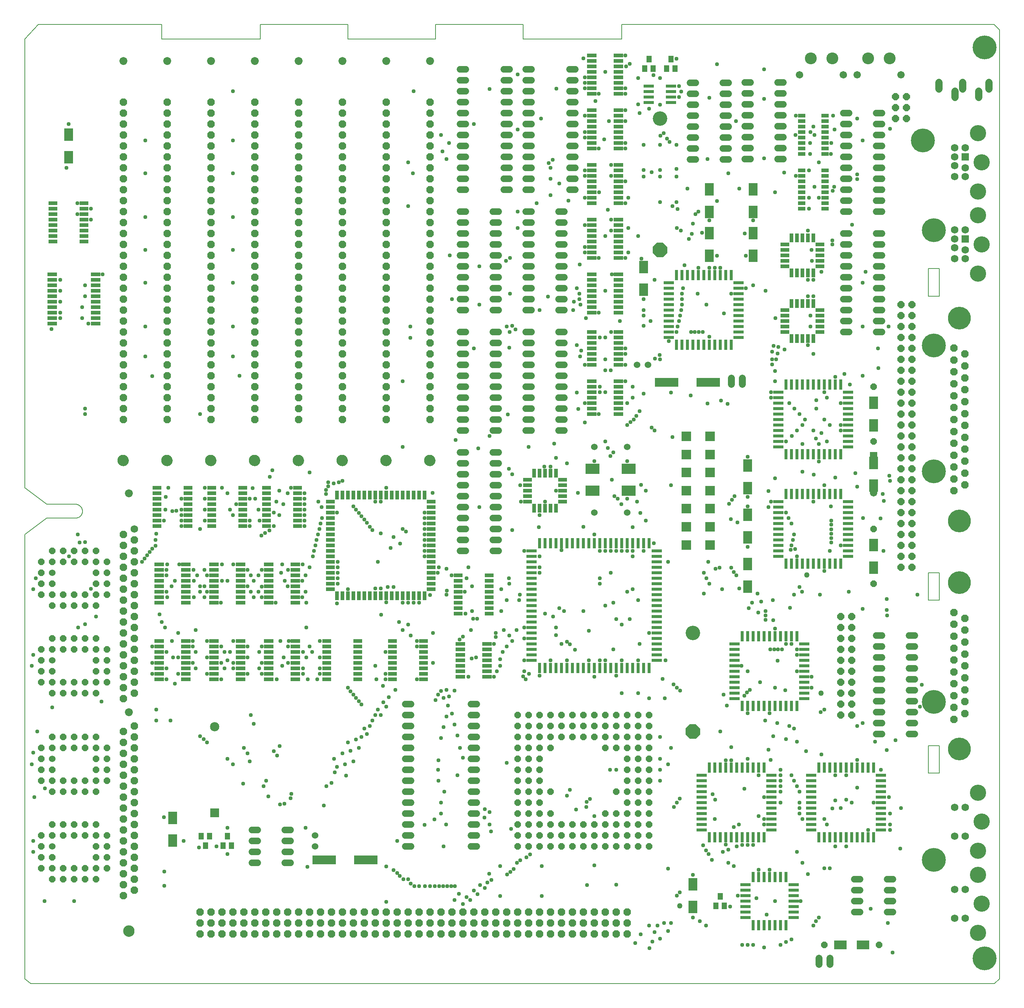
<source format=gts>
G75*
%MOIN*%
%OFA0B0*%
%FSLAX25Y25*%
%IPPOS*%
%LPD*%
%AMOC8*
5,1,8,0,0,1.08239X$1,22.5*
%
%ADD10C,0.00600*%
%ADD11C,0.00000*%
%ADD12C,0.06706*%
%ADD13OC8,0.06800*%
%ADD14C,0.10300*%
%ADD15C,0.07200*%
%ADD16R,0.08800X0.03400*%
%ADD17C,0.06800*%
%ADD18C,0.10400*%
%ADD19R,0.08320X0.03320*%
%ADD20R,0.07887X0.03792*%
%ADD21R,0.03792X0.07887*%
%ADD22C,0.06000*%
%ADD23OC8,0.06000*%
%ADD24C,0.06000*%
%ADD25R,0.03162X0.09461*%
%ADD26R,0.09461X0.03162*%
%ADD27OC8,0.06400*%
%ADD28R,0.04737X0.06312*%
%ADD29C,0.08477*%
%ADD30R,0.08477X0.08477*%
%ADD31C,0.20800*%
%ADD32R,0.06737X0.06737*%
%ADD33C,0.06737*%
%ADD34R,0.09068X0.09068*%
%ADD35R,0.06800X0.03300*%
%ADD36R,0.07887X0.11627*%
%ADD37C,0.13200*%
%ADD38OC8,0.13200*%
%ADD39C,0.10800*%
%ADD40C,0.06400*%
%ADD41C,0.21800*%
%ADD42R,0.21800X0.08400*%
%ADD43R,0.11627X0.07887*%
%ADD44C,0.06737*%
%ADD45R,0.12800X0.09400*%
%ADD46C,0.14800*%
%ADD47R,0.06800X0.06800*%
%ADD48C,0.03778*%
%ADD49C,0.04959*%
D10*
X0004700Y0005800D02*
X0010200Y0001300D01*
X0890200Y0001300D01*
X0894700Y0005800D01*
X0894700Y0872800D01*
X0889700Y0877800D01*
X0549700Y0877800D01*
X0549700Y0864300D01*
X0459700Y0864300D01*
X0459700Y0877800D01*
X0379700Y0877800D01*
X0379700Y0864300D01*
X0299700Y0864300D01*
X0299700Y0877800D01*
X0219700Y0877800D01*
X0219700Y0864300D01*
X0129700Y0864300D01*
X0129700Y0877800D01*
X0017200Y0877800D01*
X0004700Y0864300D01*
X0004700Y0454300D01*
X0024700Y0439300D01*
X0051700Y0439300D01*
X0051856Y0439286D01*
X0052012Y0439267D01*
X0052168Y0439245D01*
X0052323Y0439219D01*
X0052477Y0439189D01*
X0052631Y0439155D01*
X0052783Y0439117D01*
X0052935Y0439075D01*
X0053085Y0439030D01*
X0053234Y0438981D01*
X0053382Y0438928D01*
X0053529Y0438871D01*
X0053674Y0438811D01*
X0053817Y0438748D01*
X0053959Y0438680D01*
X0054100Y0438609D01*
X0054238Y0438535D01*
X0054374Y0438457D01*
X0054509Y0438376D01*
X0054641Y0438291D01*
X0054772Y0438203D01*
X0054900Y0438112D01*
X0055025Y0438018D01*
X0055149Y0437921D01*
X0055269Y0437820D01*
X0055388Y0437717D01*
X0055503Y0437610D01*
X0055616Y0437501D01*
X0055726Y0437389D01*
X0055834Y0437274D01*
X0055938Y0437157D01*
X0056039Y0437037D01*
X0056138Y0436914D01*
X0056233Y0436789D01*
X0056325Y0436662D01*
X0056414Y0436532D01*
X0056500Y0436401D01*
X0056582Y0436267D01*
X0056661Y0436131D01*
X0056736Y0435993D01*
X0056808Y0435854D01*
X0056877Y0435712D01*
X0056942Y0435569D01*
X0057003Y0435425D01*
X0057061Y0435278D01*
X0057115Y0435131D01*
X0057165Y0434982D01*
X0057211Y0434832D01*
X0057254Y0434681D01*
X0057293Y0434529D01*
X0057328Y0434375D01*
X0057360Y0434221D01*
X0057387Y0434067D01*
X0057411Y0433911D01*
X0057430Y0433756D01*
X0057446Y0433599D01*
X0057458Y0433443D01*
X0057466Y0433286D01*
X0057470Y0433129D01*
X0057470Y0432971D01*
X0057466Y0432814D01*
X0057458Y0432657D01*
X0057446Y0432501D01*
X0057430Y0432344D01*
X0057411Y0432189D01*
X0057387Y0432033D01*
X0057360Y0431879D01*
X0057328Y0431725D01*
X0057293Y0431571D01*
X0057254Y0431419D01*
X0057211Y0431268D01*
X0057165Y0431118D01*
X0057115Y0430969D01*
X0057061Y0430822D01*
X0057003Y0430675D01*
X0056942Y0430531D01*
X0056877Y0430388D01*
X0056808Y0430246D01*
X0056736Y0430107D01*
X0056661Y0429969D01*
X0056582Y0429833D01*
X0056500Y0429699D01*
X0056414Y0429568D01*
X0056325Y0429438D01*
X0056233Y0429311D01*
X0056138Y0429186D01*
X0056039Y0429063D01*
X0055938Y0428943D01*
X0055834Y0428826D01*
X0055726Y0428711D01*
X0055616Y0428599D01*
X0055503Y0428490D01*
X0055388Y0428383D01*
X0055269Y0428280D01*
X0055149Y0428179D01*
X0055025Y0428082D01*
X0054900Y0427988D01*
X0054772Y0427897D01*
X0054641Y0427809D01*
X0054509Y0427724D01*
X0054374Y0427643D01*
X0054238Y0427565D01*
X0054100Y0427491D01*
X0053959Y0427420D01*
X0053817Y0427352D01*
X0053674Y0427289D01*
X0053529Y0427229D01*
X0053382Y0427172D01*
X0053234Y0427119D01*
X0053085Y0427070D01*
X0052935Y0427025D01*
X0052783Y0426983D01*
X0052631Y0426945D01*
X0052477Y0426911D01*
X0052323Y0426881D01*
X0052168Y0426855D01*
X0052012Y0426833D01*
X0051856Y0426814D01*
X0051700Y0426800D01*
X0024700Y0426800D01*
X0004700Y0411800D01*
X0004700Y0005800D01*
X0829700Y0193800D02*
X0829700Y0218800D01*
X0839700Y0218800D01*
X0839700Y0193800D01*
X0829700Y0193800D01*
X0829700Y0351800D02*
X0829700Y0376800D01*
X0839700Y0376800D01*
X0839700Y0351800D01*
X0829700Y0351800D01*
X0829700Y0629300D02*
X0829700Y0654800D01*
X0839700Y0654800D01*
X0839700Y0629300D01*
X0829700Y0629300D01*
D11*
X0801747Y0831800D02*
X0801749Y0831908D01*
X0801755Y0832017D01*
X0801765Y0832125D01*
X0801779Y0832232D01*
X0801797Y0832339D01*
X0801818Y0832446D01*
X0801844Y0832551D01*
X0801874Y0832656D01*
X0801907Y0832759D01*
X0801944Y0832861D01*
X0801985Y0832961D01*
X0802029Y0833060D01*
X0802078Y0833158D01*
X0802129Y0833253D01*
X0802184Y0833346D01*
X0802243Y0833438D01*
X0802305Y0833527D01*
X0802370Y0833614D01*
X0802438Y0833698D01*
X0802509Y0833780D01*
X0802583Y0833859D01*
X0802660Y0833935D01*
X0802740Y0834009D01*
X0802823Y0834079D01*
X0802908Y0834147D01*
X0802995Y0834211D01*
X0803085Y0834272D01*
X0803177Y0834330D01*
X0803271Y0834384D01*
X0803367Y0834435D01*
X0803464Y0834482D01*
X0803564Y0834526D01*
X0803665Y0834566D01*
X0803767Y0834602D01*
X0803870Y0834634D01*
X0803975Y0834663D01*
X0804081Y0834687D01*
X0804187Y0834708D01*
X0804294Y0834725D01*
X0804402Y0834738D01*
X0804510Y0834747D01*
X0804619Y0834752D01*
X0804727Y0834753D01*
X0804836Y0834750D01*
X0804944Y0834743D01*
X0805052Y0834732D01*
X0805159Y0834717D01*
X0805266Y0834698D01*
X0805372Y0834675D01*
X0805477Y0834649D01*
X0805582Y0834618D01*
X0805684Y0834584D01*
X0805786Y0834546D01*
X0805886Y0834504D01*
X0805985Y0834459D01*
X0806082Y0834410D01*
X0806176Y0834357D01*
X0806269Y0834301D01*
X0806360Y0834242D01*
X0806449Y0834179D01*
X0806535Y0834114D01*
X0806619Y0834045D01*
X0806700Y0833973D01*
X0806778Y0833898D01*
X0806854Y0833820D01*
X0806927Y0833739D01*
X0806997Y0833656D01*
X0807063Y0833571D01*
X0807127Y0833483D01*
X0807187Y0833392D01*
X0807244Y0833300D01*
X0807297Y0833205D01*
X0807347Y0833109D01*
X0807393Y0833011D01*
X0807436Y0832911D01*
X0807475Y0832810D01*
X0807510Y0832707D01*
X0807542Y0832604D01*
X0807569Y0832499D01*
X0807593Y0832393D01*
X0807613Y0832286D01*
X0807629Y0832179D01*
X0807641Y0832071D01*
X0807649Y0831963D01*
X0807653Y0831854D01*
X0807653Y0831746D01*
X0807649Y0831637D01*
X0807641Y0831529D01*
X0807629Y0831421D01*
X0807613Y0831314D01*
X0807593Y0831207D01*
X0807569Y0831101D01*
X0807542Y0830996D01*
X0807510Y0830893D01*
X0807475Y0830790D01*
X0807436Y0830689D01*
X0807393Y0830589D01*
X0807347Y0830491D01*
X0807297Y0830395D01*
X0807244Y0830300D01*
X0807187Y0830208D01*
X0807127Y0830117D01*
X0807063Y0830029D01*
X0806997Y0829944D01*
X0806927Y0829861D01*
X0806854Y0829780D01*
X0806778Y0829702D01*
X0806700Y0829627D01*
X0806619Y0829555D01*
X0806535Y0829486D01*
X0806449Y0829421D01*
X0806360Y0829358D01*
X0806269Y0829299D01*
X0806177Y0829243D01*
X0806082Y0829190D01*
X0805985Y0829141D01*
X0805886Y0829096D01*
X0805786Y0829054D01*
X0805684Y0829016D01*
X0805582Y0828982D01*
X0805477Y0828951D01*
X0805372Y0828925D01*
X0805266Y0828902D01*
X0805159Y0828883D01*
X0805052Y0828868D01*
X0804944Y0828857D01*
X0804836Y0828850D01*
X0804727Y0828847D01*
X0804619Y0828848D01*
X0804510Y0828853D01*
X0804402Y0828862D01*
X0804294Y0828875D01*
X0804187Y0828892D01*
X0804081Y0828913D01*
X0803975Y0828937D01*
X0803870Y0828966D01*
X0803767Y0828998D01*
X0803665Y0829034D01*
X0803564Y0829074D01*
X0803464Y0829118D01*
X0803367Y0829165D01*
X0803271Y0829216D01*
X0803177Y0829270D01*
X0803085Y0829328D01*
X0802995Y0829389D01*
X0802908Y0829453D01*
X0802823Y0829521D01*
X0802740Y0829591D01*
X0802660Y0829665D01*
X0802583Y0829741D01*
X0802509Y0829820D01*
X0802438Y0829902D01*
X0802370Y0829986D01*
X0802305Y0830073D01*
X0802243Y0830162D01*
X0802184Y0830254D01*
X0802129Y0830347D01*
X0802078Y0830442D01*
X0802029Y0830540D01*
X0801985Y0830639D01*
X0801944Y0830739D01*
X0801907Y0830841D01*
X0801874Y0830944D01*
X0801844Y0831049D01*
X0801818Y0831154D01*
X0801797Y0831261D01*
X0801779Y0831368D01*
X0801765Y0831475D01*
X0801755Y0831583D01*
X0801749Y0831692D01*
X0801747Y0831800D01*
X0761747Y0831800D02*
X0761749Y0831908D01*
X0761755Y0832017D01*
X0761765Y0832125D01*
X0761779Y0832232D01*
X0761797Y0832339D01*
X0761818Y0832446D01*
X0761844Y0832551D01*
X0761874Y0832656D01*
X0761907Y0832759D01*
X0761944Y0832861D01*
X0761985Y0832961D01*
X0762029Y0833060D01*
X0762078Y0833158D01*
X0762129Y0833253D01*
X0762184Y0833346D01*
X0762243Y0833438D01*
X0762305Y0833527D01*
X0762370Y0833614D01*
X0762438Y0833698D01*
X0762509Y0833780D01*
X0762583Y0833859D01*
X0762660Y0833935D01*
X0762740Y0834009D01*
X0762823Y0834079D01*
X0762908Y0834147D01*
X0762995Y0834211D01*
X0763085Y0834272D01*
X0763177Y0834330D01*
X0763271Y0834384D01*
X0763367Y0834435D01*
X0763464Y0834482D01*
X0763564Y0834526D01*
X0763665Y0834566D01*
X0763767Y0834602D01*
X0763870Y0834634D01*
X0763975Y0834663D01*
X0764081Y0834687D01*
X0764187Y0834708D01*
X0764294Y0834725D01*
X0764402Y0834738D01*
X0764510Y0834747D01*
X0764619Y0834752D01*
X0764727Y0834753D01*
X0764836Y0834750D01*
X0764944Y0834743D01*
X0765052Y0834732D01*
X0765159Y0834717D01*
X0765266Y0834698D01*
X0765372Y0834675D01*
X0765477Y0834649D01*
X0765582Y0834618D01*
X0765684Y0834584D01*
X0765786Y0834546D01*
X0765886Y0834504D01*
X0765985Y0834459D01*
X0766082Y0834410D01*
X0766176Y0834357D01*
X0766269Y0834301D01*
X0766360Y0834242D01*
X0766449Y0834179D01*
X0766535Y0834114D01*
X0766619Y0834045D01*
X0766700Y0833973D01*
X0766778Y0833898D01*
X0766854Y0833820D01*
X0766927Y0833739D01*
X0766997Y0833656D01*
X0767063Y0833571D01*
X0767127Y0833483D01*
X0767187Y0833392D01*
X0767244Y0833300D01*
X0767297Y0833205D01*
X0767347Y0833109D01*
X0767393Y0833011D01*
X0767436Y0832911D01*
X0767475Y0832810D01*
X0767510Y0832707D01*
X0767542Y0832604D01*
X0767569Y0832499D01*
X0767593Y0832393D01*
X0767613Y0832286D01*
X0767629Y0832179D01*
X0767641Y0832071D01*
X0767649Y0831963D01*
X0767653Y0831854D01*
X0767653Y0831746D01*
X0767649Y0831637D01*
X0767641Y0831529D01*
X0767629Y0831421D01*
X0767613Y0831314D01*
X0767593Y0831207D01*
X0767569Y0831101D01*
X0767542Y0830996D01*
X0767510Y0830893D01*
X0767475Y0830790D01*
X0767436Y0830689D01*
X0767393Y0830589D01*
X0767347Y0830491D01*
X0767297Y0830395D01*
X0767244Y0830300D01*
X0767187Y0830208D01*
X0767127Y0830117D01*
X0767063Y0830029D01*
X0766997Y0829944D01*
X0766927Y0829861D01*
X0766854Y0829780D01*
X0766778Y0829702D01*
X0766700Y0829627D01*
X0766619Y0829555D01*
X0766535Y0829486D01*
X0766449Y0829421D01*
X0766360Y0829358D01*
X0766269Y0829299D01*
X0766177Y0829243D01*
X0766082Y0829190D01*
X0765985Y0829141D01*
X0765886Y0829096D01*
X0765786Y0829054D01*
X0765684Y0829016D01*
X0765582Y0828982D01*
X0765477Y0828951D01*
X0765372Y0828925D01*
X0765266Y0828902D01*
X0765159Y0828883D01*
X0765052Y0828868D01*
X0764944Y0828857D01*
X0764836Y0828850D01*
X0764727Y0828847D01*
X0764619Y0828848D01*
X0764510Y0828853D01*
X0764402Y0828862D01*
X0764294Y0828875D01*
X0764187Y0828892D01*
X0764081Y0828913D01*
X0763975Y0828937D01*
X0763870Y0828966D01*
X0763767Y0828998D01*
X0763665Y0829034D01*
X0763564Y0829074D01*
X0763464Y0829118D01*
X0763367Y0829165D01*
X0763271Y0829216D01*
X0763177Y0829270D01*
X0763085Y0829328D01*
X0762995Y0829389D01*
X0762908Y0829453D01*
X0762823Y0829521D01*
X0762740Y0829591D01*
X0762660Y0829665D01*
X0762583Y0829741D01*
X0762509Y0829820D01*
X0762438Y0829902D01*
X0762370Y0829986D01*
X0762305Y0830073D01*
X0762243Y0830162D01*
X0762184Y0830254D01*
X0762129Y0830347D01*
X0762078Y0830442D01*
X0762029Y0830540D01*
X0761985Y0830639D01*
X0761944Y0830739D01*
X0761907Y0830841D01*
X0761874Y0830944D01*
X0761844Y0831049D01*
X0761818Y0831154D01*
X0761797Y0831261D01*
X0761779Y0831368D01*
X0761765Y0831475D01*
X0761755Y0831583D01*
X0761749Y0831692D01*
X0761747Y0831800D01*
X0749247Y0831800D02*
X0749249Y0831908D01*
X0749255Y0832017D01*
X0749265Y0832125D01*
X0749279Y0832232D01*
X0749297Y0832339D01*
X0749318Y0832446D01*
X0749344Y0832551D01*
X0749374Y0832656D01*
X0749407Y0832759D01*
X0749444Y0832861D01*
X0749485Y0832961D01*
X0749529Y0833060D01*
X0749578Y0833158D01*
X0749629Y0833253D01*
X0749684Y0833346D01*
X0749743Y0833438D01*
X0749805Y0833527D01*
X0749870Y0833614D01*
X0749938Y0833698D01*
X0750009Y0833780D01*
X0750083Y0833859D01*
X0750160Y0833935D01*
X0750240Y0834009D01*
X0750323Y0834079D01*
X0750408Y0834147D01*
X0750495Y0834211D01*
X0750585Y0834272D01*
X0750677Y0834330D01*
X0750771Y0834384D01*
X0750867Y0834435D01*
X0750964Y0834482D01*
X0751064Y0834526D01*
X0751165Y0834566D01*
X0751267Y0834602D01*
X0751370Y0834634D01*
X0751475Y0834663D01*
X0751581Y0834687D01*
X0751687Y0834708D01*
X0751794Y0834725D01*
X0751902Y0834738D01*
X0752010Y0834747D01*
X0752119Y0834752D01*
X0752227Y0834753D01*
X0752336Y0834750D01*
X0752444Y0834743D01*
X0752552Y0834732D01*
X0752659Y0834717D01*
X0752766Y0834698D01*
X0752872Y0834675D01*
X0752977Y0834649D01*
X0753082Y0834618D01*
X0753184Y0834584D01*
X0753286Y0834546D01*
X0753386Y0834504D01*
X0753485Y0834459D01*
X0753582Y0834410D01*
X0753676Y0834357D01*
X0753769Y0834301D01*
X0753860Y0834242D01*
X0753949Y0834179D01*
X0754035Y0834114D01*
X0754119Y0834045D01*
X0754200Y0833973D01*
X0754278Y0833898D01*
X0754354Y0833820D01*
X0754427Y0833739D01*
X0754497Y0833656D01*
X0754563Y0833571D01*
X0754627Y0833483D01*
X0754687Y0833392D01*
X0754744Y0833300D01*
X0754797Y0833205D01*
X0754847Y0833109D01*
X0754893Y0833011D01*
X0754936Y0832911D01*
X0754975Y0832810D01*
X0755010Y0832707D01*
X0755042Y0832604D01*
X0755069Y0832499D01*
X0755093Y0832393D01*
X0755113Y0832286D01*
X0755129Y0832179D01*
X0755141Y0832071D01*
X0755149Y0831963D01*
X0755153Y0831854D01*
X0755153Y0831746D01*
X0755149Y0831637D01*
X0755141Y0831529D01*
X0755129Y0831421D01*
X0755113Y0831314D01*
X0755093Y0831207D01*
X0755069Y0831101D01*
X0755042Y0830996D01*
X0755010Y0830893D01*
X0754975Y0830790D01*
X0754936Y0830689D01*
X0754893Y0830589D01*
X0754847Y0830491D01*
X0754797Y0830395D01*
X0754744Y0830300D01*
X0754687Y0830208D01*
X0754627Y0830117D01*
X0754563Y0830029D01*
X0754497Y0829944D01*
X0754427Y0829861D01*
X0754354Y0829780D01*
X0754278Y0829702D01*
X0754200Y0829627D01*
X0754119Y0829555D01*
X0754035Y0829486D01*
X0753949Y0829421D01*
X0753860Y0829358D01*
X0753769Y0829299D01*
X0753677Y0829243D01*
X0753582Y0829190D01*
X0753485Y0829141D01*
X0753386Y0829096D01*
X0753286Y0829054D01*
X0753184Y0829016D01*
X0753082Y0828982D01*
X0752977Y0828951D01*
X0752872Y0828925D01*
X0752766Y0828902D01*
X0752659Y0828883D01*
X0752552Y0828868D01*
X0752444Y0828857D01*
X0752336Y0828850D01*
X0752227Y0828847D01*
X0752119Y0828848D01*
X0752010Y0828853D01*
X0751902Y0828862D01*
X0751794Y0828875D01*
X0751687Y0828892D01*
X0751581Y0828913D01*
X0751475Y0828937D01*
X0751370Y0828966D01*
X0751267Y0828998D01*
X0751165Y0829034D01*
X0751064Y0829074D01*
X0750964Y0829118D01*
X0750867Y0829165D01*
X0750771Y0829216D01*
X0750677Y0829270D01*
X0750585Y0829328D01*
X0750495Y0829389D01*
X0750408Y0829453D01*
X0750323Y0829521D01*
X0750240Y0829591D01*
X0750160Y0829665D01*
X0750083Y0829741D01*
X0750009Y0829820D01*
X0749938Y0829902D01*
X0749870Y0829986D01*
X0749805Y0830073D01*
X0749743Y0830162D01*
X0749684Y0830254D01*
X0749629Y0830347D01*
X0749578Y0830442D01*
X0749529Y0830540D01*
X0749485Y0830639D01*
X0749444Y0830739D01*
X0749407Y0830841D01*
X0749374Y0830944D01*
X0749344Y0831049D01*
X0749318Y0831154D01*
X0749297Y0831261D01*
X0749279Y0831368D01*
X0749265Y0831475D01*
X0749255Y0831583D01*
X0749249Y0831692D01*
X0749247Y0831800D01*
X0709247Y0831800D02*
X0709249Y0831908D01*
X0709255Y0832017D01*
X0709265Y0832125D01*
X0709279Y0832232D01*
X0709297Y0832339D01*
X0709318Y0832446D01*
X0709344Y0832551D01*
X0709374Y0832656D01*
X0709407Y0832759D01*
X0709444Y0832861D01*
X0709485Y0832961D01*
X0709529Y0833060D01*
X0709578Y0833158D01*
X0709629Y0833253D01*
X0709684Y0833346D01*
X0709743Y0833438D01*
X0709805Y0833527D01*
X0709870Y0833614D01*
X0709938Y0833698D01*
X0710009Y0833780D01*
X0710083Y0833859D01*
X0710160Y0833935D01*
X0710240Y0834009D01*
X0710323Y0834079D01*
X0710408Y0834147D01*
X0710495Y0834211D01*
X0710585Y0834272D01*
X0710677Y0834330D01*
X0710771Y0834384D01*
X0710867Y0834435D01*
X0710964Y0834482D01*
X0711064Y0834526D01*
X0711165Y0834566D01*
X0711267Y0834602D01*
X0711370Y0834634D01*
X0711475Y0834663D01*
X0711581Y0834687D01*
X0711687Y0834708D01*
X0711794Y0834725D01*
X0711902Y0834738D01*
X0712010Y0834747D01*
X0712119Y0834752D01*
X0712227Y0834753D01*
X0712336Y0834750D01*
X0712444Y0834743D01*
X0712552Y0834732D01*
X0712659Y0834717D01*
X0712766Y0834698D01*
X0712872Y0834675D01*
X0712977Y0834649D01*
X0713082Y0834618D01*
X0713184Y0834584D01*
X0713286Y0834546D01*
X0713386Y0834504D01*
X0713485Y0834459D01*
X0713582Y0834410D01*
X0713676Y0834357D01*
X0713769Y0834301D01*
X0713860Y0834242D01*
X0713949Y0834179D01*
X0714035Y0834114D01*
X0714119Y0834045D01*
X0714200Y0833973D01*
X0714278Y0833898D01*
X0714354Y0833820D01*
X0714427Y0833739D01*
X0714497Y0833656D01*
X0714563Y0833571D01*
X0714627Y0833483D01*
X0714687Y0833392D01*
X0714744Y0833300D01*
X0714797Y0833205D01*
X0714847Y0833109D01*
X0714893Y0833011D01*
X0714936Y0832911D01*
X0714975Y0832810D01*
X0715010Y0832707D01*
X0715042Y0832604D01*
X0715069Y0832499D01*
X0715093Y0832393D01*
X0715113Y0832286D01*
X0715129Y0832179D01*
X0715141Y0832071D01*
X0715149Y0831963D01*
X0715153Y0831854D01*
X0715153Y0831746D01*
X0715149Y0831637D01*
X0715141Y0831529D01*
X0715129Y0831421D01*
X0715113Y0831314D01*
X0715093Y0831207D01*
X0715069Y0831101D01*
X0715042Y0830996D01*
X0715010Y0830893D01*
X0714975Y0830790D01*
X0714936Y0830689D01*
X0714893Y0830589D01*
X0714847Y0830491D01*
X0714797Y0830395D01*
X0714744Y0830300D01*
X0714687Y0830208D01*
X0714627Y0830117D01*
X0714563Y0830029D01*
X0714497Y0829944D01*
X0714427Y0829861D01*
X0714354Y0829780D01*
X0714278Y0829702D01*
X0714200Y0829627D01*
X0714119Y0829555D01*
X0714035Y0829486D01*
X0713949Y0829421D01*
X0713860Y0829358D01*
X0713769Y0829299D01*
X0713677Y0829243D01*
X0713582Y0829190D01*
X0713485Y0829141D01*
X0713386Y0829096D01*
X0713286Y0829054D01*
X0713184Y0829016D01*
X0713082Y0828982D01*
X0712977Y0828951D01*
X0712872Y0828925D01*
X0712766Y0828902D01*
X0712659Y0828883D01*
X0712552Y0828868D01*
X0712444Y0828857D01*
X0712336Y0828850D01*
X0712227Y0828847D01*
X0712119Y0828848D01*
X0712010Y0828853D01*
X0711902Y0828862D01*
X0711794Y0828875D01*
X0711687Y0828892D01*
X0711581Y0828913D01*
X0711475Y0828937D01*
X0711370Y0828966D01*
X0711267Y0828998D01*
X0711165Y0829034D01*
X0711064Y0829074D01*
X0710964Y0829118D01*
X0710867Y0829165D01*
X0710771Y0829216D01*
X0710677Y0829270D01*
X0710585Y0829328D01*
X0710495Y0829389D01*
X0710408Y0829453D01*
X0710323Y0829521D01*
X0710240Y0829591D01*
X0710160Y0829665D01*
X0710083Y0829741D01*
X0710009Y0829820D01*
X0709938Y0829902D01*
X0709870Y0829986D01*
X0709805Y0830073D01*
X0709743Y0830162D01*
X0709684Y0830254D01*
X0709629Y0830347D01*
X0709578Y0830442D01*
X0709529Y0830540D01*
X0709485Y0830639D01*
X0709444Y0830739D01*
X0709407Y0830841D01*
X0709374Y0830944D01*
X0709344Y0831049D01*
X0709318Y0831154D01*
X0709297Y0831261D01*
X0709279Y0831368D01*
X0709265Y0831475D01*
X0709255Y0831583D01*
X0709249Y0831692D01*
X0709247Y0831800D01*
X0371500Y0844300D02*
X0371502Y0844413D01*
X0371508Y0844526D01*
X0371518Y0844638D01*
X0371532Y0844750D01*
X0371550Y0844862D01*
X0371572Y0844973D01*
X0371597Y0845083D01*
X0371627Y0845192D01*
X0371660Y0845300D01*
X0371697Y0845406D01*
X0371738Y0845512D01*
X0371783Y0845615D01*
X0371831Y0845717D01*
X0371883Y0845818D01*
X0371938Y0845916D01*
X0371997Y0846013D01*
X0372059Y0846107D01*
X0372124Y0846199D01*
X0372193Y0846289D01*
X0372265Y0846376D01*
X0372340Y0846461D01*
X0372417Y0846543D01*
X0372498Y0846622D01*
X0372581Y0846698D01*
X0372667Y0846771D01*
X0372756Y0846842D01*
X0372847Y0846909D01*
X0372940Y0846972D01*
X0373035Y0847033D01*
X0373133Y0847090D01*
X0373232Y0847143D01*
X0373333Y0847194D01*
X0373436Y0847240D01*
X0373541Y0847283D01*
X0373647Y0847322D01*
X0373754Y0847357D01*
X0373863Y0847389D01*
X0373972Y0847416D01*
X0374083Y0847440D01*
X0374194Y0847460D01*
X0374306Y0847476D01*
X0374418Y0847488D01*
X0374531Y0847496D01*
X0374644Y0847500D01*
X0374756Y0847500D01*
X0374869Y0847496D01*
X0374982Y0847488D01*
X0375094Y0847476D01*
X0375206Y0847460D01*
X0375317Y0847440D01*
X0375428Y0847416D01*
X0375537Y0847389D01*
X0375646Y0847357D01*
X0375753Y0847322D01*
X0375859Y0847283D01*
X0375964Y0847240D01*
X0376067Y0847194D01*
X0376168Y0847143D01*
X0376267Y0847090D01*
X0376365Y0847033D01*
X0376460Y0846972D01*
X0376553Y0846909D01*
X0376644Y0846842D01*
X0376733Y0846771D01*
X0376819Y0846698D01*
X0376902Y0846622D01*
X0376983Y0846543D01*
X0377060Y0846461D01*
X0377135Y0846376D01*
X0377207Y0846289D01*
X0377276Y0846199D01*
X0377341Y0846107D01*
X0377403Y0846013D01*
X0377462Y0845916D01*
X0377517Y0845818D01*
X0377569Y0845717D01*
X0377617Y0845615D01*
X0377662Y0845512D01*
X0377703Y0845406D01*
X0377740Y0845300D01*
X0377773Y0845192D01*
X0377803Y0845083D01*
X0377828Y0844973D01*
X0377850Y0844862D01*
X0377868Y0844750D01*
X0377882Y0844638D01*
X0377892Y0844526D01*
X0377898Y0844413D01*
X0377900Y0844300D01*
X0377898Y0844187D01*
X0377892Y0844074D01*
X0377882Y0843962D01*
X0377868Y0843850D01*
X0377850Y0843738D01*
X0377828Y0843627D01*
X0377803Y0843517D01*
X0377773Y0843408D01*
X0377740Y0843300D01*
X0377703Y0843194D01*
X0377662Y0843088D01*
X0377617Y0842985D01*
X0377569Y0842883D01*
X0377517Y0842782D01*
X0377462Y0842684D01*
X0377403Y0842587D01*
X0377341Y0842493D01*
X0377276Y0842401D01*
X0377207Y0842311D01*
X0377135Y0842224D01*
X0377060Y0842139D01*
X0376983Y0842057D01*
X0376902Y0841978D01*
X0376819Y0841902D01*
X0376733Y0841829D01*
X0376644Y0841758D01*
X0376553Y0841691D01*
X0376460Y0841628D01*
X0376365Y0841567D01*
X0376267Y0841510D01*
X0376168Y0841457D01*
X0376067Y0841406D01*
X0375964Y0841360D01*
X0375859Y0841317D01*
X0375753Y0841278D01*
X0375646Y0841243D01*
X0375537Y0841211D01*
X0375428Y0841184D01*
X0375317Y0841160D01*
X0375206Y0841140D01*
X0375094Y0841124D01*
X0374982Y0841112D01*
X0374869Y0841104D01*
X0374756Y0841100D01*
X0374644Y0841100D01*
X0374531Y0841104D01*
X0374418Y0841112D01*
X0374306Y0841124D01*
X0374194Y0841140D01*
X0374083Y0841160D01*
X0373972Y0841184D01*
X0373863Y0841211D01*
X0373754Y0841243D01*
X0373647Y0841278D01*
X0373541Y0841317D01*
X0373436Y0841360D01*
X0373333Y0841406D01*
X0373232Y0841457D01*
X0373133Y0841510D01*
X0373035Y0841567D01*
X0372940Y0841628D01*
X0372847Y0841691D01*
X0372756Y0841758D01*
X0372667Y0841829D01*
X0372581Y0841902D01*
X0372498Y0841978D01*
X0372417Y0842057D01*
X0372340Y0842139D01*
X0372265Y0842224D01*
X0372193Y0842311D01*
X0372124Y0842401D01*
X0372059Y0842493D01*
X0371997Y0842587D01*
X0371938Y0842684D01*
X0371883Y0842782D01*
X0371831Y0842883D01*
X0371783Y0842985D01*
X0371738Y0843088D01*
X0371697Y0843194D01*
X0371660Y0843300D01*
X0371627Y0843408D01*
X0371597Y0843517D01*
X0371572Y0843627D01*
X0371550Y0843738D01*
X0371532Y0843850D01*
X0371518Y0843962D01*
X0371508Y0844074D01*
X0371502Y0844187D01*
X0371500Y0844300D01*
X0331500Y0844300D02*
X0331502Y0844413D01*
X0331508Y0844526D01*
X0331518Y0844638D01*
X0331532Y0844750D01*
X0331550Y0844862D01*
X0331572Y0844973D01*
X0331597Y0845083D01*
X0331627Y0845192D01*
X0331660Y0845300D01*
X0331697Y0845406D01*
X0331738Y0845512D01*
X0331783Y0845615D01*
X0331831Y0845717D01*
X0331883Y0845818D01*
X0331938Y0845916D01*
X0331997Y0846013D01*
X0332059Y0846107D01*
X0332124Y0846199D01*
X0332193Y0846289D01*
X0332265Y0846376D01*
X0332340Y0846461D01*
X0332417Y0846543D01*
X0332498Y0846622D01*
X0332581Y0846698D01*
X0332667Y0846771D01*
X0332756Y0846842D01*
X0332847Y0846909D01*
X0332940Y0846972D01*
X0333035Y0847033D01*
X0333133Y0847090D01*
X0333232Y0847143D01*
X0333333Y0847194D01*
X0333436Y0847240D01*
X0333541Y0847283D01*
X0333647Y0847322D01*
X0333754Y0847357D01*
X0333863Y0847389D01*
X0333972Y0847416D01*
X0334083Y0847440D01*
X0334194Y0847460D01*
X0334306Y0847476D01*
X0334418Y0847488D01*
X0334531Y0847496D01*
X0334644Y0847500D01*
X0334756Y0847500D01*
X0334869Y0847496D01*
X0334982Y0847488D01*
X0335094Y0847476D01*
X0335206Y0847460D01*
X0335317Y0847440D01*
X0335428Y0847416D01*
X0335537Y0847389D01*
X0335646Y0847357D01*
X0335753Y0847322D01*
X0335859Y0847283D01*
X0335964Y0847240D01*
X0336067Y0847194D01*
X0336168Y0847143D01*
X0336267Y0847090D01*
X0336365Y0847033D01*
X0336460Y0846972D01*
X0336553Y0846909D01*
X0336644Y0846842D01*
X0336733Y0846771D01*
X0336819Y0846698D01*
X0336902Y0846622D01*
X0336983Y0846543D01*
X0337060Y0846461D01*
X0337135Y0846376D01*
X0337207Y0846289D01*
X0337276Y0846199D01*
X0337341Y0846107D01*
X0337403Y0846013D01*
X0337462Y0845916D01*
X0337517Y0845818D01*
X0337569Y0845717D01*
X0337617Y0845615D01*
X0337662Y0845512D01*
X0337703Y0845406D01*
X0337740Y0845300D01*
X0337773Y0845192D01*
X0337803Y0845083D01*
X0337828Y0844973D01*
X0337850Y0844862D01*
X0337868Y0844750D01*
X0337882Y0844638D01*
X0337892Y0844526D01*
X0337898Y0844413D01*
X0337900Y0844300D01*
X0337898Y0844187D01*
X0337892Y0844074D01*
X0337882Y0843962D01*
X0337868Y0843850D01*
X0337850Y0843738D01*
X0337828Y0843627D01*
X0337803Y0843517D01*
X0337773Y0843408D01*
X0337740Y0843300D01*
X0337703Y0843194D01*
X0337662Y0843088D01*
X0337617Y0842985D01*
X0337569Y0842883D01*
X0337517Y0842782D01*
X0337462Y0842684D01*
X0337403Y0842587D01*
X0337341Y0842493D01*
X0337276Y0842401D01*
X0337207Y0842311D01*
X0337135Y0842224D01*
X0337060Y0842139D01*
X0336983Y0842057D01*
X0336902Y0841978D01*
X0336819Y0841902D01*
X0336733Y0841829D01*
X0336644Y0841758D01*
X0336553Y0841691D01*
X0336460Y0841628D01*
X0336365Y0841567D01*
X0336267Y0841510D01*
X0336168Y0841457D01*
X0336067Y0841406D01*
X0335964Y0841360D01*
X0335859Y0841317D01*
X0335753Y0841278D01*
X0335646Y0841243D01*
X0335537Y0841211D01*
X0335428Y0841184D01*
X0335317Y0841160D01*
X0335206Y0841140D01*
X0335094Y0841124D01*
X0334982Y0841112D01*
X0334869Y0841104D01*
X0334756Y0841100D01*
X0334644Y0841100D01*
X0334531Y0841104D01*
X0334418Y0841112D01*
X0334306Y0841124D01*
X0334194Y0841140D01*
X0334083Y0841160D01*
X0333972Y0841184D01*
X0333863Y0841211D01*
X0333754Y0841243D01*
X0333647Y0841278D01*
X0333541Y0841317D01*
X0333436Y0841360D01*
X0333333Y0841406D01*
X0333232Y0841457D01*
X0333133Y0841510D01*
X0333035Y0841567D01*
X0332940Y0841628D01*
X0332847Y0841691D01*
X0332756Y0841758D01*
X0332667Y0841829D01*
X0332581Y0841902D01*
X0332498Y0841978D01*
X0332417Y0842057D01*
X0332340Y0842139D01*
X0332265Y0842224D01*
X0332193Y0842311D01*
X0332124Y0842401D01*
X0332059Y0842493D01*
X0331997Y0842587D01*
X0331938Y0842684D01*
X0331883Y0842782D01*
X0331831Y0842883D01*
X0331783Y0842985D01*
X0331738Y0843088D01*
X0331697Y0843194D01*
X0331660Y0843300D01*
X0331627Y0843408D01*
X0331597Y0843517D01*
X0331572Y0843627D01*
X0331550Y0843738D01*
X0331532Y0843850D01*
X0331518Y0843962D01*
X0331508Y0844074D01*
X0331502Y0844187D01*
X0331500Y0844300D01*
X0291500Y0844300D02*
X0291502Y0844413D01*
X0291508Y0844526D01*
X0291518Y0844638D01*
X0291532Y0844750D01*
X0291550Y0844862D01*
X0291572Y0844973D01*
X0291597Y0845083D01*
X0291627Y0845192D01*
X0291660Y0845300D01*
X0291697Y0845406D01*
X0291738Y0845512D01*
X0291783Y0845615D01*
X0291831Y0845717D01*
X0291883Y0845818D01*
X0291938Y0845916D01*
X0291997Y0846013D01*
X0292059Y0846107D01*
X0292124Y0846199D01*
X0292193Y0846289D01*
X0292265Y0846376D01*
X0292340Y0846461D01*
X0292417Y0846543D01*
X0292498Y0846622D01*
X0292581Y0846698D01*
X0292667Y0846771D01*
X0292756Y0846842D01*
X0292847Y0846909D01*
X0292940Y0846972D01*
X0293035Y0847033D01*
X0293133Y0847090D01*
X0293232Y0847143D01*
X0293333Y0847194D01*
X0293436Y0847240D01*
X0293541Y0847283D01*
X0293647Y0847322D01*
X0293754Y0847357D01*
X0293863Y0847389D01*
X0293972Y0847416D01*
X0294083Y0847440D01*
X0294194Y0847460D01*
X0294306Y0847476D01*
X0294418Y0847488D01*
X0294531Y0847496D01*
X0294644Y0847500D01*
X0294756Y0847500D01*
X0294869Y0847496D01*
X0294982Y0847488D01*
X0295094Y0847476D01*
X0295206Y0847460D01*
X0295317Y0847440D01*
X0295428Y0847416D01*
X0295537Y0847389D01*
X0295646Y0847357D01*
X0295753Y0847322D01*
X0295859Y0847283D01*
X0295964Y0847240D01*
X0296067Y0847194D01*
X0296168Y0847143D01*
X0296267Y0847090D01*
X0296365Y0847033D01*
X0296460Y0846972D01*
X0296553Y0846909D01*
X0296644Y0846842D01*
X0296733Y0846771D01*
X0296819Y0846698D01*
X0296902Y0846622D01*
X0296983Y0846543D01*
X0297060Y0846461D01*
X0297135Y0846376D01*
X0297207Y0846289D01*
X0297276Y0846199D01*
X0297341Y0846107D01*
X0297403Y0846013D01*
X0297462Y0845916D01*
X0297517Y0845818D01*
X0297569Y0845717D01*
X0297617Y0845615D01*
X0297662Y0845512D01*
X0297703Y0845406D01*
X0297740Y0845300D01*
X0297773Y0845192D01*
X0297803Y0845083D01*
X0297828Y0844973D01*
X0297850Y0844862D01*
X0297868Y0844750D01*
X0297882Y0844638D01*
X0297892Y0844526D01*
X0297898Y0844413D01*
X0297900Y0844300D01*
X0297898Y0844187D01*
X0297892Y0844074D01*
X0297882Y0843962D01*
X0297868Y0843850D01*
X0297850Y0843738D01*
X0297828Y0843627D01*
X0297803Y0843517D01*
X0297773Y0843408D01*
X0297740Y0843300D01*
X0297703Y0843194D01*
X0297662Y0843088D01*
X0297617Y0842985D01*
X0297569Y0842883D01*
X0297517Y0842782D01*
X0297462Y0842684D01*
X0297403Y0842587D01*
X0297341Y0842493D01*
X0297276Y0842401D01*
X0297207Y0842311D01*
X0297135Y0842224D01*
X0297060Y0842139D01*
X0296983Y0842057D01*
X0296902Y0841978D01*
X0296819Y0841902D01*
X0296733Y0841829D01*
X0296644Y0841758D01*
X0296553Y0841691D01*
X0296460Y0841628D01*
X0296365Y0841567D01*
X0296267Y0841510D01*
X0296168Y0841457D01*
X0296067Y0841406D01*
X0295964Y0841360D01*
X0295859Y0841317D01*
X0295753Y0841278D01*
X0295646Y0841243D01*
X0295537Y0841211D01*
X0295428Y0841184D01*
X0295317Y0841160D01*
X0295206Y0841140D01*
X0295094Y0841124D01*
X0294982Y0841112D01*
X0294869Y0841104D01*
X0294756Y0841100D01*
X0294644Y0841100D01*
X0294531Y0841104D01*
X0294418Y0841112D01*
X0294306Y0841124D01*
X0294194Y0841140D01*
X0294083Y0841160D01*
X0293972Y0841184D01*
X0293863Y0841211D01*
X0293754Y0841243D01*
X0293647Y0841278D01*
X0293541Y0841317D01*
X0293436Y0841360D01*
X0293333Y0841406D01*
X0293232Y0841457D01*
X0293133Y0841510D01*
X0293035Y0841567D01*
X0292940Y0841628D01*
X0292847Y0841691D01*
X0292756Y0841758D01*
X0292667Y0841829D01*
X0292581Y0841902D01*
X0292498Y0841978D01*
X0292417Y0842057D01*
X0292340Y0842139D01*
X0292265Y0842224D01*
X0292193Y0842311D01*
X0292124Y0842401D01*
X0292059Y0842493D01*
X0291997Y0842587D01*
X0291938Y0842684D01*
X0291883Y0842782D01*
X0291831Y0842883D01*
X0291783Y0842985D01*
X0291738Y0843088D01*
X0291697Y0843194D01*
X0291660Y0843300D01*
X0291627Y0843408D01*
X0291597Y0843517D01*
X0291572Y0843627D01*
X0291550Y0843738D01*
X0291532Y0843850D01*
X0291518Y0843962D01*
X0291508Y0844074D01*
X0291502Y0844187D01*
X0291500Y0844300D01*
X0251500Y0844300D02*
X0251502Y0844413D01*
X0251508Y0844526D01*
X0251518Y0844638D01*
X0251532Y0844750D01*
X0251550Y0844862D01*
X0251572Y0844973D01*
X0251597Y0845083D01*
X0251627Y0845192D01*
X0251660Y0845300D01*
X0251697Y0845406D01*
X0251738Y0845512D01*
X0251783Y0845615D01*
X0251831Y0845717D01*
X0251883Y0845818D01*
X0251938Y0845916D01*
X0251997Y0846013D01*
X0252059Y0846107D01*
X0252124Y0846199D01*
X0252193Y0846289D01*
X0252265Y0846376D01*
X0252340Y0846461D01*
X0252417Y0846543D01*
X0252498Y0846622D01*
X0252581Y0846698D01*
X0252667Y0846771D01*
X0252756Y0846842D01*
X0252847Y0846909D01*
X0252940Y0846972D01*
X0253035Y0847033D01*
X0253133Y0847090D01*
X0253232Y0847143D01*
X0253333Y0847194D01*
X0253436Y0847240D01*
X0253541Y0847283D01*
X0253647Y0847322D01*
X0253754Y0847357D01*
X0253863Y0847389D01*
X0253972Y0847416D01*
X0254083Y0847440D01*
X0254194Y0847460D01*
X0254306Y0847476D01*
X0254418Y0847488D01*
X0254531Y0847496D01*
X0254644Y0847500D01*
X0254756Y0847500D01*
X0254869Y0847496D01*
X0254982Y0847488D01*
X0255094Y0847476D01*
X0255206Y0847460D01*
X0255317Y0847440D01*
X0255428Y0847416D01*
X0255537Y0847389D01*
X0255646Y0847357D01*
X0255753Y0847322D01*
X0255859Y0847283D01*
X0255964Y0847240D01*
X0256067Y0847194D01*
X0256168Y0847143D01*
X0256267Y0847090D01*
X0256365Y0847033D01*
X0256460Y0846972D01*
X0256553Y0846909D01*
X0256644Y0846842D01*
X0256733Y0846771D01*
X0256819Y0846698D01*
X0256902Y0846622D01*
X0256983Y0846543D01*
X0257060Y0846461D01*
X0257135Y0846376D01*
X0257207Y0846289D01*
X0257276Y0846199D01*
X0257341Y0846107D01*
X0257403Y0846013D01*
X0257462Y0845916D01*
X0257517Y0845818D01*
X0257569Y0845717D01*
X0257617Y0845615D01*
X0257662Y0845512D01*
X0257703Y0845406D01*
X0257740Y0845300D01*
X0257773Y0845192D01*
X0257803Y0845083D01*
X0257828Y0844973D01*
X0257850Y0844862D01*
X0257868Y0844750D01*
X0257882Y0844638D01*
X0257892Y0844526D01*
X0257898Y0844413D01*
X0257900Y0844300D01*
X0257898Y0844187D01*
X0257892Y0844074D01*
X0257882Y0843962D01*
X0257868Y0843850D01*
X0257850Y0843738D01*
X0257828Y0843627D01*
X0257803Y0843517D01*
X0257773Y0843408D01*
X0257740Y0843300D01*
X0257703Y0843194D01*
X0257662Y0843088D01*
X0257617Y0842985D01*
X0257569Y0842883D01*
X0257517Y0842782D01*
X0257462Y0842684D01*
X0257403Y0842587D01*
X0257341Y0842493D01*
X0257276Y0842401D01*
X0257207Y0842311D01*
X0257135Y0842224D01*
X0257060Y0842139D01*
X0256983Y0842057D01*
X0256902Y0841978D01*
X0256819Y0841902D01*
X0256733Y0841829D01*
X0256644Y0841758D01*
X0256553Y0841691D01*
X0256460Y0841628D01*
X0256365Y0841567D01*
X0256267Y0841510D01*
X0256168Y0841457D01*
X0256067Y0841406D01*
X0255964Y0841360D01*
X0255859Y0841317D01*
X0255753Y0841278D01*
X0255646Y0841243D01*
X0255537Y0841211D01*
X0255428Y0841184D01*
X0255317Y0841160D01*
X0255206Y0841140D01*
X0255094Y0841124D01*
X0254982Y0841112D01*
X0254869Y0841104D01*
X0254756Y0841100D01*
X0254644Y0841100D01*
X0254531Y0841104D01*
X0254418Y0841112D01*
X0254306Y0841124D01*
X0254194Y0841140D01*
X0254083Y0841160D01*
X0253972Y0841184D01*
X0253863Y0841211D01*
X0253754Y0841243D01*
X0253647Y0841278D01*
X0253541Y0841317D01*
X0253436Y0841360D01*
X0253333Y0841406D01*
X0253232Y0841457D01*
X0253133Y0841510D01*
X0253035Y0841567D01*
X0252940Y0841628D01*
X0252847Y0841691D01*
X0252756Y0841758D01*
X0252667Y0841829D01*
X0252581Y0841902D01*
X0252498Y0841978D01*
X0252417Y0842057D01*
X0252340Y0842139D01*
X0252265Y0842224D01*
X0252193Y0842311D01*
X0252124Y0842401D01*
X0252059Y0842493D01*
X0251997Y0842587D01*
X0251938Y0842684D01*
X0251883Y0842782D01*
X0251831Y0842883D01*
X0251783Y0842985D01*
X0251738Y0843088D01*
X0251697Y0843194D01*
X0251660Y0843300D01*
X0251627Y0843408D01*
X0251597Y0843517D01*
X0251572Y0843627D01*
X0251550Y0843738D01*
X0251532Y0843850D01*
X0251518Y0843962D01*
X0251508Y0844074D01*
X0251502Y0844187D01*
X0251500Y0844300D01*
X0211500Y0844300D02*
X0211502Y0844413D01*
X0211508Y0844526D01*
X0211518Y0844638D01*
X0211532Y0844750D01*
X0211550Y0844862D01*
X0211572Y0844973D01*
X0211597Y0845083D01*
X0211627Y0845192D01*
X0211660Y0845300D01*
X0211697Y0845406D01*
X0211738Y0845512D01*
X0211783Y0845615D01*
X0211831Y0845717D01*
X0211883Y0845818D01*
X0211938Y0845916D01*
X0211997Y0846013D01*
X0212059Y0846107D01*
X0212124Y0846199D01*
X0212193Y0846289D01*
X0212265Y0846376D01*
X0212340Y0846461D01*
X0212417Y0846543D01*
X0212498Y0846622D01*
X0212581Y0846698D01*
X0212667Y0846771D01*
X0212756Y0846842D01*
X0212847Y0846909D01*
X0212940Y0846972D01*
X0213035Y0847033D01*
X0213133Y0847090D01*
X0213232Y0847143D01*
X0213333Y0847194D01*
X0213436Y0847240D01*
X0213541Y0847283D01*
X0213647Y0847322D01*
X0213754Y0847357D01*
X0213863Y0847389D01*
X0213972Y0847416D01*
X0214083Y0847440D01*
X0214194Y0847460D01*
X0214306Y0847476D01*
X0214418Y0847488D01*
X0214531Y0847496D01*
X0214644Y0847500D01*
X0214756Y0847500D01*
X0214869Y0847496D01*
X0214982Y0847488D01*
X0215094Y0847476D01*
X0215206Y0847460D01*
X0215317Y0847440D01*
X0215428Y0847416D01*
X0215537Y0847389D01*
X0215646Y0847357D01*
X0215753Y0847322D01*
X0215859Y0847283D01*
X0215964Y0847240D01*
X0216067Y0847194D01*
X0216168Y0847143D01*
X0216267Y0847090D01*
X0216365Y0847033D01*
X0216460Y0846972D01*
X0216553Y0846909D01*
X0216644Y0846842D01*
X0216733Y0846771D01*
X0216819Y0846698D01*
X0216902Y0846622D01*
X0216983Y0846543D01*
X0217060Y0846461D01*
X0217135Y0846376D01*
X0217207Y0846289D01*
X0217276Y0846199D01*
X0217341Y0846107D01*
X0217403Y0846013D01*
X0217462Y0845916D01*
X0217517Y0845818D01*
X0217569Y0845717D01*
X0217617Y0845615D01*
X0217662Y0845512D01*
X0217703Y0845406D01*
X0217740Y0845300D01*
X0217773Y0845192D01*
X0217803Y0845083D01*
X0217828Y0844973D01*
X0217850Y0844862D01*
X0217868Y0844750D01*
X0217882Y0844638D01*
X0217892Y0844526D01*
X0217898Y0844413D01*
X0217900Y0844300D01*
X0217898Y0844187D01*
X0217892Y0844074D01*
X0217882Y0843962D01*
X0217868Y0843850D01*
X0217850Y0843738D01*
X0217828Y0843627D01*
X0217803Y0843517D01*
X0217773Y0843408D01*
X0217740Y0843300D01*
X0217703Y0843194D01*
X0217662Y0843088D01*
X0217617Y0842985D01*
X0217569Y0842883D01*
X0217517Y0842782D01*
X0217462Y0842684D01*
X0217403Y0842587D01*
X0217341Y0842493D01*
X0217276Y0842401D01*
X0217207Y0842311D01*
X0217135Y0842224D01*
X0217060Y0842139D01*
X0216983Y0842057D01*
X0216902Y0841978D01*
X0216819Y0841902D01*
X0216733Y0841829D01*
X0216644Y0841758D01*
X0216553Y0841691D01*
X0216460Y0841628D01*
X0216365Y0841567D01*
X0216267Y0841510D01*
X0216168Y0841457D01*
X0216067Y0841406D01*
X0215964Y0841360D01*
X0215859Y0841317D01*
X0215753Y0841278D01*
X0215646Y0841243D01*
X0215537Y0841211D01*
X0215428Y0841184D01*
X0215317Y0841160D01*
X0215206Y0841140D01*
X0215094Y0841124D01*
X0214982Y0841112D01*
X0214869Y0841104D01*
X0214756Y0841100D01*
X0214644Y0841100D01*
X0214531Y0841104D01*
X0214418Y0841112D01*
X0214306Y0841124D01*
X0214194Y0841140D01*
X0214083Y0841160D01*
X0213972Y0841184D01*
X0213863Y0841211D01*
X0213754Y0841243D01*
X0213647Y0841278D01*
X0213541Y0841317D01*
X0213436Y0841360D01*
X0213333Y0841406D01*
X0213232Y0841457D01*
X0213133Y0841510D01*
X0213035Y0841567D01*
X0212940Y0841628D01*
X0212847Y0841691D01*
X0212756Y0841758D01*
X0212667Y0841829D01*
X0212581Y0841902D01*
X0212498Y0841978D01*
X0212417Y0842057D01*
X0212340Y0842139D01*
X0212265Y0842224D01*
X0212193Y0842311D01*
X0212124Y0842401D01*
X0212059Y0842493D01*
X0211997Y0842587D01*
X0211938Y0842684D01*
X0211883Y0842782D01*
X0211831Y0842883D01*
X0211783Y0842985D01*
X0211738Y0843088D01*
X0211697Y0843194D01*
X0211660Y0843300D01*
X0211627Y0843408D01*
X0211597Y0843517D01*
X0211572Y0843627D01*
X0211550Y0843738D01*
X0211532Y0843850D01*
X0211518Y0843962D01*
X0211508Y0844074D01*
X0211502Y0844187D01*
X0211500Y0844300D01*
X0171500Y0844300D02*
X0171502Y0844413D01*
X0171508Y0844526D01*
X0171518Y0844638D01*
X0171532Y0844750D01*
X0171550Y0844862D01*
X0171572Y0844973D01*
X0171597Y0845083D01*
X0171627Y0845192D01*
X0171660Y0845300D01*
X0171697Y0845406D01*
X0171738Y0845512D01*
X0171783Y0845615D01*
X0171831Y0845717D01*
X0171883Y0845818D01*
X0171938Y0845916D01*
X0171997Y0846013D01*
X0172059Y0846107D01*
X0172124Y0846199D01*
X0172193Y0846289D01*
X0172265Y0846376D01*
X0172340Y0846461D01*
X0172417Y0846543D01*
X0172498Y0846622D01*
X0172581Y0846698D01*
X0172667Y0846771D01*
X0172756Y0846842D01*
X0172847Y0846909D01*
X0172940Y0846972D01*
X0173035Y0847033D01*
X0173133Y0847090D01*
X0173232Y0847143D01*
X0173333Y0847194D01*
X0173436Y0847240D01*
X0173541Y0847283D01*
X0173647Y0847322D01*
X0173754Y0847357D01*
X0173863Y0847389D01*
X0173972Y0847416D01*
X0174083Y0847440D01*
X0174194Y0847460D01*
X0174306Y0847476D01*
X0174418Y0847488D01*
X0174531Y0847496D01*
X0174644Y0847500D01*
X0174756Y0847500D01*
X0174869Y0847496D01*
X0174982Y0847488D01*
X0175094Y0847476D01*
X0175206Y0847460D01*
X0175317Y0847440D01*
X0175428Y0847416D01*
X0175537Y0847389D01*
X0175646Y0847357D01*
X0175753Y0847322D01*
X0175859Y0847283D01*
X0175964Y0847240D01*
X0176067Y0847194D01*
X0176168Y0847143D01*
X0176267Y0847090D01*
X0176365Y0847033D01*
X0176460Y0846972D01*
X0176553Y0846909D01*
X0176644Y0846842D01*
X0176733Y0846771D01*
X0176819Y0846698D01*
X0176902Y0846622D01*
X0176983Y0846543D01*
X0177060Y0846461D01*
X0177135Y0846376D01*
X0177207Y0846289D01*
X0177276Y0846199D01*
X0177341Y0846107D01*
X0177403Y0846013D01*
X0177462Y0845916D01*
X0177517Y0845818D01*
X0177569Y0845717D01*
X0177617Y0845615D01*
X0177662Y0845512D01*
X0177703Y0845406D01*
X0177740Y0845300D01*
X0177773Y0845192D01*
X0177803Y0845083D01*
X0177828Y0844973D01*
X0177850Y0844862D01*
X0177868Y0844750D01*
X0177882Y0844638D01*
X0177892Y0844526D01*
X0177898Y0844413D01*
X0177900Y0844300D01*
X0177898Y0844187D01*
X0177892Y0844074D01*
X0177882Y0843962D01*
X0177868Y0843850D01*
X0177850Y0843738D01*
X0177828Y0843627D01*
X0177803Y0843517D01*
X0177773Y0843408D01*
X0177740Y0843300D01*
X0177703Y0843194D01*
X0177662Y0843088D01*
X0177617Y0842985D01*
X0177569Y0842883D01*
X0177517Y0842782D01*
X0177462Y0842684D01*
X0177403Y0842587D01*
X0177341Y0842493D01*
X0177276Y0842401D01*
X0177207Y0842311D01*
X0177135Y0842224D01*
X0177060Y0842139D01*
X0176983Y0842057D01*
X0176902Y0841978D01*
X0176819Y0841902D01*
X0176733Y0841829D01*
X0176644Y0841758D01*
X0176553Y0841691D01*
X0176460Y0841628D01*
X0176365Y0841567D01*
X0176267Y0841510D01*
X0176168Y0841457D01*
X0176067Y0841406D01*
X0175964Y0841360D01*
X0175859Y0841317D01*
X0175753Y0841278D01*
X0175646Y0841243D01*
X0175537Y0841211D01*
X0175428Y0841184D01*
X0175317Y0841160D01*
X0175206Y0841140D01*
X0175094Y0841124D01*
X0174982Y0841112D01*
X0174869Y0841104D01*
X0174756Y0841100D01*
X0174644Y0841100D01*
X0174531Y0841104D01*
X0174418Y0841112D01*
X0174306Y0841124D01*
X0174194Y0841140D01*
X0174083Y0841160D01*
X0173972Y0841184D01*
X0173863Y0841211D01*
X0173754Y0841243D01*
X0173647Y0841278D01*
X0173541Y0841317D01*
X0173436Y0841360D01*
X0173333Y0841406D01*
X0173232Y0841457D01*
X0173133Y0841510D01*
X0173035Y0841567D01*
X0172940Y0841628D01*
X0172847Y0841691D01*
X0172756Y0841758D01*
X0172667Y0841829D01*
X0172581Y0841902D01*
X0172498Y0841978D01*
X0172417Y0842057D01*
X0172340Y0842139D01*
X0172265Y0842224D01*
X0172193Y0842311D01*
X0172124Y0842401D01*
X0172059Y0842493D01*
X0171997Y0842587D01*
X0171938Y0842684D01*
X0171883Y0842782D01*
X0171831Y0842883D01*
X0171783Y0842985D01*
X0171738Y0843088D01*
X0171697Y0843194D01*
X0171660Y0843300D01*
X0171627Y0843408D01*
X0171597Y0843517D01*
X0171572Y0843627D01*
X0171550Y0843738D01*
X0171532Y0843850D01*
X0171518Y0843962D01*
X0171508Y0844074D01*
X0171502Y0844187D01*
X0171500Y0844300D01*
X0131500Y0844300D02*
X0131502Y0844413D01*
X0131508Y0844526D01*
X0131518Y0844638D01*
X0131532Y0844750D01*
X0131550Y0844862D01*
X0131572Y0844973D01*
X0131597Y0845083D01*
X0131627Y0845192D01*
X0131660Y0845300D01*
X0131697Y0845406D01*
X0131738Y0845512D01*
X0131783Y0845615D01*
X0131831Y0845717D01*
X0131883Y0845818D01*
X0131938Y0845916D01*
X0131997Y0846013D01*
X0132059Y0846107D01*
X0132124Y0846199D01*
X0132193Y0846289D01*
X0132265Y0846376D01*
X0132340Y0846461D01*
X0132417Y0846543D01*
X0132498Y0846622D01*
X0132581Y0846698D01*
X0132667Y0846771D01*
X0132756Y0846842D01*
X0132847Y0846909D01*
X0132940Y0846972D01*
X0133035Y0847033D01*
X0133133Y0847090D01*
X0133232Y0847143D01*
X0133333Y0847194D01*
X0133436Y0847240D01*
X0133541Y0847283D01*
X0133647Y0847322D01*
X0133754Y0847357D01*
X0133863Y0847389D01*
X0133972Y0847416D01*
X0134083Y0847440D01*
X0134194Y0847460D01*
X0134306Y0847476D01*
X0134418Y0847488D01*
X0134531Y0847496D01*
X0134644Y0847500D01*
X0134756Y0847500D01*
X0134869Y0847496D01*
X0134982Y0847488D01*
X0135094Y0847476D01*
X0135206Y0847460D01*
X0135317Y0847440D01*
X0135428Y0847416D01*
X0135537Y0847389D01*
X0135646Y0847357D01*
X0135753Y0847322D01*
X0135859Y0847283D01*
X0135964Y0847240D01*
X0136067Y0847194D01*
X0136168Y0847143D01*
X0136267Y0847090D01*
X0136365Y0847033D01*
X0136460Y0846972D01*
X0136553Y0846909D01*
X0136644Y0846842D01*
X0136733Y0846771D01*
X0136819Y0846698D01*
X0136902Y0846622D01*
X0136983Y0846543D01*
X0137060Y0846461D01*
X0137135Y0846376D01*
X0137207Y0846289D01*
X0137276Y0846199D01*
X0137341Y0846107D01*
X0137403Y0846013D01*
X0137462Y0845916D01*
X0137517Y0845818D01*
X0137569Y0845717D01*
X0137617Y0845615D01*
X0137662Y0845512D01*
X0137703Y0845406D01*
X0137740Y0845300D01*
X0137773Y0845192D01*
X0137803Y0845083D01*
X0137828Y0844973D01*
X0137850Y0844862D01*
X0137868Y0844750D01*
X0137882Y0844638D01*
X0137892Y0844526D01*
X0137898Y0844413D01*
X0137900Y0844300D01*
X0137898Y0844187D01*
X0137892Y0844074D01*
X0137882Y0843962D01*
X0137868Y0843850D01*
X0137850Y0843738D01*
X0137828Y0843627D01*
X0137803Y0843517D01*
X0137773Y0843408D01*
X0137740Y0843300D01*
X0137703Y0843194D01*
X0137662Y0843088D01*
X0137617Y0842985D01*
X0137569Y0842883D01*
X0137517Y0842782D01*
X0137462Y0842684D01*
X0137403Y0842587D01*
X0137341Y0842493D01*
X0137276Y0842401D01*
X0137207Y0842311D01*
X0137135Y0842224D01*
X0137060Y0842139D01*
X0136983Y0842057D01*
X0136902Y0841978D01*
X0136819Y0841902D01*
X0136733Y0841829D01*
X0136644Y0841758D01*
X0136553Y0841691D01*
X0136460Y0841628D01*
X0136365Y0841567D01*
X0136267Y0841510D01*
X0136168Y0841457D01*
X0136067Y0841406D01*
X0135964Y0841360D01*
X0135859Y0841317D01*
X0135753Y0841278D01*
X0135646Y0841243D01*
X0135537Y0841211D01*
X0135428Y0841184D01*
X0135317Y0841160D01*
X0135206Y0841140D01*
X0135094Y0841124D01*
X0134982Y0841112D01*
X0134869Y0841104D01*
X0134756Y0841100D01*
X0134644Y0841100D01*
X0134531Y0841104D01*
X0134418Y0841112D01*
X0134306Y0841124D01*
X0134194Y0841140D01*
X0134083Y0841160D01*
X0133972Y0841184D01*
X0133863Y0841211D01*
X0133754Y0841243D01*
X0133647Y0841278D01*
X0133541Y0841317D01*
X0133436Y0841360D01*
X0133333Y0841406D01*
X0133232Y0841457D01*
X0133133Y0841510D01*
X0133035Y0841567D01*
X0132940Y0841628D01*
X0132847Y0841691D01*
X0132756Y0841758D01*
X0132667Y0841829D01*
X0132581Y0841902D01*
X0132498Y0841978D01*
X0132417Y0842057D01*
X0132340Y0842139D01*
X0132265Y0842224D01*
X0132193Y0842311D01*
X0132124Y0842401D01*
X0132059Y0842493D01*
X0131997Y0842587D01*
X0131938Y0842684D01*
X0131883Y0842782D01*
X0131831Y0842883D01*
X0131783Y0842985D01*
X0131738Y0843088D01*
X0131697Y0843194D01*
X0131660Y0843300D01*
X0131627Y0843408D01*
X0131597Y0843517D01*
X0131572Y0843627D01*
X0131550Y0843738D01*
X0131532Y0843850D01*
X0131518Y0843962D01*
X0131508Y0844074D01*
X0131502Y0844187D01*
X0131500Y0844300D01*
X0091500Y0844300D02*
X0091502Y0844413D01*
X0091508Y0844526D01*
X0091518Y0844638D01*
X0091532Y0844750D01*
X0091550Y0844862D01*
X0091572Y0844973D01*
X0091597Y0845083D01*
X0091627Y0845192D01*
X0091660Y0845300D01*
X0091697Y0845406D01*
X0091738Y0845512D01*
X0091783Y0845615D01*
X0091831Y0845717D01*
X0091883Y0845818D01*
X0091938Y0845916D01*
X0091997Y0846013D01*
X0092059Y0846107D01*
X0092124Y0846199D01*
X0092193Y0846289D01*
X0092265Y0846376D01*
X0092340Y0846461D01*
X0092417Y0846543D01*
X0092498Y0846622D01*
X0092581Y0846698D01*
X0092667Y0846771D01*
X0092756Y0846842D01*
X0092847Y0846909D01*
X0092940Y0846972D01*
X0093035Y0847033D01*
X0093133Y0847090D01*
X0093232Y0847143D01*
X0093333Y0847194D01*
X0093436Y0847240D01*
X0093541Y0847283D01*
X0093647Y0847322D01*
X0093754Y0847357D01*
X0093863Y0847389D01*
X0093972Y0847416D01*
X0094083Y0847440D01*
X0094194Y0847460D01*
X0094306Y0847476D01*
X0094418Y0847488D01*
X0094531Y0847496D01*
X0094644Y0847500D01*
X0094756Y0847500D01*
X0094869Y0847496D01*
X0094982Y0847488D01*
X0095094Y0847476D01*
X0095206Y0847460D01*
X0095317Y0847440D01*
X0095428Y0847416D01*
X0095537Y0847389D01*
X0095646Y0847357D01*
X0095753Y0847322D01*
X0095859Y0847283D01*
X0095964Y0847240D01*
X0096067Y0847194D01*
X0096168Y0847143D01*
X0096267Y0847090D01*
X0096365Y0847033D01*
X0096460Y0846972D01*
X0096553Y0846909D01*
X0096644Y0846842D01*
X0096733Y0846771D01*
X0096819Y0846698D01*
X0096902Y0846622D01*
X0096983Y0846543D01*
X0097060Y0846461D01*
X0097135Y0846376D01*
X0097207Y0846289D01*
X0097276Y0846199D01*
X0097341Y0846107D01*
X0097403Y0846013D01*
X0097462Y0845916D01*
X0097517Y0845818D01*
X0097569Y0845717D01*
X0097617Y0845615D01*
X0097662Y0845512D01*
X0097703Y0845406D01*
X0097740Y0845300D01*
X0097773Y0845192D01*
X0097803Y0845083D01*
X0097828Y0844973D01*
X0097850Y0844862D01*
X0097868Y0844750D01*
X0097882Y0844638D01*
X0097892Y0844526D01*
X0097898Y0844413D01*
X0097900Y0844300D01*
X0097898Y0844187D01*
X0097892Y0844074D01*
X0097882Y0843962D01*
X0097868Y0843850D01*
X0097850Y0843738D01*
X0097828Y0843627D01*
X0097803Y0843517D01*
X0097773Y0843408D01*
X0097740Y0843300D01*
X0097703Y0843194D01*
X0097662Y0843088D01*
X0097617Y0842985D01*
X0097569Y0842883D01*
X0097517Y0842782D01*
X0097462Y0842684D01*
X0097403Y0842587D01*
X0097341Y0842493D01*
X0097276Y0842401D01*
X0097207Y0842311D01*
X0097135Y0842224D01*
X0097060Y0842139D01*
X0096983Y0842057D01*
X0096902Y0841978D01*
X0096819Y0841902D01*
X0096733Y0841829D01*
X0096644Y0841758D01*
X0096553Y0841691D01*
X0096460Y0841628D01*
X0096365Y0841567D01*
X0096267Y0841510D01*
X0096168Y0841457D01*
X0096067Y0841406D01*
X0095964Y0841360D01*
X0095859Y0841317D01*
X0095753Y0841278D01*
X0095646Y0841243D01*
X0095537Y0841211D01*
X0095428Y0841184D01*
X0095317Y0841160D01*
X0095206Y0841140D01*
X0095094Y0841124D01*
X0094982Y0841112D01*
X0094869Y0841104D01*
X0094756Y0841100D01*
X0094644Y0841100D01*
X0094531Y0841104D01*
X0094418Y0841112D01*
X0094306Y0841124D01*
X0094194Y0841140D01*
X0094083Y0841160D01*
X0093972Y0841184D01*
X0093863Y0841211D01*
X0093754Y0841243D01*
X0093647Y0841278D01*
X0093541Y0841317D01*
X0093436Y0841360D01*
X0093333Y0841406D01*
X0093232Y0841457D01*
X0093133Y0841510D01*
X0093035Y0841567D01*
X0092940Y0841628D01*
X0092847Y0841691D01*
X0092756Y0841758D01*
X0092667Y0841829D01*
X0092581Y0841902D01*
X0092498Y0841978D01*
X0092417Y0842057D01*
X0092340Y0842139D01*
X0092265Y0842224D01*
X0092193Y0842311D01*
X0092124Y0842401D01*
X0092059Y0842493D01*
X0091997Y0842587D01*
X0091938Y0842684D01*
X0091883Y0842782D01*
X0091831Y0842883D01*
X0091783Y0842985D01*
X0091738Y0843088D01*
X0091697Y0843194D01*
X0091660Y0843300D01*
X0091627Y0843408D01*
X0091597Y0843517D01*
X0091572Y0843627D01*
X0091550Y0843738D01*
X0091532Y0843850D01*
X0091518Y0843962D01*
X0091508Y0844074D01*
X0091502Y0844187D01*
X0091500Y0844300D01*
X0089850Y0479300D02*
X0089852Y0479438D01*
X0089858Y0479575D01*
X0089868Y0479712D01*
X0089882Y0479849D01*
X0089900Y0479985D01*
X0089922Y0480121D01*
X0089947Y0480256D01*
X0089977Y0480390D01*
X0090010Y0480524D01*
X0090048Y0480656D01*
X0090089Y0480787D01*
X0090134Y0480917D01*
X0090183Y0481046D01*
X0090235Y0481173D01*
X0090291Y0481299D01*
X0090351Y0481423D01*
X0090414Y0481545D01*
X0090481Y0481665D01*
X0090551Y0481783D01*
X0090624Y0481900D01*
X0090701Y0482014D01*
X0090782Y0482125D01*
X0090865Y0482235D01*
X0090951Y0482342D01*
X0091041Y0482446D01*
X0091134Y0482548D01*
X0091229Y0482647D01*
X0091327Y0482743D01*
X0091428Y0482836D01*
X0091532Y0482926D01*
X0091638Y0483014D01*
X0091747Y0483098D01*
X0091858Y0483179D01*
X0091972Y0483257D01*
X0092087Y0483331D01*
X0092205Y0483402D01*
X0092325Y0483470D01*
X0092447Y0483534D01*
X0092570Y0483594D01*
X0092695Y0483651D01*
X0092822Y0483705D01*
X0092950Y0483754D01*
X0093080Y0483800D01*
X0093211Y0483842D01*
X0093343Y0483881D01*
X0093476Y0483915D01*
X0093610Y0483946D01*
X0093745Y0483972D01*
X0093881Y0483995D01*
X0094017Y0484014D01*
X0094154Y0484029D01*
X0094291Y0484040D01*
X0094428Y0484047D01*
X0094566Y0484050D01*
X0094703Y0484049D01*
X0094841Y0484044D01*
X0094978Y0484035D01*
X0095115Y0484022D01*
X0095251Y0484005D01*
X0095387Y0483984D01*
X0095522Y0483960D01*
X0095657Y0483931D01*
X0095791Y0483898D01*
X0095923Y0483862D01*
X0096055Y0483822D01*
X0096185Y0483778D01*
X0096314Y0483730D01*
X0096442Y0483678D01*
X0096568Y0483623D01*
X0096692Y0483565D01*
X0096814Y0483502D01*
X0096935Y0483436D01*
X0097054Y0483367D01*
X0097171Y0483294D01*
X0097285Y0483218D01*
X0097398Y0483139D01*
X0097508Y0483056D01*
X0097615Y0482970D01*
X0097720Y0482882D01*
X0097822Y0482790D01*
X0097922Y0482695D01*
X0098019Y0482597D01*
X0098113Y0482497D01*
X0098204Y0482394D01*
X0098292Y0482288D01*
X0098377Y0482180D01*
X0098459Y0482070D01*
X0098538Y0481957D01*
X0098613Y0481842D01*
X0098685Y0481724D01*
X0098753Y0481605D01*
X0098818Y0481484D01*
X0098880Y0481361D01*
X0098937Y0481236D01*
X0098992Y0481110D01*
X0099042Y0480982D01*
X0099089Y0480853D01*
X0099132Y0480722D01*
X0099171Y0480590D01*
X0099207Y0480457D01*
X0099238Y0480323D01*
X0099266Y0480189D01*
X0099290Y0480053D01*
X0099310Y0479917D01*
X0099326Y0479781D01*
X0099338Y0479644D01*
X0099346Y0479506D01*
X0099350Y0479369D01*
X0099350Y0479231D01*
X0099346Y0479094D01*
X0099338Y0478956D01*
X0099326Y0478819D01*
X0099310Y0478683D01*
X0099290Y0478547D01*
X0099266Y0478411D01*
X0099238Y0478277D01*
X0099207Y0478143D01*
X0099171Y0478010D01*
X0099132Y0477878D01*
X0099089Y0477747D01*
X0099042Y0477618D01*
X0098992Y0477490D01*
X0098937Y0477364D01*
X0098880Y0477239D01*
X0098818Y0477116D01*
X0098753Y0476995D01*
X0098685Y0476876D01*
X0098613Y0476758D01*
X0098538Y0476643D01*
X0098459Y0476530D01*
X0098377Y0476420D01*
X0098292Y0476312D01*
X0098204Y0476206D01*
X0098113Y0476103D01*
X0098019Y0476003D01*
X0097922Y0475905D01*
X0097822Y0475810D01*
X0097720Y0475718D01*
X0097615Y0475630D01*
X0097508Y0475544D01*
X0097398Y0475461D01*
X0097285Y0475382D01*
X0097171Y0475306D01*
X0097054Y0475233D01*
X0096935Y0475164D01*
X0096814Y0475098D01*
X0096692Y0475035D01*
X0096568Y0474977D01*
X0096442Y0474922D01*
X0096314Y0474870D01*
X0096185Y0474822D01*
X0096055Y0474778D01*
X0095923Y0474738D01*
X0095791Y0474702D01*
X0095657Y0474669D01*
X0095522Y0474640D01*
X0095387Y0474616D01*
X0095251Y0474595D01*
X0095115Y0474578D01*
X0094978Y0474565D01*
X0094841Y0474556D01*
X0094703Y0474551D01*
X0094566Y0474550D01*
X0094428Y0474553D01*
X0094291Y0474560D01*
X0094154Y0474571D01*
X0094017Y0474586D01*
X0093881Y0474605D01*
X0093745Y0474628D01*
X0093610Y0474654D01*
X0093476Y0474685D01*
X0093343Y0474719D01*
X0093211Y0474758D01*
X0093080Y0474800D01*
X0092950Y0474846D01*
X0092822Y0474895D01*
X0092695Y0474949D01*
X0092570Y0475006D01*
X0092447Y0475066D01*
X0092325Y0475130D01*
X0092205Y0475198D01*
X0092087Y0475269D01*
X0091972Y0475343D01*
X0091858Y0475421D01*
X0091747Y0475502D01*
X0091638Y0475586D01*
X0091532Y0475674D01*
X0091428Y0475764D01*
X0091327Y0475857D01*
X0091229Y0475953D01*
X0091134Y0476052D01*
X0091041Y0476154D01*
X0090951Y0476258D01*
X0090865Y0476365D01*
X0090782Y0476475D01*
X0090701Y0476586D01*
X0090624Y0476700D01*
X0090551Y0476817D01*
X0090481Y0476935D01*
X0090414Y0477055D01*
X0090351Y0477177D01*
X0090291Y0477301D01*
X0090235Y0477427D01*
X0090183Y0477554D01*
X0090134Y0477683D01*
X0090089Y0477813D01*
X0090048Y0477944D01*
X0090010Y0478076D01*
X0089977Y0478210D01*
X0089947Y0478344D01*
X0089922Y0478479D01*
X0089900Y0478615D01*
X0089882Y0478751D01*
X0089868Y0478888D01*
X0089858Y0479025D01*
X0089852Y0479162D01*
X0089850Y0479300D01*
X0096500Y0449300D02*
X0096502Y0449413D01*
X0096508Y0449526D01*
X0096518Y0449638D01*
X0096532Y0449750D01*
X0096550Y0449862D01*
X0096572Y0449973D01*
X0096597Y0450083D01*
X0096627Y0450192D01*
X0096660Y0450300D01*
X0096697Y0450406D01*
X0096738Y0450512D01*
X0096783Y0450615D01*
X0096831Y0450717D01*
X0096883Y0450818D01*
X0096938Y0450916D01*
X0096997Y0451013D01*
X0097059Y0451107D01*
X0097124Y0451199D01*
X0097193Y0451289D01*
X0097265Y0451376D01*
X0097340Y0451461D01*
X0097417Y0451543D01*
X0097498Y0451622D01*
X0097581Y0451698D01*
X0097667Y0451771D01*
X0097756Y0451842D01*
X0097847Y0451909D01*
X0097940Y0451972D01*
X0098035Y0452033D01*
X0098133Y0452090D01*
X0098232Y0452143D01*
X0098333Y0452194D01*
X0098436Y0452240D01*
X0098541Y0452283D01*
X0098647Y0452322D01*
X0098754Y0452357D01*
X0098863Y0452389D01*
X0098972Y0452416D01*
X0099083Y0452440D01*
X0099194Y0452460D01*
X0099306Y0452476D01*
X0099418Y0452488D01*
X0099531Y0452496D01*
X0099644Y0452500D01*
X0099756Y0452500D01*
X0099869Y0452496D01*
X0099982Y0452488D01*
X0100094Y0452476D01*
X0100206Y0452460D01*
X0100317Y0452440D01*
X0100428Y0452416D01*
X0100537Y0452389D01*
X0100646Y0452357D01*
X0100753Y0452322D01*
X0100859Y0452283D01*
X0100964Y0452240D01*
X0101067Y0452194D01*
X0101168Y0452143D01*
X0101267Y0452090D01*
X0101365Y0452033D01*
X0101460Y0451972D01*
X0101553Y0451909D01*
X0101644Y0451842D01*
X0101733Y0451771D01*
X0101819Y0451698D01*
X0101902Y0451622D01*
X0101983Y0451543D01*
X0102060Y0451461D01*
X0102135Y0451376D01*
X0102207Y0451289D01*
X0102276Y0451199D01*
X0102341Y0451107D01*
X0102403Y0451013D01*
X0102462Y0450916D01*
X0102517Y0450818D01*
X0102569Y0450717D01*
X0102617Y0450615D01*
X0102662Y0450512D01*
X0102703Y0450406D01*
X0102740Y0450300D01*
X0102773Y0450192D01*
X0102803Y0450083D01*
X0102828Y0449973D01*
X0102850Y0449862D01*
X0102868Y0449750D01*
X0102882Y0449638D01*
X0102892Y0449526D01*
X0102898Y0449413D01*
X0102900Y0449300D01*
X0102898Y0449187D01*
X0102892Y0449074D01*
X0102882Y0448962D01*
X0102868Y0448850D01*
X0102850Y0448738D01*
X0102828Y0448627D01*
X0102803Y0448517D01*
X0102773Y0448408D01*
X0102740Y0448300D01*
X0102703Y0448194D01*
X0102662Y0448088D01*
X0102617Y0447985D01*
X0102569Y0447883D01*
X0102517Y0447782D01*
X0102462Y0447684D01*
X0102403Y0447587D01*
X0102341Y0447493D01*
X0102276Y0447401D01*
X0102207Y0447311D01*
X0102135Y0447224D01*
X0102060Y0447139D01*
X0101983Y0447057D01*
X0101902Y0446978D01*
X0101819Y0446902D01*
X0101733Y0446829D01*
X0101644Y0446758D01*
X0101553Y0446691D01*
X0101460Y0446628D01*
X0101365Y0446567D01*
X0101267Y0446510D01*
X0101168Y0446457D01*
X0101067Y0446406D01*
X0100964Y0446360D01*
X0100859Y0446317D01*
X0100753Y0446278D01*
X0100646Y0446243D01*
X0100537Y0446211D01*
X0100428Y0446184D01*
X0100317Y0446160D01*
X0100206Y0446140D01*
X0100094Y0446124D01*
X0099982Y0446112D01*
X0099869Y0446104D01*
X0099756Y0446100D01*
X0099644Y0446100D01*
X0099531Y0446104D01*
X0099418Y0446112D01*
X0099306Y0446124D01*
X0099194Y0446140D01*
X0099083Y0446160D01*
X0098972Y0446184D01*
X0098863Y0446211D01*
X0098754Y0446243D01*
X0098647Y0446278D01*
X0098541Y0446317D01*
X0098436Y0446360D01*
X0098333Y0446406D01*
X0098232Y0446457D01*
X0098133Y0446510D01*
X0098035Y0446567D01*
X0097940Y0446628D01*
X0097847Y0446691D01*
X0097756Y0446758D01*
X0097667Y0446829D01*
X0097581Y0446902D01*
X0097498Y0446978D01*
X0097417Y0447057D01*
X0097340Y0447139D01*
X0097265Y0447224D01*
X0097193Y0447311D01*
X0097124Y0447401D01*
X0097059Y0447493D01*
X0096997Y0447587D01*
X0096938Y0447684D01*
X0096883Y0447782D01*
X0096831Y0447883D01*
X0096783Y0447985D01*
X0096738Y0448088D01*
X0096697Y0448194D01*
X0096660Y0448300D01*
X0096627Y0448408D01*
X0096597Y0448517D01*
X0096572Y0448627D01*
X0096550Y0448738D01*
X0096532Y0448850D01*
X0096518Y0448962D01*
X0096508Y0449074D01*
X0096502Y0449187D01*
X0096500Y0449300D01*
X0129850Y0479300D02*
X0129852Y0479438D01*
X0129858Y0479575D01*
X0129868Y0479712D01*
X0129882Y0479849D01*
X0129900Y0479985D01*
X0129922Y0480121D01*
X0129947Y0480256D01*
X0129977Y0480390D01*
X0130010Y0480524D01*
X0130048Y0480656D01*
X0130089Y0480787D01*
X0130134Y0480917D01*
X0130183Y0481046D01*
X0130235Y0481173D01*
X0130291Y0481299D01*
X0130351Y0481423D01*
X0130414Y0481545D01*
X0130481Y0481665D01*
X0130551Y0481783D01*
X0130624Y0481900D01*
X0130701Y0482014D01*
X0130782Y0482125D01*
X0130865Y0482235D01*
X0130951Y0482342D01*
X0131041Y0482446D01*
X0131134Y0482548D01*
X0131229Y0482647D01*
X0131327Y0482743D01*
X0131428Y0482836D01*
X0131532Y0482926D01*
X0131638Y0483014D01*
X0131747Y0483098D01*
X0131858Y0483179D01*
X0131972Y0483257D01*
X0132087Y0483331D01*
X0132205Y0483402D01*
X0132325Y0483470D01*
X0132447Y0483534D01*
X0132570Y0483594D01*
X0132695Y0483651D01*
X0132822Y0483705D01*
X0132950Y0483754D01*
X0133080Y0483800D01*
X0133211Y0483842D01*
X0133343Y0483881D01*
X0133476Y0483915D01*
X0133610Y0483946D01*
X0133745Y0483972D01*
X0133881Y0483995D01*
X0134017Y0484014D01*
X0134154Y0484029D01*
X0134291Y0484040D01*
X0134428Y0484047D01*
X0134566Y0484050D01*
X0134703Y0484049D01*
X0134841Y0484044D01*
X0134978Y0484035D01*
X0135115Y0484022D01*
X0135251Y0484005D01*
X0135387Y0483984D01*
X0135522Y0483960D01*
X0135657Y0483931D01*
X0135791Y0483898D01*
X0135923Y0483862D01*
X0136055Y0483822D01*
X0136185Y0483778D01*
X0136314Y0483730D01*
X0136442Y0483678D01*
X0136568Y0483623D01*
X0136692Y0483565D01*
X0136814Y0483502D01*
X0136935Y0483436D01*
X0137054Y0483367D01*
X0137171Y0483294D01*
X0137285Y0483218D01*
X0137398Y0483139D01*
X0137508Y0483056D01*
X0137615Y0482970D01*
X0137720Y0482882D01*
X0137822Y0482790D01*
X0137922Y0482695D01*
X0138019Y0482597D01*
X0138113Y0482497D01*
X0138204Y0482394D01*
X0138292Y0482288D01*
X0138377Y0482180D01*
X0138459Y0482070D01*
X0138538Y0481957D01*
X0138613Y0481842D01*
X0138685Y0481724D01*
X0138753Y0481605D01*
X0138818Y0481484D01*
X0138880Y0481361D01*
X0138937Y0481236D01*
X0138992Y0481110D01*
X0139042Y0480982D01*
X0139089Y0480853D01*
X0139132Y0480722D01*
X0139171Y0480590D01*
X0139207Y0480457D01*
X0139238Y0480323D01*
X0139266Y0480189D01*
X0139290Y0480053D01*
X0139310Y0479917D01*
X0139326Y0479781D01*
X0139338Y0479644D01*
X0139346Y0479506D01*
X0139350Y0479369D01*
X0139350Y0479231D01*
X0139346Y0479094D01*
X0139338Y0478956D01*
X0139326Y0478819D01*
X0139310Y0478683D01*
X0139290Y0478547D01*
X0139266Y0478411D01*
X0139238Y0478277D01*
X0139207Y0478143D01*
X0139171Y0478010D01*
X0139132Y0477878D01*
X0139089Y0477747D01*
X0139042Y0477618D01*
X0138992Y0477490D01*
X0138937Y0477364D01*
X0138880Y0477239D01*
X0138818Y0477116D01*
X0138753Y0476995D01*
X0138685Y0476876D01*
X0138613Y0476758D01*
X0138538Y0476643D01*
X0138459Y0476530D01*
X0138377Y0476420D01*
X0138292Y0476312D01*
X0138204Y0476206D01*
X0138113Y0476103D01*
X0138019Y0476003D01*
X0137922Y0475905D01*
X0137822Y0475810D01*
X0137720Y0475718D01*
X0137615Y0475630D01*
X0137508Y0475544D01*
X0137398Y0475461D01*
X0137285Y0475382D01*
X0137171Y0475306D01*
X0137054Y0475233D01*
X0136935Y0475164D01*
X0136814Y0475098D01*
X0136692Y0475035D01*
X0136568Y0474977D01*
X0136442Y0474922D01*
X0136314Y0474870D01*
X0136185Y0474822D01*
X0136055Y0474778D01*
X0135923Y0474738D01*
X0135791Y0474702D01*
X0135657Y0474669D01*
X0135522Y0474640D01*
X0135387Y0474616D01*
X0135251Y0474595D01*
X0135115Y0474578D01*
X0134978Y0474565D01*
X0134841Y0474556D01*
X0134703Y0474551D01*
X0134566Y0474550D01*
X0134428Y0474553D01*
X0134291Y0474560D01*
X0134154Y0474571D01*
X0134017Y0474586D01*
X0133881Y0474605D01*
X0133745Y0474628D01*
X0133610Y0474654D01*
X0133476Y0474685D01*
X0133343Y0474719D01*
X0133211Y0474758D01*
X0133080Y0474800D01*
X0132950Y0474846D01*
X0132822Y0474895D01*
X0132695Y0474949D01*
X0132570Y0475006D01*
X0132447Y0475066D01*
X0132325Y0475130D01*
X0132205Y0475198D01*
X0132087Y0475269D01*
X0131972Y0475343D01*
X0131858Y0475421D01*
X0131747Y0475502D01*
X0131638Y0475586D01*
X0131532Y0475674D01*
X0131428Y0475764D01*
X0131327Y0475857D01*
X0131229Y0475953D01*
X0131134Y0476052D01*
X0131041Y0476154D01*
X0130951Y0476258D01*
X0130865Y0476365D01*
X0130782Y0476475D01*
X0130701Y0476586D01*
X0130624Y0476700D01*
X0130551Y0476817D01*
X0130481Y0476935D01*
X0130414Y0477055D01*
X0130351Y0477177D01*
X0130291Y0477301D01*
X0130235Y0477427D01*
X0130183Y0477554D01*
X0130134Y0477683D01*
X0130089Y0477813D01*
X0130048Y0477944D01*
X0130010Y0478076D01*
X0129977Y0478210D01*
X0129947Y0478344D01*
X0129922Y0478479D01*
X0129900Y0478615D01*
X0129882Y0478751D01*
X0129868Y0478888D01*
X0129858Y0479025D01*
X0129852Y0479162D01*
X0129850Y0479300D01*
X0169850Y0479300D02*
X0169852Y0479438D01*
X0169858Y0479575D01*
X0169868Y0479712D01*
X0169882Y0479849D01*
X0169900Y0479985D01*
X0169922Y0480121D01*
X0169947Y0480256D01*
X0169977Y0480390D01*
X0170010Y0480524D01*
X0170048Y0480656D01*
X0170089Y0480787D01*
X0170134Y0480917D01*
X0170183Y0481046D01*
X0170235Y0481173D01*
X0170291Y0481299D01*
X0170351Y0481423D01*
X0170414Y0481545D01*
X0170481Y0481665D01*
X0170551Y0481783D01*
X0170624Y0481900D01*
X0170701Y0482014D01*
X0170782Y0482125D01*
X0170865Y0482235D01*
X0170951Y0482342D01*
X0171041Y0482446D01*
X0171134Y0482548D01*
X0171229Y0482647D01*
X0171327Y0482743D01*
X0171428Y0482836D01*
X0171532Y0482926D01*
X0171638Y0483014D01*
X0171747Y0483098D01*
X0171858Y0483179D01*
X0171972Y0483257D01*
X0172087Y0483331D01*
X0172205Y0483402D01*
X0172325Y0483470D01*
X0172447Y0483534D01*
X0172570Y0483594D01*
X0172695Y0483651D01*
X0172822Y0483705D01*
X0172950Y0483754D01*
X0173080Y0483800D01*
X0173211Y0483842D01*
X0173343Y0483881D01*
X0173476Y0483915D01*
X0173610Y0483946D01*
X0173745Y0483972D01*
X0173881Y0483995D01*
X0174017Y0484014D01*
X0174154Y0484029D01*
X0174291Y0484040D01*
X0174428Y0484047D01*
X0174566Y0484050D01*
X0174703Y0484049D01*
X0174841Y0484044D01*
X0174978Y0484035D01*
X0175115Y0484022D01*
X0175251Y0484005D01*
X0175387Y0483984D01*
X0175522Y0483960D01*
X0175657Y0483931D01*
X0175791Y0483898D01*
X0175923Y0483862D01*
X0176055Y0483822D01*
X0176185Y0483778D01*
X0176314Y0483730D01*
X0176442Y0483678D01*
X0176568Y0483623D01*
X0176692Y0483565D01*
X0176814Y0483502D01*
X0176935Y0483436D01*
X0177054Y0483367D01*
X0177171Y0483294D01*
X0177285Y0483218D01*
X0177398Y0483139D01*
X0177508Y0483056D01*
X0177615Y0482970D01*
X0177720Y0482882D01*
X0177822Y0482790D01*
X0177922Y0482695D01*
X0178019Y0482597D01*
X0178113Y0482497D01*
X0178204Y0482394D01*
X0178292Y0482288D01*
X0178377Y0482180D01*
X0178459Y0482070D01*
X0178538Y0481957D01*
X0178613Y0481842D01*
X0178685Y0481724D01*
X0178753Y0481605D01*
X0178818Y0481484D01*
X0178880Y0481361D01*
X0178937Y0481236D01*
X0178992Y0481110D01*
X0179042Y0480982D01*
X0179089Y0480853D01*
X0179132Y0480722D01*
X0179171Y0480590D01*
X0179207Y0480457D01*
X0179238Y0480323D01*
X0179266Y0480189D01*
X0179290Y0480053D01*
X0179310Y0479917D01*
X0179326Y0479781D01*
X0179338Y0479644D01*
X0179346Y0479506D01*
X0179350Y0479369D01*
X0179350Y0479231D01*
X0179346Y0479094D01*
X0179338Y0478956D01*
X0179326Y0478819D01*
X0179310Y0478683D01*
X0179290Y0478547D01*
X0179266Y0478411D01*
X0179238Y0478277D01*
X0179207Y0478143D01*
X0179171Y0478010D01*
X0179132Y0477878D01*
X0179089Y0477747D01*
X0179042Y0477618D01*
X0178992Y0477490D01*
X0178937Y0477364D01*
X0178880Y0477239D01*
X0178818Y0477116D01*
X0178753Y0476995D01*
X0178685Y0476876D01*
X0178613Y0476758D01*
X0178538Y0476643D01*
X0178459Y0476530D01*
X0178377Y0476420D01*
X0178292Y0476312D01*
X0178204Y0476206D01*
X0178113Y0476103D01*
X0178019Y0476003D01*
X0177922Y0475905D01*
X0177822Y0475810D01*
X0177720Y0475718D01*
X0177615Y0475630D01*
X0177508Y0475544D01*
X0177398Y0475461D01*
X0177285Y0475382D01*
X0177171Y0475306D01*
X0177054Y0475233D01*
X0176935Y0475164D01*
X0176814Y0475098D01*
X0176692Y0475035D01*
X0176568Y0474977D01*
X0176442Y0474922D01*
X0176314Y0474870D01*
X0176185Y0474822D01*
X0176055Y0474778D01*
X0175923Y0474738D01*
X0175791Y0474702D01*
X0175657Y0474669D01*
X0175522Y0474640D01*
X0175387Y0474616D01*
X0175251Y0474595D01*
X0175115Y0474578D01*
X0174978Y0474565D01*
X0174841Y0474556D01*
X0174703Y0474551D01*
X0174566Y0474550D01*
X0174428Y0474553D01*
X0174291Y0474560D01*
X0174154Y0474571D01*
X0174017Y0474586D01*
X0173881Y0474605D01*
X0173745Y0474628D01*
X0173610Y0474654D01*
X0173476Y0474685D01*
X0173343Y0474719D01*
X0173211Y0474758D01*
X0173080Y0474800D01*
X0172950Y0474846D01*
X0172822Y0474895D01*
X0172695Y0474949D01*
X0172570Y0475006D01*
X0172447Y0475066D01*
X0172325Y0475130D01*
X0172205Y0475198D01*
X0172087Y0475269D01*
X0171972Y0475343D01*
X0171858Y0475421D01*
X0171747Y0475502D01*
X0171638Y0475586D01*
X0171532Y0475674D01*
X0171428Y0475764D01*
X0171327Y0475857D01*
X0171229Y0475953D01*
X0171134Y0476052D01*
X0171041Y0476154D01*
X0170951Y0476258D01*
X0170865Y0476365D01*
X0170782Y0476475D01*
X0170701Y0476586D01*
X0170624Y0476700D01*
X0170551Y0476817D01*
X0170481Y0476935D01*
X0170414Y0477055D01*
X0170351Y0477177D01*
X0170291Y0477301D01*
X0170235Y0477427D01*
X0170183Y0477554D01*
X0170134Y0477683D01*
X0170089Y0477813D01*
X0170048Y0477944D01*
X0170010Y0478076D01*
X0169977Y0478210D01*
X0169947Y0478344D01*
X0169922Y0478479D01*
X0169900Y0478615D01*
X0169882Y0478751D01*
X0169868Y0478888D01*
X0169858Y0479025D01*
X0169852Y0479162D01*
X0169850Y0479300D01*
X0209850Y0479300D02*
X0209852Y0479438D01*
X0209858Y0479575D01*
X0209868Y0479712D01*
X0209882Y0479849D01*
X0209900Y0479985D01*
X0209922Y0480121D01*
X0209947Y0480256D01*
X0209977Y0480390D01*
X0210010Y0480524D01*
X0210048Y0480656D01*
X0210089Y0480787D01*
X0210134Y0480917D01*
X0210183Y0481046D01*
X0210235Y0481173D01*
X0210291Y0481299D01*
X0210351Y0481423D01*
X0210414Y0481545D01*
X0210481Y0481665D01*
X0210551Y0481783D01*
X0210624Y0481900D01*
X0210701Y0482014D01*
X0210782Y0482125D01*
X0210865Y0482235D01*
X0210951Y0482342D01*
X0211041Y0482446D01*
X0211134Y0482548D01*
X0211229Y0482647D01*
X0211327Y0482743D01*
X0211428Y0482836D01*
X0211532Y0482926D01*
X0211638Y0483014D01*
X0211747Y0483098D01*
X0211858Y0483179D01*
X0211972Y0483257D01*
X0212087Y0483331D01*
X0212205Y0483402D01*
X0212325Y0483470D01*
X0212447Y0483534D01*
X0212570Y0483594D01*
X0212695Y0483651D01*
X0212822Y0483705D01*
X0212950Y0483754D01*
X0213080Y0483800D01*
X0213211Y0483842D01*
X0213343Y0483881D01*
X0213476Y0483915D01*
X0213610Y0483946D01*
X0213745Y0483972D01*
X0213881Y0483995D01*
X0214017Y0484014D01*
X0214154Y0484029D01*
X0214291Y0484040D01*
X0214428Y0484047D01*
X0214566Y0484050D01*
X0214703Y0484049D01*
X0214841Y0484044D01*
X0214978Y0484035D01*
X0215115Y0484022D01*
X0215251Y0484005D01*
X0215387Y0483984D01*
X0215522Y0483960D01*
X0215657Y0483931D01*
X0215791Y0483898D01*
X0215923Y0483862D01*
X0216055Y0483822D01*
X0216185Y0483778D01*
X0216314Y0483730D01*
X0216442Y0483678D01*
X0216568Y0483623D01*
X0216692Y0483565D01*
X0216814Y0483502D01*
X0216935Y0483436D01*
X0217054Y0483367D01*
X0217171Y0483294D01*
X0217285Y0483218D01*
X0217398Y0483139D01*
X0217508Y0483056D01*
X0217615Y0482970D01*
X0217720Y0482882D01*
X0217822Y0482790D01*
X0217922Y0482695D01*
X0218019Y0482597D01*
X0218113Y0482497D01*
X0218204Y0482394D01*
X0218292Y0482288D01*
X0218377Y0482180D01*
X0218459Y0482070D01*
X0218538Y0481957D01*
X0218613Y0481842D01*
X0218685Y0481724D01*
X0218753Y0481605D01*
X0218818Y0481484D01*
X0218880Y0481361D01*
X0218937Y0481236D01*
X0218992Y0481110D01*
X0219042Y0480982D01*
X0219089Y0480853D01*
X0219132Y0480722D01*
X0219171Y0480590D01*
X0219207Y0480457D01*
X0219238Y0480323D01*
X0219266Y0480189D01*
X0219290Y0480053D01*
X0219310Y0479917D01*
X0219326Y0479781D01*
X0219338Y0479644D01*
X0219346Y0479506D01*
X0219350Y0479369D01*
X0219350Y0479231D01*
X0219346Y0479094D01*
X0219338Y0478956D01*
X0219326Y0478819D01*
X0219310Y0478683D01*
X0219290Y0478547D01*
X0219266Y0478411D01*
X0219238Y0478277D01*
X0219207Y0478143D01*
X0219171Y0478010D01*
X0219132Y0477878D01*
X0219089Y0477747D01*
X0219042Y0477618D01*
X0218992Y0477490D01*
X0218937Y0477364D01*
X0218880Y0477239D01*
X0218818Y0477116D01*
X0218753Y0476995D01*
X0218685Y0476876D01*
X0218613Y0476758D01*
X0218538Y0476643D01*
X0218459Y0476530D01*
X0218377Y0476420D01*
X0218292Y0476312D01*
X0218204Y0476206D01*
X0218113Y0476103D01*
X0218019Y0476003D01*
X0217922Y0475905D01*
X0217822Y0475810D01*
X0217720Y0475718D01*
X0217615Y0475630D01*
X0217508Y0475544D01*
X0217398Y0475461D01*
X0217285Y0475382D01*
X0217171Y0475306D01*
X0217054Y0475233D01*
X0216935Y0475164D01*
X0216814Y0475098D01*
X0216692Y0475035D01*
X0216568Y0474977D01*
X0216442Y0474922D01*
X0216314Y0474870D01*
X0216185Y0474822D01*
X0216055Y0474778D01*
X0215923Y0474738D01*
X0215791Y0474702D01*
X0215657Y0474669D01*
X0215522Y0474640D01*
X0215387Y0474616D01*
X0215251Y0474595D01*
X0215115Y0474578D01*
X0214978Y0474565D01*
X0214841Y0474556D01*
X0214703Y0474551D01*
X0214566Y0474550D01*
X0214428Y0474553D01*
X0214291Y0474560D01*
X0214154Y0474571D01*
X0214017Y0474586D01*
X0213881Y0474605D01*
X0213745Y0474628D01*
X0213610Y0474654D01*
X0213476Y0474685D01*
X0213343Y0474719D01*
X0213211Y0474758D01*
X0213080Y0474800D01*
X0212950Y0474846D01*
X0212822Y0474895D01*
X0212695Y0474949D01*
X0212570Y0475006D01*
X0212447Y0475066D01*
X0212325Y0475130D01*
X0212205Y0475198D01*
X0212087Y0475269D01*
X0211972Y0475343D01*
X0211858Y0475421D01*
X0211747Y0475502D01*
X0211638Y0475586D01*
X0211532Y0475674D01*
X0211428Y0475764D01*
X0211327Y0475857D01*
X0211229Y0475953D01*
X0211134Y0476052D01*
X0211041Y0476154D01*
X0210951Y0476258D01*
X0210865Y0476365D01*
X0210782Y0476475D01*
X0210701Y0476586D01*
X0210624Y0476700D01*
X0210551Y0476817D01*
X0210481Y0476935D01*
X0210414Y0477055D01*
X0210351Y0477177D01*
X0210291Y0477301D01*
X0210235Y0477427D01*
X0210183Y0477554D01*
X0210134Y0477683D01*
X0210089Y0477813D01*
X0210048Y0477944D01*
X0210010Y0478076D01*
X0209977Y0478210D01*
X0209947Y0478344D01*
X0209922Y0478479D01*
X0209900Y0478615D01*
X0209882Y0478751D01*
X0209868Y0478888D01*
X0209858Y0479025D01*
X0209852Y0479162D01*
X0209850Y0479300D01*
X0249850Y0479300D02*
X0249852Y0479438D01*
X0249858Y0479575D01*
X0249868Y0479712D01*
X0249882Y0479849D01*
X0249900Y0479985D01*
X0249922Y0480121D01*
X0249947Y0480256D01*
X0249977Y0480390D01*
X0250010Y0480524D01*
X0250048Y0480656D01*
X0250089Y0480787D01*
X0250134Y0480917D01*
X0250183Y0481046D01*
X0250235Y0481173D01*
X0250291Y0481299D01*
X0250351Y0481423D01*
X0250414Y0481545D01*
X0250481Y0481665D01*
X0250551Y0481783D01*
X0250624Y0481900D01*
X0250701Y0482014D01*
X0250782Y0482125D01*
X0250865Y0482235D01*
X0250951Y0482342D01*
X0251041Y0482446D01*
X0251134Y0482548D01*
X0251229Y0482647D01*
X0251327Y0482743D01*
X0251428Y0482836D01*
X0251532Y0482926D01*
X0251638Y0483014D01*
X0251747Y0483098D01*
X0251858Y0483179D01*
X0251972Y0483257D01*
X0252087Y0483331D01*
X0252205Y0483402D01*
X0252325Y0483470D01*
X0252447Y0483534D01*
X0252570Y0483594D01*
X0252695Y0483651D01*
X0252822Y0483705D01*
X0252950Y0483754D01*
X0253080Y0483800D01*
X0253211Y0483842D01*
X0253343Y0483881D01*
X0253476Y0483915D01*
X0253610Y0483946D01*
X0253745Y0483972D01*
X0253881Y0483995D01*
X0254017Y0484014D01*
X0254154Y0484029D01*
X0254291Y0484040D01*
X0254428Y0484047D01*
X0254566Y0484050D01*
X0254703Y0484049D01*
X0254841Y0484044D01*
X0254978Y0484035D01*
X0255115Y0484022D01*
X0255251Y0484005D01*
X0255387Y0483984D01*
X0255522Y0483960D01*
X0255657Y0483931D01*
X0255791Y0483898D01*
X0255923Y0483862D01*
X0256055Y0483822D01*
X0256185Y0483778D01*
X0256314Y0483730D01*
X0256442Y0483678D01*
X0256568Y0483623D01*
X0256692Y0483565D01*
X0256814Y0483502D01*
X0256935Y0483436D01*
X0257054Y0483367D01*
X0257171Y0483294D01*
X0257285Y0483218D01*
X0257398Y0483139D01*
X0257508Y0483056D01*
X0257615Y0482970D01*
X0257720Y0482882D01*
X0257822Y0482790D01*
X0257922Y0482695D01*
X0258019Y0482597D01*
X0258113Y0482497D01*
X0258204Y0482394D01*
X0258292Y0482288D01*
X0258377Y0482180D01*
X0258459Y0482070D01*
X0258538Y0481957D01*
X0258613Y0481842D01*
X0258685Y0481724D01*
X0258753Y0481605D01*
X0258818Y0481484D01*
X0258880Y0481361D01*
X0258937Y0481236D01*
X0258992Y0481110D01*
X0259042Y0480982D01*
X0259089Y0480853D01*
X0259132Y0480722D01*
X0259171Y0480590D01*
X0259207Y0480457D01*
X0259238Y0480323D01*
X0259266Y0480189D01*
X0259290Y0480053D01*
X0259310Y0479917D01*
X0259326Y0479781D01*
X0259338Y0479644D01*
X0259346Y0479506D01*
X0259350Y0479369D01*
X0259350Y0479231D01*
X0259346Y0479094D01*
X0259338Y0478956D01*
X0259326Y0478819D01*
X0259310Y0478683D01*
X0259290Y0478547D01*
X0259266Y0478411D01*
X0259238Y0478277D01*
X0259207Y0478143D01*
X0259171Y0478010D01*
X0259132Y0477878D01*
X0259089Y0477747D01*
X0259042Y0477618D01*
X0258992Y0477490D01*
X0258937Y0477364D01*
X0258880Y0477239D01*
X0258818Y0477116D01*
X0258753Y0476995D01*
X0258685Y0476876D01*
X0258613Y0476758D01*
X0258538Y0476643D01*
X0258459Y0476530D01*
X0258377Y0476420D01*
X0258292Y0476312D01*
X0258204Y0476206D01*
X0258113Y0476103D01*
X0258019Y0476003D01*
X0257922Y0475905D01*
X0257822Y0475810D01*
X0257720Y0475718D01*
X0257615Y0475630D01*
X0257508Y0475544D01*
X0257398Y0475461D01*
X0257285Y0475382D01*
X0257171Y0475306D01*
X0257054Y0475233D01*
X0256935Y0475164D01*
X0256814Y0475098D01*
X0256692Y0475035D01*
X0256568Y0474977D01*
X0256442Y0474922D01*
X0256314Y0474870D01*
X0256185Y0474822D01*
X0256055Y0474778D01*
X0255923Y0474738D01*
X0255791Y0474702D01*
X0255657Y0474669D01*
X0255522Y0474640D01*
X0255387Y0474616D01*
X0255251Y0474595D01*
X0255115Y0474578D01*
X0254978Y0474565D01*
X0254841Y0474556D01*
X0254703Y0474551D01*
X0254566Y0474550D01*
X0254428Y0474553D01*
X0254291Y0474560D01*
X0254154Y0474571D01*
X0254017Y0474586D01*
X0253881Y0474605D01*
X0253745Y0474628D01*
X0253610Y0474654D01*
X0253476Y0474685D01*
X0253343Y0474719D01*
X0253211Y0474758D01*
X0253080Y0474800D01*
X0252950Y0474846D01*
X0252822Y0474895D01*
X0252695Y0474949D01*
X0252570Y0475006D01*
X0252447Y0475066D01*
X0252325Y0475130D01*
X0252205Y0475198D01*
X0252087Y0475269D01*
X0251972Y0475343D01*
X0251858Y0475421D01*
X0251747Y0475502D01*
X0251638Y0475586D01*
X0251532Y0475674D01*
X0251428Y0475764D01*
X0251327Y0475857D01*
X0251229Y0475953D01*
X0251134Y0476052D01*
X0251041Y0476154D01*
X0250951Y0476258D01*
X0250865Y0476365D01*
X0250782Y0476475D01*
X0250701Y0476586D01*
X0250624Y0476700D01*
X0250551Y0476817D01*
X0250481Y0476935D01*
X0250414Y0477055D01*
X0250351Y0477177D01*
X0250291Y0477301D01*
X0250235Y0477427D01*
X0250183Y0477554D01*
X0250134Y0477683D01*
X0250089Y0477813D01*
X0250048Y0477944D01*
X0250010Y0478076D01*
X0249977Y0478210D01*
X0249947Y0478344D01*
X0249922Y0478479D01*
X0249900Y0478615D01*
X0249882Y0478751D01*
X0249868Y0478888D01*
X0249858Y0479025D01*
X0249852Y0479162D01*
X0249850Y0479300D01*
X0289850Y0479300D02*
X0289852Y0479438D01*
X0289858Y0479575D01*
X0289868Y0479712D01*
X0289882Y0479849D01*
X0289900Y0479985D01*
X0289922Y0480121D01*
X0289947Y0480256D01*
X0289977Y0480390D01*
X0290010Y0480524D01*
X0290048Y0480656D01*
X0290089Y0480787D01*
X0290134Y0480917D01*
X0290183Y0481046D01*
X0290235Y0481173D01*
X0290291Y0481299D01*
X0290351Y0481423D01*
X0290414Y0481545D01*
X0290481Y0481665D01*
X0290551Y0481783D01*
X0290624Y0481900D01*
X0290701Y0482014D01*
X0290782Y0482125D01*
X0290865Y0482235D01*
X0290951Y0482342D01*
X0291041Y0482446D01*
X0291134Y0482548D01*
X0291229Y0482647D01*
X0291327Y0482743D01*
X0291428Y0482836D01*
X0291532Y0482926D01*
X0291638Y0483014D01*
X0291747Y0483098D01*
X0291858Y0483179D01*
X0291972Y0483257D01*
X0292087Y0483331D01*
X0292205Y0483402D01*
X0292325Y0483470D01*
X0292447Y0483534D01*
X0292570Y0483594D01*
X0292695Y0483651D01*
X0292822Y0483705D01*
X0292950Y0483754D01*
X0293080Y0483800D01*
X0293211Y0483842D01*
X0293343Y0483881D01*
X0293476Y0483915D01*
X0293610Y0483946D01*
X0293745Y0483972D01*
X0293881Y0483995D01*
X0294017Y0484014D01*
X0294154Y0484029D01*
X0294291Y0484040D01*
X0294428Y0484047D01*
X0294566Y0484050D01*
X0294703Y0484049D01*
X0294841Y0484044D01*
X0294978Y0484035D01*
X0295115Y0484022D01*
X0295251Y0484005D01*
X0295387Y0483984D01*
X0295522Y0483960D01*
X0295657Y0483931D01*
X0295791Y0483898D01*
X0295923Y0483862D01*
X0296055Y0483822D01*
X0296185Y0483778D01*
X0296314Y0483730D01*
X0296442Y0483678D01*
X0296568Y0483623D01*
X0296692Y0483565D01*
X0296814Y0483502D01*
X0296935Y0483436D01*
X0297054Y0483367D01*
X0297171Y0483294D01*
X0297285Y0483218D01*
X0297398Y0483139D01*
X0297508Y0483056D01*
X0297615Y0482970D01*
X0297720Y0482882D01*
X0297822Y0482790D01*
X0297922Y0482695D01*
X0298019Y0482597D01*
X0298113Y0482497D01*
X0298204Y0482394D01*
X0298292Y0482288D01*
X0298377Y0482180D01*
X0298459Y0482070D01*
X0298538Y0481957D01*
X0298613Y0481842D01*
X0298685Y0481724D01*
X0298753Y0481605D01*
X0298818Y0481484D01*
X0298880Y0481361D01*
X0298937Y0481236D01*
X0298992Y0481110D01*
X0299042Y0480982D01*
X0299089Y0480853D01*
X0299132Y0480722D01*
X0299171Y0480590D01*
X0299207Y0480457D01*
X0299238Y0480323D01*
X0299266Y0480189D01*
X0299290Y0480053D01*
X0299310Y0479917D01*
X0299326Y0479781D01*
X0299338Y0479644D01*
X0299346Y0479506D01*
X0299350Y0479369D01*
X0299350Y0479231D01*
X0299346Y0479094D01*
X0299338Y0478956D01*
X0299326Y0478819D01*
X0299310Y0478683D01*
X0299290Y0478547D01*
X0299266Y0478411D01*
X0299238Y0478277D01*
X0299207Y0478143D01*
X0299171Y0478010D01*
X0299132Y0477878D01*
X0299089Y0477747D01*
X0299042Y0477618D01*
X0298992Y0477490D01*
X0298937Y0477364D01*
X0298880Y0477239D01*
X0298818Y0477116D01*
X0298753Y0476995D01*
X0298685Y0476876D01*
X0298613Y0476758D01*
X0298538Y0476643D01*
X0298459Y0476530D01*
X0298377Y0476420D01*
X0298292Y0476312D01*
X0298204Y0476206D01*
X0298113Y0476103D01*
X0298019Y0476003D01*
X0297922Y0475905D01*
X0297822Y0475810D01*
X0297720Y0475718D01*
X0297615Y0475630D01*
X0297508Y0475544D01*
X0297398Y0475461D01*
X0297285Y0475382D01*
X0297171Y0475306D01*
X0297054Y0475233D01*
X0296935Y0475164D01*
X0296814Y0475098D01*
X0296692Y0475035D01*
X0296568Y0474977D01*
X0296442Y0474922D01*
X0296314Y0474870D01*
X0296185Y0474822D01*
X0296055Y0474778D01*
X0295923Y0474738D01*
X0295791Y0474702D01*
X0295657Y0474669D01*
X0295522Y0474640D01*
X0295387Y0474616D01*
X0295251Y0474595D01*
X0295115Y0474578D01*
X0294978Y0474565D01*
X0294841Y0474556D01*
X0294703Y0474551D01*
X0294566Y0474550D01*
X0294428Y0474553D01*
X0294291Y0474560D01*
X0294154Y0474571D01*
X0294017Y0474586D01*
X0293881Y0474605D01*
X0293745Y0474628D01*
X0293610Y0474654D01*
X0293476Y0474685D01*
X0293343Y0474719D01*
X0293211Y0474758D01*
X0293080Y0474800D01*
X0292950Y0474846D01*
X0292822Y0474895D01*
X0292695Y0474949D01*
X0292570Y0475006D01*
X0292447Y0475066D01*
X0292325Y0475130D01*
X0292205Y0475198D01*
X0292087Y0475269D01*
X0291972Y0475343D01*
X0291858Y0475421D01*
X0291747Y0475502D01*
X0291638Y0475586D01*
X0291532Y0475674D01*
X0291428Y0475764D01*
X0291327Y0475857D01*
X0291229Y0475953D01*
X0291134Y0476052D01*
X0291041Y0476154D01*
X0290951Y0476258D01*
X0290865Y0476365D01*
X0290782Y0476475D01*
X0290701Y0476586D01*
X0290624Y0476700D01*
X0290551Y0476817D01*
X0290481Y0476935D01*
X0290414Y0477055D01*
X0290351Y0477177D01*
X0290291Y0477301D01*
X0290235Y0477427D01*
X0290183Y0477554D01*
X0290134Y0477683D01*
X0290089Y0477813D01*
X0290048Y0477944D01*
X0290010Y0478076D01*
X0289977Y0478210D01*
X0289947Y0478344D01*
X0289922Y0478479D01*
X0289900Y0478615D01*
X0289882Y0478751D01*
X0289868Y0478888D01*
X0289858Y0479025D01*
X0289852Y0479162D01*
X0289850Y0479300D01*
X0329850Y0479300D02*
X0329852Y0479438D01*
X0329858Y0479575D01*
X0329868Y0479712D01*
X0329882Y0479849D01*
X0329900Y0479985D01*
X0329922Y0480121D01*
X0329947Y0480256D01*
X0329977Y0480390D01*
X0330010Y0480524D01*
X0330048Y0480656D01*
X0330089Y0480787D01*
X0330134Y0480917D01*
X0330183Y0481046D01*
X0330235Y0481173D01*
X0330291Y0481299D01*
X0330351Y0481423D01*
X0330414Y0481545D01*
X0330481Y0481665D01*
X0330551Y0481783D01*
X0330624Y0481900D01*
X0330701Y0482014D01*
X0330782Y0482125D01*
X0330865Y0482235D01*
X0330951Y0482342D01*
X0331041Y0482446D01*
X0331134Y0482548D01*
X0331229Y0482647D01*
X0331327Y0482743D01*
X0331428Y0482836D01*
X0331532Y0482926D01*
X0331638Y0483014D01*
X0331747Y0483098D01*
X0331858Y0483179D01*
X0331972Y0483257D01*
X0332087Y0483331D01*
X0332205Y0483402D01*
X0332325Y0483470D01*
X0332447Y0483534D01*
X0332570Y0483594D01*
X0332695Y0483651D01*
X0332822Y0483705D01*
X0332950Y0483754D01*
X0333080Y0483800D01*
X0333211Y0483842D01*
X0333343Y0483881D01*
X0333476Y0483915D01*
X0333610Y0483946D01*
X0333745Y0483972D01*
X0333881Y0483995D01*
X0334017Y0484014D01*
X0334154Y0484029D01*
X0334291Y0484040D01*
X0334428Y0484047D01*
X0334566Y0484050D01*
X0334703Y0484049D01*
X0334841Y0484044D01*
X0334978Y0484035D01*
X0335115Y0484022D01*
X0335251Y0484005D01*
X0335387Y0483984D01*
X0335522Y0483960D01*
X0335657Y0483931D01*
X0335791Y0483898D01*
X0335923Y0483862D01*
X0336055Y0483822D01*
X0336185Y0483778D01*
X0336314Y0483730D01*
X0336442Y0483678D01*
X0336568Y0483623D01*
X0336692Y0483565D01*
X0336814Y0483502D01*
X0336935Y0483436D01*
X0337054Y0483367D01*
X0337171Y0483294D01*
X0337285Y0483218D01*
X0337398Y0483139D01*
X0337508Y0483056D01*
X0337615Y0482970D01*
X0337720Y0482882D01*
X0337822Y0482790D01*
X0337922Y0482695D01*
X0338019Y0482597D01*
X0338113Y0482497D01*
X0338204Y0482394D01*
X0338292Y0482288D01*
X0338377Y0482180D01*
X0338459Y0482070D01*
X0338538Y0481957D01*
X0338613Y0481842D01*
X0338685Y0481724D01*
X0338753Y0481605D01*
X0338818Y0481484D01*
X0338880Y0481361D01*
X0338937Y0481236D01*
X0338992Y0481110D01*
X0339042Y0480982D01*
X0339089Y0480853D01*
X0339132Y0480722D01*
X0339171Y0480590D01*
X0339207Y0480457D01*
X0339238Y0480323D01*
X0339266Y0480189D01*
X0339290Y0480053D01*
X0339310Y0479917D01*
X0339326Y0479781D01*
X0339338Y0479644D01*
X0339346Y0479506D01*
X0339350Y0479369D01*
X0339350Y0479231D01*
X0339346Y0479094D01*
X0339338Y0478956D01*
X0339326Y0478819D01*
X0339310Y0478683D01*
X0339290Y0478547D01*
X0339266Y0478411D01*
X0339238Y0478277D01*
X0339207Y0478143D01*
X0339171Y0478010D01*
X0339132Y0477878D01*
X0339089Y0477747D01*
X0339042Y0477618D01*
X0338992Y0477490D01*
X0338937Y0477364D01*
X0338880Y0477239D01*
X0338818Y0477116D01*
X0338753Y0476995D01*
X0338685Y0476876D01*
X0338613Y0476758D01*
X0338538Y0476643D01*
X0338459Y0476530D01*
X0338377Y0476420D01*
X0338292Y0476312D01*
X0338204Y0476206D01*
X0338113Y0476103D01*
X0338019Y0476003D01*
X0337922Y0475905D01*
X0337822Y0475810D01*
X0337720Y0475718D01*
X0337615Y0475630D01*
X0337508Y0475544D01*
X0337398Y0475461D01*
X0337285Y0475382D01*
X0337171Y0475306D01*
X0337054Y0475233D01*
X0336935Y0475164D01*
X0336814Y0475098D01*
X0336692Y0475035D01*
X0336568Y0474977D01*
X0336442Y0474922D01*
X0336314Y0474870D01*
X0336185Y0474822D01*
X0336055Y0474778D01*
X0335923Y0474738D01*
X0335791Y0474702D01*
X0335657Y0474669D01*
X0335522Y0474640D01*
X0335387Y0474616D01*
X0335251Y0474595D01*
X0335115Y0474578D01*
X0334978Y0474565D01*
X0334841Y0474556D01*
X0334703Y0474551D01*
X0334566Y0474550D01*
X0334428Y0474553D01*
X0334291Y0474560D01*
X0334154Y0474571D01*
X0334017Y0474586D01*
X0333881Y0474605D01*
X0333745Y0474628D01*
X0333610Y0474654D01*
X0333476Y0474685D01*
X0333343Y0474719D01*
X0333211Y0474758D01*
X0333080Y0474800D01*
X0332950Y0474846D01*
X0332822Y0474895D01*
X0332695Y0474949D01*
X0332570Y0475006D01*
X0332447Y0475066D01*
X0332325Y0475130D01*
X0332205Y0475198D01*
X0332087Y0475269D01*
X0331972Y0475343D01*
X0331858Y0475421D01*
X0331747Y0475502D01*
X0331638Y0475586D01*
X0331532Y0475674D01*
X0331428Y0475764D01*
X0331327Y0475857D01*
X0331229Y0475953D01*
X0331134Y0476052D01*
X0331041Y0476154D01*
X0330951Y0476258D01*
X0330865Y0476365D01*
X0330782Y0476475D01*
X0330701Y0476586D01*
X0330624Y0476700D01*
X0330551Y0476817D01*
X0330481Y0476935D01*
X0330414Y0477055D01*
X0330351Y0477177D01*
X0330291Y0477301D01*
X0330235Y0477427D01*
X0330183Y0477554D01*
X0330134Y0477683D01*
X0330089Y0477813D01*
X0330048Y0477944D01*
X0330010Y0478076D01*
X0329977Y0478210D01*
X0329947Y0478344D01*
X0329922Y0478479D01*
X0329900Y0478615D01*
X0329882Y0478751D01*
X0329868Y0478888D01*
X0329858Y0479025D01*
X0329852Y0479162D01*
X0329850Y0479300D01*
X0369850Y0479300D02*
X0369852Y0479438D01*
X0369858Y0479575D01*
X0369868Y0479712D01*
X0369882Y0479849D01*
X0369900Y0479985D01*
X0369922Y0480121D01*
X0369947Y0480256D01*
X0369977Y0480390D01*
X0370010Y0480524D01*
X0370048Y0480656D01*
X0370089Y0480787D01*
X0370134Y0480917D01*
X0370183Y0481046D01*
X0370235Y0481173D01*
X0370291Y0481299D01*
X0370351Y0481423D01*
X0370414Y0481545D01*
X0370481Y0481665D01*
X0370551Y0481783D01*
X0370624Y0481900D01*
X0370701Y0482014D01*
X0370782Y0482125D01*
X0370865Y0482235D01*
X0370951Y0482342D01*
X0371041Y0482446D01*
X0371134Y0482548D01*
X0371229Y0482647D01*
X0371327Y0482743D01*
X0371428Y0482836D01*
X0371532Y0482926D01*
X0371638Y0483014D01*
X0371747Y0483098D01*
X0371858Y0483179D01*
X0371972Y0483257D01*
X0372087Y0483331D01*
X0372205Y0483402D01*
X0372325Y0483470D01*
X0372447Y0483534D01*
X0372570Y0483594D01*
X0372695Y0483651D01*
X0372822Y0483705D01*
X0372950Y0483754D01*
X0373080Y0483800D01*
X0373211Y0483842D01*
X0373343Y0483881D01*
X0373476Y0483915D01*
X0373610Y0483946D01*
X0373745Y0483972D01*
X0373881Y0483995D01*
X0374017Y0484014D01*
X0374154Y0484029D01*
X0374291Y0484040D01*
X0374428Y0484047D01*
X0374566Y0484050D01*
X0374703Y0484049D01*
X0374841Y0484044D01*
X0374978Y0484035D01*
X0375115Y0484022D01*
X0375251Y0484005D01*
X0375387Y0483984D01*
X0375522Y0483960D01*
X0375657Y0483931D01*
X0375791Y0483898D01*
X0375923Y0483862D01*
X0376055Y0483822D01*
X0376185Y0483778D01*
X0376314Y0483730D01*
X0376442Y0483678D01*
X0376568Y0483623D01*
X0376692Y0483565D01*
X0376814Y0483502D01*
X0376935Y0483436D01*
X0377054Y0483367D01*
X0377171Y0483294D01*
X0377285Y0483218D01*
X0377398Y0483139D01*
X0377508Y0483056D01*
X0377615Y0482970D01*
X0377720Y0482882D01*
X0377822Y0482790D01*
X0377922Y0482695D01*
X0378019Y0482597D01*
X0378113Y0482497D01*
X0378204Y0482394D01*
X0378292Y0482288D01*
X0378377Y0482180D01*
X0378459Y0482070D01*
X0378538Y0481957D01*
X0378613Y0481842D01*
X0378685Y0481724D01*
X0378753Y0481605D01*
X0378818Y0481484D01*
X0378880Y0481361D01*
X0378937Y0481236D01*
X0378992Y0481110D01*
X0379042Y0480982D01*
X0379089Y0480853D01*
X0379132Y0480722D01*
X0379171Y0480590D01*
X0379207Y0480457D01*
X0379238Y0480323D01*
X0379266Y0480189D01*
X0379290Y0480053D01*
X0379310Y0479917D01*
X0379326Y0479781D01*
X0379338Y0479644D01*
X0379346Y0479506D01*
X0379350Y0479369D01*
X0379350Y0479231D01*
X0379346Y0479094D01*
X0379338Y0478956D01*
X0379326Y0478819D01*
X0379310Y0478683D01*
X0379290Y0478547D01*
X0379266Y0478411D01*
X0379238Y0478277D01*
X0379207Y0478143D01*
X0379171Y0478010D01*
X0379132Y0477878D01*
X0379089Y0477747D01*
X0379042Y0477618D01*
X0378992Y0477490D01*
X0378937Y0477364D01*
X0378880Y0477239D01*
X0378818Y0477116D01*
X0378753Y0476995D01*
X0378685Y0476876D01*
X0378613Y0476758D01*
X0378538Y0476643D01*
X0378459Y0476530D01*
X0378377Y0476420D01*
X0378292Y0476312D01*
X0378204Y0476206D01*
X0378113Y0476103D01*
X0378019Y0476003D01*
X0377922Y0475905D01*
X0377822Y0475810D01*
X0377720Y0475718D01*
X0377615Y0475630D01*
X0377508Y0475544D01*
X0377398Y0475461D01*
X0377285Y0475382D01*
X0377171Y0475306D01*
X0377054Y0475233D01*
X0376935Y0475164D01*
X0376814Y0475098D01*
X0376692Y0475035D01*
X0376568Y0474977D01*
X0376442Y0474922D01*
X0376314Y0474870D01*
X0376185Y0474822D01*
X0376055Y0474778D01*
X0375923Y0474738D01*
X0375791Y0474702D01*
X0375657Y0474669D01*
X0375522Y0474640D01*
X0375387Y0474616D01*
X0375251Y0474595D01*
X0375115Y0474578D01*
X0374978Y0474565D01*
X0374841Y0474556D01*
X0374703Y0474551D01*
X0374566Y0474550D01*
X0374428Y0474553D01*
X0374291Y0474560D01*
X0374154Y0474571D01*
X0374017Y0474586D01*
X0373881Y0474605D01*
X0373745Y0474628D01*
X0373610Y0474654D01*
X0373476Y0474685D01*
X0373343Y0474719D01*
X0373211Y0474758D01*
X0373080Y0474800D01*
X0372950Y0474846D01*
X0372822Y0474895D01*
X0372695Y0474949D01*
X0372570Y0475006D01*
X0372447Y0475066D01*
X0372325Y0475130D01*
X0372205Y0475198D01*
X0372087Y0475269D01*
X0371972Y0475343D01*
X0371858Y0475421D01*
X0371747Y0475502D01*
X0371638Y0475586D01*
X0371532Y0475674D01*
X0371428Y0475764D01*
X0371327Y0475857D01*
X0371229Y0475953D01*
X0371134Y0476052D01*
X0371041Y0476154D01*
X0370951Y0476258D01*
X0370865Y0476365D01*
X0370782Y0476475D01*
X0370701Y0476586D01*
X0370624Y0476700D01*
X0370551Y0476817D01*
X0370481Y0476935D01*
X0370414Y0477055D01*
X0370351Y0477177D01*
X0370291Y0477301D01*
X0370235Y0477427D01*
X0370183Y0477554D01*
X0370134Y0477683D01*
X0370089Y0477813D01*
X0370048Y0477944D01*
X0370010Y0478076D01*
X0369977Y0478210D01*
X0369947Y0478344D01*
X0369922Y0478479D01*
X0369900Y0478615D01*
X0369882Y0478751D01*
X0369868Y0478888D01*
X0369858Y0479025D01*
X0369852Y0479162D01*
X0369850Y0479300D01*
X0096500Y0249300D02*
X0096502Y0249413D01*
X0096508Y0249526D01*
X0096518Y0249638D01*
X0096532Y0249750D01*
X0096550Y0249862D01*
X0096572Y0249973D01*
X0096597Y0250083D01*
X0096627Y0250192D01*
X0096660Y0250300D01*
X0096697Y0250406D01*
X0096738Y0250512D01*
X0096783Y0250615D01*
X0096831Y0250717D01*
X0096883Y0250818D01*
X0096938Y0250916D01*
X0096997Y0251013D01*
X0097059Y0251107D01*
X0097124Y0251199D01*
X0097193Y0251289D01*
X0097265Y0251376D01*
X0097340Y0251461D01*
X0097417Y0251543D01*
X0097498Y0251622D01*
X0097581Y0251698D01*
X0097667Y0251771D01*
X0097756Y0251842D01*
X0097847Y0251909D01*
X0097940Y0251972D01*
X0098035Y0252033D01*
X0098133Y0252090D01*
X0098232Y0252143D01*
X0098333Y0252194D01*
X0098436Y0252240D01*
X0098541Y0252283D01*
X0098647Y0252322D01*
X0098754Y0252357D01*
X0098863Y0252389D01*
X0098972Y0252416D01*
X0099083Y0252440D01*
X0099194Y0252460D01*
X0099306Y0252476D01*
X0099418Y0252488D01*
X0099531Y0252496D01*
X0099644Y0252500D01*
X0099756Y0252500D01*
X0099869Y0252496D01*
X0099982Y0252488D01*
X0100094Y0252476D01*
X0100206Y0252460D01*
X0100317Y0252440D01*
X0100428Y0252416D01*
X0100537Y0252389D01*
X0100646Y0252357D01*
X0100753Y0252322D01*
X0100859Y0252283D01*
X0100964Y0252240D01*
X0101067Y0252194D01*
X0101168Y0252143D01*
X0101267Y0252090D01*
X0101365Y0252033D01*
X0101460Y0251972D01*
X0101553Y0251909D01*
X0101644Y0251842D01*
X0101733Y0251771D01*
X0101819Y0251698D01*
X0101902Y0251622D01*
X0101983Y0251543D01*
X0102060Y0251461D01*
X0102135Y0251376D01*
X0102207Y0251289D01*
X0102276Y0251199D01*
X0102341Y0251107D01*
X0102403Y0251013D01*
X0102462Y0250916D01*
X0102517Y0250818D01*
X0102569Y0250717D01*
X0102617Y0250615D01*
X0102662Y0250512D01*
X0102703Y0250406D01*
X0102740Y0250300D01*
X0102773Y0250192D01*
X0102803Y0250083D01*
X0102828Y0249973D01*
X0102850Y0249862D01*
X0102868Y0249750D01*
X0102882Y0249638D01*
X0102892Y0249526D01*
X0102898Y0249413D01*
X0102900Y0249300D01*
X0102898Y0249187D01*
X0102892Y0249074D01*
X0102882Y0248962D01*
X0102868Y0248850D01*
X0102850Y0248738D01*
X0102828Y0248627D01*
X0102803Y0248517D01*
X0102773Y0248408D01*
X0102740Y0248300D01*
X0102703Y0248194D01*
X0102662Y0248088D01*
X0102617Y0247985D01*
X0102569Y0247883D01*
X0102517Y0247782D01*
X0102462Y0247684D01*
X0102403Y0247587D01*
X0102341Y0247493D01*
X0102276Y0247401D01*
X0102207Y0247311D01*
X0102135Y0247224D01*
X0102060Y0247139D01*
X0101983Y0247057D01*
X0101902Y0246978D01*
X0101819Y0246902D01*
X0101733Y0246829D01*
X0101644Y0246758D01*
X0101553Y0246691D01*
X0101460Y0246628D01*
X0101365Y0246567D01*
X0101267Y0246510D01*
X0101168Y0246457D01*
X0101067Y0246406D01*
X0100964Y0246360D01*
X0100859Y0246317D01*
X0100753Y0246278D01*
X0100646Y0246243D01*
X0100537Y0246211D01*
X0100428Y0246184D01*
X0100317Y0246160D01*
X0100206Y0246140D01*
X0100094Y0246124D01*
X0099982Y0246112D01*
X0099869Y0246104D01*
X0099756Y0246100D01*
X0099644Y0246100D01*
X0099531Y0246104D01*
X0099418Y0246112D01*
X0099306Y0246124D01*
X0099194Y0246140D01*
X0099083Y0246160D01*
X0098972Y0246184D01*
X0098863Y0246211D01*
X0098754Y0246243D01*
X0098647Y0246278D01*
X0098541Y0246317D01*
X0098436Y0246360D01*
X0098333Y0246406D01*
X0098232Y0246457D01*
X0098133Y0246510D01*
X0098035Y0246567D01*
X0097940Y0246628D01*
X0097847Y0246691D01*
X0097756Y0246758D01*
X0097667Y0246829D01*
X0097581Y0246902D01*
X0097498Y0246978D01*
X0097417Y0247057D01*
X0097340Y0247139D01*
X0097265Y0247224D01*
X0097193Y0247311D01*
X0097124Y0247401D01*
X0097059Y0247493D01*
X0096997Y0247587D01*
X0096938Y0247684D01*
X0096883Y0247782D01*
X0096831Y0247883D01*
X0096783Y0247985D01*
X0096738Y0248088D01*
X0096697Y0248194D01*
X0096660Y0248300D01*
X0096627Y0248408D01*
X0096597Y0248517D01*
X0096572Y0248627D01*
X0096550Y0248738D01*
X0096532Y0248850D01*
X0096518Y0248962D01*
X0096508Y0249074D01*
X0096502Y0249187D01*
X0096500Y0249300D01*
X0094900Y0049300D02*
X0094902Y0049438D01*
X0094908Y0049577D01*
X0094918Y0049715D01*
X0094932Y0049852D01*
X0094950Y0049989D01*
X0094972Y0050126D01*
X0094997Y0050262D01*
X0095027Y0050397D01*
X0095061Y0050531D01*
X0095098Y0050664D01*
X0095139Y0050796D01*
X0095184Y0050927D01*
X0095233Y0051057D01*
X0095285Y0051185D01*
X0095342Y0051311D01*
X0095401Y0051436D01*
X0095465Y0051559D01*
X0095532Y0051680D01*
X0095602Y0051799D01*
X0095676Y0051916D01*
X0095753Y0052031D01*
X0095833Y0052144D01*
X0095917Y0052254D01*
X0096003Y0052362D01*
X0096093Y0052467D01*
X0096186Y0052570D01*
X0096282Y0052670D01*
X0096380Y0052767D01*
X0096481Y0052861D01*
X0096585Y0052952D01*
X0096692Y0053040D01*
X0096801Y0053126D01*
X0096912Y0053208D01*
X0097026Y0053286D01*
X0097142Y0053362D01*
X0097260Y0053434D01*
X0097380Y0053502D01*
X0097502Y0053567D01*
X0097626Y0053629D01*
X0097752Y0053687D01*
X0097879Y0053741D01*
X0098008Y0053792D01*
X0098138Y0053839D01*
X0098269Y0053882D01*
X0098402Y0053921D01*
X0098536Y0053957D01*
X0098670Y0053988D01*
X0098806Y0054016D01*
X0098942Y0054040D01*
X0099079Y0054060D01*
X0099217Y0054076D01*
X0099354Y0054088D01*
X0099493Y0054096D01*
X0099631Y0054100D01*
X0099769Y0054100D01*
X0099907Y0054096D01*
X0100046Y0054088D01*
X0100183Y0054076D01*
X0100321Y0054060D01*
X0100458Y0054040D01*
X0100594Y0054016D01*
X0100730Y0053988D01*
X0100864Y0053957D01*
X0100998Y0053921D01*
X0101131Y0053882D01*
X0101262Y0053839D01*
X0101392Y0053792D01*
X0101521Y0053741D01*
X0101648Y0053687D01*
X0101774Y0053629D01*
X0101898Y0053567D01*
X0102020Y0053502D01*
X0102140Y0053434D01*
X0102258Y0053362D01*
X0102374Y0053286D01*
X0102488Y0053208D01*
X0102599Y0053126D01*
X0102708Y0053040D01*
X0102815Y0052952D01*
X0102919Y0052861D01*
X0103020Y0052767D01*
X0103118Y0052670D01*
X0103214Y0052570D01*
X0103307Y0052467D01*
X0103397Y0052362D01*
X0103483Y0052254D01*
X0103567Y0052144D01*
X0103647Y0052031D01*
X0103724Y0051916D01*
X0103798Y0051799D01*
X0103868Y0051680D01*
X0103935Y0051559D01*
X0103999Y0051436D01*
X0104058Y0051311D01*
X0104115Y0051185D01*
X0104167Y0051057D01*
X0104216Y0050927D01*
X0104261Y0050796D01*
X0104302Y0050664D01*
X0104339Y0050531D01*
X0104373Y0050397D01*
X0104403Y0050262D01*
X0104428Y0050126D01*
X0104450Y0049989D01*
X0104468Y0049852D01*
X0104482Y0049715D01*
X0104492Y0049577D01*
X0104498Y0049438D01*
X0104500Y0049300D01*
X0104498Y0049162D01*
X0104492Y0049023D01*
X0104482Y0048885D01*
X0104468Y0048748D01*
X0104450Y0048611D01*
X0104428Y0048474D01*
X0104403Y0048338D01*
X0104373Y0048203D01*
X0104339Y0048069D01*
X0104302Y0047936D01*
X0104261Y0047804D01*
X0104216Y0047673D01*
X0104167Y0047543D01*
X0104115Y0047415D01*
X0104058Y0047289D01*
X0103999Y0047164D01*
X0103935Y0047041D01*
X0103868Y0046920D01*
X0103798Y0046801D01*
X0103724Y0046684D01*
X0103647Y0046569D01*
X0103567Y0046456D01*
X0103483Y0046346D01*
X0103397Y0046238D01*
X0103307Y0046133D01*
X0103214Y0046030D01*
X0103118Y0045930D01*
X0103020Y0045833D01*
X0102919Y0045739D01*
X0102815Y0045648D01*
X0102708Y0045560D01*
X0102599Y0045474D01*
X0102488Y0045392D01*
X0102374Y0045314D01*
X0102258Y0045238D01*
X0102140Y0045166D01*
X0102020Y0045098D01*
X0101898Y0045033D01*
X0101774Y0044971D01*
X0101648Y0044913D01*
X0101521Y0044859D01*
X0101392Y0044808D01*
X0101262Y0044761D01*
X0101131Y0044718D01*
X0100998Y0044679D01*
X0100864Y0044643D01*
X0100730Y0044612D01*
X0100594Y0044584D01*
X0100458Y0044560D01*
X0100321Y0044540D01*
X0100183Y0044524D01*
X0100046Y0044512D01*
X0099907Y0044504D01*
X0099769Y0044500D01*
X0099631Y0044500D01*
X0099493Y0044504D01*
X0099354Y0044512D01*
X0099217Y0044524D01*
X0099079Y0044540D01*
X0098942Y0044560D01*
X0098806Y0044584D01*
X0098670Y0044612D01*
X0098536Y0044643D01*
X0098402Y0044679D01*
X0098269Y0044718D01*
X0098138Y0044761D01*
X0098008Y0044808D01*
X0097879Y0044859D01*
X0097752Y0044913D01*
X0097626Y0044971D01*
X0097502Y0045033D01*
X0097380Y0045098D01*
X0097260Y0045166D01*
X0097142Y0045238D01*
X0097026Y0045314D01*
X0096912Y0045392D01*
X0096801Y0045474D01*
X0096692Y0045560D01*
X0096585Y0045648D01*
X0096481Y0045739D01*
X0096380Y0045833D01*
X0096282Y0045930D01*
X0096186Y0046030D01*
X0096093Y0046133D01*
X0096003Y0046238D01*
X0095917Y0046346D01*
X0095833Y0046456D01*
X0095753Y0046569D01*
X0095676Y0046684D01*
X0095602Y0046801D01*
X0095532Y0046920D01*
X0095465Y0047041D01*
X0095401Y0047164D01*
X0095342Y0047289D01*
X0095285Y0047415D01*
X0095233Y0047543D01*
X0095184Y0047673D01*
X0095139Y0047804D01*
X0095098Y0047936D01*
X0095061Y0048069D01*
X0095027Y0048203D01*
X0094997Y0048338D01*
X0094972Y0048474D01*
X0094950Y0048611D01*
X0094932Y0048748D01*
X0094918Y0048885D01*
X0094908Y0049023D01*
X0094902Y0049162D01*
X0094900Y0049300D01*
D12*
X0712200Y0831800D03*
X0752200Y0831800D03*
X0764700Y0831800D03*
X0804700Y0831800D03*
D13*
X0853200Y0582000D03*
X0863200Y0576600D03*
X0863200Y0565700D03*
X0863200Y0554800D03*
X0853200Y0549400D03*
X0853200Y0538500D03*
X0853200Y0527700D03*
X0863200Y0533100D03*
X0863200Y0522200D03*
X0863200Y0511400D03*
X0853200Y0516800D03*
X0853200Y0505900D03*
X0853200Y0495100D03*
X0853200Y0484200D03*
X0863200Y0478800D03*
X0863200Y0489600D03*
X0863200Y0500500D03*
X0853200Y0473300D03*
X0853200Y0462500D03*
X0853200Y0451600D03*
X0863200Y0457000D03*
X0863200Y0467900D03*
X0863200Y0544000D03*
X0853200Y0560300D03*
X0853200Y0571100D03*
X0853200Y0340500D03*
X0853200Y0329600D03*
X0853200Y0318800D03*
X0853200Y0307900D03*
X0863200Y0302500D03*
X0863200Y0313300D03*
X0863200Y0324300D03*
X0863200Y0335100D03*
X0853200Y0297000D03*
X0853200Y0286200D03*
X0853200Y0275300D03*
X0853200Y0264400D03*
X0863200Y0259000D03*
X0863200Y0248100D03*
X0853200Y0242700D03*
X0853200Y0253600D03*
X0863200Y0269900D03*
X0863200Y0280800D03*
X0863200Y0291600D03*
X0554700Y0066800D03*
X0554700Y0056800D03*
X0554700Y0046800D03*
X0544700Y0046800D03*
X0544700Y0056800D03*
X0544700Y0066800D03*
X0534700Y0066800D03*
X0534700Y0056800D03*
X0534700Y0046800D03*
X0524700Y0046800D03*
X0524700Y0056800D03*
X0524700Y0066800D03*
X0514700Y0066800D03*
X0514700Y0056800D03*
X0514700Y0046800D03*
X0504700Y0046800D03*
X0504700Y0056800D03*
X0504700Y0066800D03*
X0494700Y0066800D03*
X0494700Y0056800D03*
X0494700Y0046800D03*
X0484700Y0046800D03*
X0484700Y0056800D03*
X0484700Y0066800D03*
X0474700Y0066800D03*
X0474700Y0056800D03*
X0474700Y0046800D03*
X0464700Y0046800D03*
X0464700Y0056800D03*
X0464700Y0066800D03*
X0454700Y0066800D03*
X0454700Y0056800D03*
X0454700Y0046800D03*
X0444700Y0046800D03*
X0444700Y0056800D03*
X0444700Y0066800D03*
X0434700Y0066800D03*
X0434700Y0056800D03*
X0434700Y0046800D03*
X0424700Y0046800D03*
X0424700Y0056800D03*
X0424700Y0066800D03*
X0414700Y0066800D03*
X0414700Y0056800D03*
X0414700Y0046800D03*
X0404700Y0046800D03*
X0404700Y0056800D03*
X0404700Y0066800D03*
X0394700Y0066800D03*
X0394700Y0056800D03*
X0394700Y0046800D03*
X0384700Y0046800D03*
X0384700Y0056800D03*
X0384700Y0066800D03*
X0374700Y0066800D03*
X0374700Y0056800D03*
X0374700Y0046800D03*
X0364700Y0046800D03*
X0364700Y0056800D03*
X0364700Y0066800D03*
X0354700Y0066800D03*
X0354700Y0056800D03*
X0354700Y0046800D03*
X0344700Y0046800D03*
X0344700Y0056800D03*
X0344700Y0066800D03*
X0334700Y0066800D03*
X0334700Y0056800D03*
X0334700Y0046800D03*
X0324700Y0046800D03*
X0324700Y0056800D03*
X0324700Y0066800D03*
X0314700Y0066800D03*
X0314700Y0056800D03*
X0314700Y0046800D03*
X0304700Y0046800D03*
X0304700Y0056800D03*
X0304700Y0066800D03*
X0294700Y0066800D03*
X0294700Y0056800D03*
X0294700Y0046800D03*
X0284700Y0046800D03*
X0284700Y0056800D03*
X0284700Y0066800D03*
X0274700Y0066800D03*
X0274700Y0056800D03*
X0274700Y0046800D03*
X0264700Y0046800D03*
X0264700Y0056800D03*
X0264700Y0066800D03*
X0254700Y0066800D03*
X0254700Y0056800D03*
X0254700Y0046800D03*
X0244700Y0046800D03*
X0244700Y0056800D03*
X0244700Y0066800D03*
X0234700Y0066800D03*
X0234700Y0056800D03*
X0234700Y0046800D03*
X0224700Y0046800D03*
X0224700Y0056800D03*
X0224700Y0066800D03*
X0214700Y0066800D03*
X0214700Y0056800D03*
X0214700Y0046800D03*
X0204700Y0046800D03*
X0204700Y0056800D03*
X0204700Y0066800D03*
X0194700Y0066800D03*
X0194700Y0056800D03*
X0194700Y0046800D03*
X0184700Y0046800D03*
X0184700Y0056800D03*
X0184700Y0066800D03*
X0174700Y0066800D03*
X0174700Y0056800D03*
X0174700Y0046800D03*
X0164700Y0046800D03*
X0164700Y0056800D03*
X0164700Y0066800D03*
X0104700Y0086800D03*
X0094700Y0091800D03*
X0094700Y0081800D03*
X0104700Y0096800D03*
X0104700Y0106800D03*
X0104700Y0116800D03*
X0104700Y0126800D03*
X0104700Y0136800D03*
X0104700Y0146800D03*
X0104700Y0156800D03*
X0104700Y0166800D03*
X0094700Y0171800D03*
X0094700Y0161800D03*
X0094700Y0151800D03*
X0094700Y0141800D03*
X0094700Y0131800D03*
X0094700Y0121800D03*
X0094700Y0111800D03*
X0094700Y0101800D03*
X0104700Y0176800D03*
X0104700Y0186800D03*
X0104700Y0196800D03*
X0104700Y0206800D03*
X0104700Y0216800D03*
X0104700Y0226800D03*
X0104700Y0236800D03*
X0094700Y0231800D03*
X0094700Y0221800D03*
X0094700Y0211800D03*
X0094700Y0201800D03*
X0094700Y0191800D03*
X0094700Y0181800D03*
X0094700Y0261800D03*
X0094700Y0271800D03*
X0104700Y0276800D03*
X0104700Y0266800D03*
X0094700Y0281800D03*
X0094700Y0291800D03*
X0094700Y0301800D03*
X0094700Y0311800D03*
X0094700Y0321800D03*
X0094700Y0331800D03*
X0094700Y0341800D03*
X0104700Y0346800D03*
X0104700Y0336800D03*
X0104700Y0326800D03*
X0104700Y0316800D03*
X0104700Y0306800D03*
X0104700Y0296800D03*
X0104700Y0286800D03*
X0094700Y0351800D03*
X0094700Y0361800D03*
X0094700Y0371800D03*
X0094700Y0381800D03*
X0094700Y0391800D03*
X0094700Y0401800D03*
X0094700Y0411800D03*
X0104700Y0406800D03*
X0104700Y0396800D03*
X0104700Y0386800D03*
X0104700Y0376800D03*
X0104700Y0366800D03*
X0104700Y0356800D03*
X0094700Y0516800D03*
X0094700Y0526800D03*
X0094700Y0536800D03*
X0094700Y0546800D03*
X0094700Y0556800D03*
X0094700Y0566800D03*
X0094700Y0576800D03*
X0094700Y0586800D03*
X0094700Y0596800D03*
X0094700Y0606800D03*
X0094700Y0616800D03*
X0094700Y0626800D03*
X0094700Y0636800D03*
X0094700Y0646800D03*
X0094700Y0656800D03*
X0094700Y0666800D03*
X0094700Y0676800D03*
X0094700Y0686800D03*
X0094700Y0696800D03*
X0094700Y0706800D03*
X0094700Y0716800D03*
X0094700Y0726800D03*
X0094700Y0736800D03*
X0094700Y0746800D03*
X0094700Y0756800D03*
X0094700Y0766800D03*
X0094700Y0776800D03*
X0094700Y0786800D03*
X0094700Y0796800D03*
X0094700Y0806800D03*
X0134700Y0806800D03*
X0134700Y0796800D03*
X0134700Y0786800D03*
X0134700Y0776800D03*
X0134700Y0766800D03*
X0134700Y0756800D03*
X0134700Y0746800D03*
X0134700Y0736800D03*
X0134700Y0726800D03*
X0134700Y0716800D03*
X0134700Y0706800D03*
X0134700Y0696800D03*
X0134700Y0686800D03*
X0134700Y0676800D03*
X0134700Y0666800D03*
X0134700Y0656800D03*
X0134700Y0646800D03*
X0134700Y0636800D03*
X0134700Y0626800D03*
X0134700Y0616800D03*
X0134700Y0606800D03*
X0134700Y0596800D03*
X0134700Y0586800D03*
X0134700Y0576800D03*
X0134700Y0566800D03*
X0134700Y0556800D03*
X0134700Y0546800D03*
X0134700Y0536800D03*
X0134700Y0526800D03*
X0134700Y0516800D03*
X0174700Y0516800D03*
X0174700Y0526800D03*
X0174700Y0536800D03*
X0174700Y0546800D03*
X0174700Y0556800D03*
X0174700Y0566800D03*
X0174700Y0576800D03*
X0174700Y0586800D03*
X0174700Y0596800D03*
X0174700Y0606800D03*
X0174700Y0616800D03*
X0174700Y0626800D03*
X0174700Y0636800D03*
X0174700Y0646800D03*
X0174700Y0656800D03*
X0174700Y0666800D03*
X0174700Y0676800D03*
X0174700Y0686800D03*
X0174700Y0696800D03*
X0174700Y0706800D03*
X0174700Y0716800D03*
X0174700Y0726800D03*
X0174700Y0736800D03*
X0174700Y0746800D03*
X0174700Y0756800D03*
X0174700Y0766800D03*
X0174700Y0776800D03*
X0174700Y0786800D03*
X0174700Y0796800D03*
X0174700Y0806800D03*
X0214700Y0806800D03*
X0214700Y0796800D03*
X0214700Y0786800D03*
X0214700Y0776800D03*
X0214700Y0766800D03*
X0214700Y0756800D03*
X0214700Y0746800D03*
X0214700Y0736800D03*
X0214700Y0726800D03*
X0214700Y0716800D03*
X0214700Y0706800D03*
X0214700Y0696800D03*
X0214700Y0686800D03*
X0214700Y0676800D03*
X0214700Y0666800D03*
X0214700Y0656800D03*
X0214700Y0646800D03*
X0214700Y0636800D03*
X0214700Y0626800D03*
X0214700Y0616800D03*
X0214700Y0606800D03*
X0214700Y0596800D03*
X0214700Y0586800D03*
X0214700Y0576800D03*
X0214700Y0566800D03*
X0214700Y0556800D03*
X0214700Y0546800D03*
X0214700Y0536800D03*
X0214700Y0526800D03*
X0214700Y0516800D03*
X0254700Y0516800D03*
X0254700Y0526800D03*
X0254700Y0536800D03*
X0254700Y0546800D03*
X0254700Y0556800D03*
X0254700Y0566800D03*
X0254700Y0576800D03*
X0254700Y0586800D03*
X0254700Y0596800D03*
X0254700Y0606800D03*
X0254700Y0616800D03*
X0254700Y0626800D03*
X0254700Y0636800D03*
X0254700Y0646800D03*
X0254700Y0656800D03*
X0254700Y0666800D03*
X0254700Y0676800D03*
X0254700Y0686800D03*
X0254700Y0696800D03*
X0254700Y0706800D03*
X0254700Y0716800D03*
X0254700Y0726800D03*
X0254700Y0736800D03*
X0254700Y0746800D03*
X0254700Y0756800D03*
X0254700Y0766800D03*
X0254700Y0776800D03*
X0254700Y0786800D03*
X0254700Y0796800D03*
X0254700Y0806800D03*
X0294700Y0806800D03*
X0294700Y0796800D03*
X0294700Y0786800D03*
X0294700Y0776800D03*
X0294700Y0766800D03*
X0294700Y0756800D03*
X0294700Y0746800D03*
X0294700Y0736800D03*
X0294700Y0726800D03*
X0294700Y0716800D03*
X0294700Y0706800D03*
X0294700Y0696800D03*
X0294700Y0686800D03*
X0294700Y0676800D03*
X0294700Y0666800D03*
X0294700Y0656800D03*
X0294700Y0646800D03*
X0294700Y0636800D03*
X0294700Y0626800D03*
X0294700Y0616800D03*
X0294700Y0606800D03*
X0294700Y0596800D03*
X0294700Y0586800D03*
X0294700Y0576800D03*
X0294700Y0566800D03*
X0294700Y0556800D03*
X0294700Y0546800D03*
X0294700Y0536800D03*
X0294700Y0526800D03*
X0294700Y0516800D03*
X0334700Y0516800D03*
X0334700Y0526800D03*
X0334700Y0536800D03*
X0334700Y0546800D03*
X0334700Y0556800D03*
X0334700Y0566800D03*
X0334700Y0576800D03*
X0334700Y0586800D03*
X0334700Y0596800D03*
X0334700Y0606800D03*
X0334700Y0616800D03*
X0334700Y0626800D03*
X0334700Y0636800D03*
X0334700Y0646800D03*
X0334700Y0656800D03*
X0334700Y0666800D03*
X0334700Y0676800D03*
X0334700Y0686800D03*
X0334700Y0696800D03*
X0334700Y0706800D03*
X0334700Y0716800D03*
X0334700Y0726800D03*
X0334700Y0736800D03*
X0334700Y0746800D03*
X0334700Y0756800D03*
X0334700Y0766800D03*
X0334700Y0776800D03*
X0334700Y0786800D03*
X0334700Y0796800D03*
X0334700Y0806800D03*
X0374700Y0806800D03*
X0374700Y0796800D03*
X0374700Y0786800D03*
X0374700Y0776800D03*
X0374700Y0766800D03*
X0374700Y0756800D03*
X0374700Y0746800D03*
X0374700Y0736800D03*
X0374700Y0726800D03*
X0374700Y0716800D03*
X0374700Y0706800D03*
X0374700Y0696800D03*
X0374700Y0686800D03*
X0374700Y0676800D03*
X0374700Y0666800D03*
X0374700Y0656800D03*
X0374700Y0646800D03*
X0374700Y0636800D03*
X0374700Y0626800D03*
X0374700Y0616800D03*
X0374700Y0606800D03*
X0374700Y0596800D03*
X0374700Y0586800D03*
X0374700Y0576800D03*
X0374700Y0566800D03*
X0374700Y0556800D03*
X0374700Y0546800D03*
X0374700Y0536800D03*
X0374700Y0526800D03*
X0374700Y0516800D03*
D14*
X0374600Y0479300D03*
X0334600Y0479300D03*
X0294600Y0479300D03*
X0254600Y0479300D03*
X0214600Y0479300D03*
X0174600Y0479300D03*
X0134600Y0479300D03*
X0094600Y0479300D03*
D15*
X0099700Y0449300D03*
X0099700Y0249300D03*
X0094700Y0844300D03*
X0134700Y0844300D03*
X0174700Y0844300D03*
X0214700Y0844300D03*
X0254700Y0844300D03*
X0294700Y0844300D03*
X0334700Y0844300D03*
X0374700Y0844300D03*
D16*
X0522600Y0844300D03*
X0522600Y0849300D03*
X0522600Y0839300D03*
X0522600Y0834300D03*
X0522600Y0829300D03*
X0522600Y0824300D03*
X0522600Y0819300D03*
X0522600Y0814300D03*
X0522600Y0799300D03*
X0522600Y0794300D03*
X0522600Y0789300D03*
X0522600Y0784300D03*
X0522600Y0779300D03*
X0522600Y0774300D03*
X0522600Y0769300D03*
X0522600Y0764300D03*
X0522600Y0749300D03*
X0522600Y0744300D03*
X0522600Y0739300D03*
X0522600Y0734300D03*
X0522600Y0729300D03*
X0522600Y0724300D03*
X0522600Y0719300D03*
X0522600Y0714300D03*
X0522600Y0699300D03*
X0522600Y0694300D03*
X0522600Y0689300D03*
X0522600Y0684300D03*
X0522600Y0679300D03*
X0522600Y0674300D03*
X0522600Y0669300D03*
X0522600Y0664300D03*
X0522600Y0649300D03*
X0522600Y0644300D03*
X0522600Y0639300D03*
X0522600Y0634300D03*
X0522600Y0629300D03*
X0522600Y0624300D03*
X0522600Y0619300D03*
X0522600Y0614300D03*
X0522600Y0596800D03*
X0522600Y0591800D03*
X0522600Y0586800D03*
X0522600Y0581800D03*
X0522600Y0576800D03*
X0522600Y0571800D03*
X0522600Y0566800D03*
X0522600Y0551800D03*
X0522600Y0546800D03*
X0522600Y0541800D03*
X0522600Y0536800D03*
X0522600Y0531800D03*
X0522600Y0526800D03*
X0522600Y0521800D03*
X0546800Y0521800D03*
X0546800Y0526800D03*
X0546800Y0531800D03*
X0546800Y0536800D03*
X0546800Y0541800D03*
X0546800Y0546800D03*
X0546800Y0551800D03*
X0546800Y0566800D03*
X0546800Y0571800D03*
X0546800Y0576800D03*
X0546800Y0581800D03*
X0546800Y0586800D03*
X0546800Y0591800D03*
X0546800Y0596800D03*
X0546800Y0614300D03*
X0546800Y0619300D03*
X0546800Y0624300D03*
X0546800Y0629300D03*
X0546800Y0634300D03*
X0546800Y0639300D03*
X0546800Y0644300D03*
X0546800Y0649300D03*
X0546800Y0664300D03*
X0546800Y0669300D03*
X0546800Y0674300D03*
X0546800Y0679300D03*
X0546800Y0684300D03*
X0546800Y0689300D03*
X0546800Y0694300D03*
X0546800Y0699300D03*
X0546800Y0714300D03*
X0546800Y0719300D03*
X0546800Y0724300D03*
X0546800Y0729300D03*
X0546800Y0734300D03*
X0546800Y0739300D03*
X0546800Y0744300D03*
X0546800Y0749300D03*
X0546800Y0764300D03*
X0546800Y0769300D03*
X0546800Y0774300D03*
X0546800Y0779300D03*
X0546800Y0784300D03*
X0546800Y0789300D03*
X0546800Y0794300D03*
X0546800Y0799300D03*
X0546800Y0814300D03*
X0546800Y0819300D03*
X0546800Y0824300D03*
X0546800Y0829300D03*
X0546800Y0834300D03*
X0546800Y0839300D03*
X0546800Y0844300D03*
X0546800Y0849300D03*
X0069500Y0649300D03*
X0069500Y0644300D03*
X0069500Y0639300D03*
X0069500Y0634300D03*
X0069500Y0629300D03*
X0069500Y0624300D03*
X0069500Y0619300D03*
X0069500Y0614300D03*
X0069500Y0609300D03*
X0069500Y0604300D03*
X0029900Y0604300D03*
X0029900Y0609300D03*
X0029900Y0614300D03*
X0029900Y0619300D03*
X0029900Y0624300D03*
X0029900Y0629300D03*
X0029900Y0634300D03*
X0029900Y0639300D03*
X0029900Y0644300D03*
X0029900Y0649300D03*
X0127600Y0384300D03*
X0127600Y0379300D03*
X0127600Y0374300D03*
X0127600Y0369300D03*
X0127600Y0364300D03*
X0127600Y0359300D03*
X0127600Y0354300D03*
X0127600Y0349300D03*
X0151800Y0349300D03*
X0151800Y0354300D03*
X0151800Y0359300D03*
X0151800Y0364300D03*
X0151800Y0369300D03*
X0151800Y0374300D03*
X0151800Y0379300D03*
X0151800Y0384300D03*
X0177600Y0384300D03*
X0177600Y0379300D03*
X0177600Y0374300D03*
X0177600Y0369300D03*
X0177600Y0364300D03*
X0177600Y0359300D03*
X0177600Y0354300D03*
X0177600Y0349300D03*
X0201800Y0349300D03*
X0201800Y0354300D03*
X0201800Y0359300D03*
X0201800Y0364300D03*
X0201800Y0369300D03*
X0201800Y0374300D03*
X0201800Y0379300D03*
X0201800Y0384300D03*
X0227600Y0384300D03*
X0227600Y0379300D03*
X0227600Y0374300D03*
X0227600Y0369300D03*
X0227600Y0364300D03*
X0227600Y0359300D03*
X0227600Y0354300D03*
X0227600Y0349300D03*
X0251800Y0349300D03*
X0251800Y0354300D03*
X0251800Y0359300D03*
X0251800Y0364300D03*
X0251800Y0369300D03*
X0251800Y0374300D03*
X0251800Y0379300D03*
X0251800Y0384300D03*
X0251800Y0314300D03*
X0251800Y0309300D03*
X0251800Y0304300D03*
X0251800Y0299300D03*
X0251800Y0294300D03*
X0251800Y0289300D03*
X0251800Y0284300D03*
X0251800Y0279300D03*
X0227600Y0279300D03*
X0227600Y0284300D03*
X0227600Y0289300D03*
X0227600Y0294300D03*
X0227600Y0299300D03*
X0227600Y0304300D03*
X0227600Y0309300D03*
X0227600Y0314300D03*
X0201800Y0314300D03*
X0201800Y0309300D03*
X0201800Y0304300D03*
X0201800Y0299300D03*
X0201800Y0294300D03*
X0201800Y0289300D03*
X0201800Y0284300D03*
X0201800Y0279300D03*
X0177600Y0279300D03*
X0177600Y0284300D03*
X0177600Y0289300D03*
X0177600Y0294300D03*
X0177600Y0299300D03*
X0177600Y0304300D03*
X0177600Y0309300D03*
X0177600Y0314300D03*
X0151800Y0314300D03*
X0151800Y0309300D03*
X0151800Y0304300D03*
X0151800Y0299300D03*
X0151800Y0294300D03*
X0151800Y0289300D03*
X0151800Y0284300D03*
X0151800Y0279300D03*
X0127600Y0279300D03*
X0127600Y0284300D03*
X0127600Y0289300D03*
X0127600Y0294300D03*
X0127600Y0299300D03*
X0127600Y0304300D03*
X0127600Y0309300D03*
X0127600Y0314300D03*
X0402600Y0311800D03*
X0402600Y0306800D03*
X0402600Y0301800D03*
X0402600Y0296800D03*
X0402600Y0291800D03*
X0402600Y0286800D03*
X0402600Y0281800D03*
X0426800Y0281800D03*
X0426800Y0286800D03*
X0426800Y0291800D03*
X0426800Y0296800D03*
X0426800Y0301800D03*
X0426800Y0306800D03*
X0426800Y0311800D03*
D17*
X0104700Y0416800D03*
X0853650Y0663600D03*
X0863450Y0663600D03*
X0863450Y0671700D03*
X0853650Y0673600D03*
X0853650Y0681900D03*
X0853650Y0690000D03*
X0863450Y0690000D03*
X0863450Y0738600D03*
X0863450Y0746700D03*
X0853650Y0748600D03*
X0853650Y0756900D03*
X0853650Y0765000D03*
X0863450Y0765000D03*
X0853650Y0738600D03*
X0853650Y0162500D03*
X0863450Y0162500D03*
X0863450Y0136100D03*
X0853650Y0136100D03*
X0853650Y0087500D03*
X0863450Y0087500D03*
X0863450Y0061100D03*
X0853650Y0061100D03*
D18*
X0099700Y0049300D03*
D19*
X0280448Y0279300D03*
X0280448Y0284300D03*
X0280448Y0289300D03*
X0280448Y0294300D03*
X0280448Y0299300D03*
X0280448Y0304300D03*
X0280448Y0309300D03*
X0280448Y0314300D03*
X0308952Y0314300D03*
X0308952Y0309300D03*
X0308952Y0304300D03*
X0308952Y0299300D03*
X0308952Y0294300D03*
X0308952Y0289300D03*
X0308952Y0284300D03*
X0308952Y0279300D03*
X0340448Y0279300D03*
X0340448Y0284300D03*
X0340448Y0289300D03*
X0340448Y0294300D03*
X0340448Y0299300D03*
X0340448Y0304300D03*
X0340448Y0309300D03*
X0340448Y0314300D03*
X0368952Y0314300D03*
X0368952Y0309300D03*
X0368952Y0304300D03*
X0368952Y0299300D03*
X0368952Y0294300D03*
X0368952Y0289300D03*
X0368952Y0284300D03*
X0368952Y0279300D03*
X0400448Y0339300D03*
X0400448Y0344300D03*
X0400448Y0349300D03*
X0400448Y0354300D03*
X0400448Y0359300D03*
X0400448Y0364300D03*
X0400448Y0369300D03*
X0400448Y0374300D03*
X0428952Y0374300D03*
X0428952Y0369300D03*
X0428952Y0364300D03*
X0428952Y0359300D03*
X0428952Y0354300D03*
X0428952Y0349300D03*
X0428952Y0344300D03*
X0428952Y0339300D03*
X0253952Y0419300D03*
X0253952Y0424300D03*
X0253952Y0429300D03*
X0253952Y0434300D03*
X0253952Y0439300D03*
X0253952Y0444300D03*
X0253952Y0449300D03*
X0253952Y0454300D03*
X0225448Y0454300D03*
X0225448Y0449300D03*
X0225448Y0444300D03*
X0225448Y0439300D03*
X0225448Y0434300D03*
X0225448Y0429300D03*
X0225448Y0424300D03*
X0225448Y0419300D03*
X0203952Y0419300D03*
X0203952Y0424300D03*
X0203952Y0429300D03*
X0203952Y0434300D03*
X0203952Y0439300D03*
X0203952Y0444300D03*
X0203952Y0449300D03*
X0203952Y0454300D03*
X0175448Y0454300D03*
X0175448Y0449300D03*
X0175448Y0444300D03*
X0175448Y0439300D03*
X0175448Y0434300D03*
X0175448Y0429300D03*
X0175448Y0424300D03*
X0175448Y0419300D03*
X0153952Y0419300D03*
X0153952Y0424300D03*
X0153952Y0429300D03*
X0153952Y0434300D03*
X0153952Y0439300D03*
X0153952Y0444300D03*
X0153952Y0449300D03*
X0153952Y0454300D03*
X0125448Y0454300D03*
X0125448Y0449300D03*
X0125448Y0444300D03*
X0125448Y0439300D03*
X0125448Y0434300D03*
X0125448Y0429300D03*
X0125448Y0424300D03*
X0125448Y0419300D03*
X0058952Y0679300D03*
X0058952Y0684300D03*
X0058952Y0689300D03*
X0058952Y0694300D03*
X0058952Y0699300D03*
X0058952Y0704300D03*
X0058952Y0709300D03*
X0058952Y0714300D03*
X0030448Y0714300D03*
X0030448Y0709300D03*
X0030448Y0704300D03*
X0030448Y0699300D03*
X0030448Y0694300D03*
X0030448Y0689300D03*
X0030448Y0684300D03*
X0030448Y0679300D03*
D20*
X0283755Y0441800D03*
X0283755Y0436800D03*
X0283755Y0431800D03*
X0283755Y0426800D03*
X0283755Y0421800D03*
X0283755Y0416800D03*
X0283755Y0411800D03*
X0283755Y0406800D03*
X0283755Y0401800D03*
X0283755Y0396800D03*
X0283755Y0391800D03*
X0283755Y0386800D03*
X0283755Y0381800D03*
X0283755Y0376800D03*
X0283755Y0371800D03*
X0283755Y0366800D03*
X0283755Y0361800D03*
X0375645Y0361800D03*
X0375645Y0366800D03*
X0375645Y0371800D03*
X0375645Y0376800D03*
X0375645Y0381800D03*
X0375645Y0386800D03*
X0375645Y0391800D03*
X0375645Y0396800D03*
X0375645Y0401800D03*
X0375645Y0406800D03*
X0375645Y0411800D03*
X0375645Y0416800D03*
X0375645Y0421800D03*
X0375645Y0426800D03*
X0375645Y0431800D03*
X0375645Y0436800D03*
X0375645Y0441800D03*
X0463755Y0441800D03*
X0463755Y0446800D03*
X0463755Y0451800D03*
X0463755Y0456800D03*
X0463755Y0461800D03*
X0495645Y0461800D03*
X0495645Y0456800D03*
X0495645Y0451800D03*
X0495645Y0446800D03*
X0495645Y0441800D03*
X0698755Y0596800D03*
X0698755Y0601800D03*
X0698755Y0606800D03*
X0698755Y0611800D03*
X0698755Y0616800D03*
X0730645Y0616800D03*
X0730645Y0611800D03*
X0730645Y0606800D03*
X0730645Y0601800D03*
X0730645Y0596800D03*
X0730645Y0656800D03*
X0730645Y0661800D03*
X0730645Y0666800D03*
X0730645Y0671800D03*
X0730645Y0676800D03*
X0698755Y0676800D03*
X0698755Y0671800D03*
X0698755Y0666800D03*
X0698755Y0661800D03*
X0698755Y0656800D03*
D21*
X0704700Y0650855D03*
X0709700Y0650855D03*
X0714700Y0650855D03*
X0719700Y0650855D03*
X0724700Y0650855D03*
X0724700Y0682745D03*
X0719700Y0682745D03*
X0714700Y0682745D03*
X0709700Y0682745D03*
X0704700Y0682745D03*
X0704700Y0622745D03*
X0709700Y0622745D03*
X0714700Y0622745D03*
X0719700Y0622745D03*
X0724700Y0622745D03*
X0724700Y0590855D03*
X0719700Y0590855D03*
X0714700Y0590855D03*
X0709700Y0590855D03*
X0704700Y0590855D03*
X0489700Y0467745D03*
X0484700Y0467745D03*
X0479700Y0467745D03*
X0474700Y0467745D03*
X0469700Y0467745D03*
X0469700Y0435855D03*
X0474700Y0435855D03*
X0479700Y0435855D03*
X0484700Y0435855D03*
X0489700Y0435855D03*
X0369700Y0447745D03*
X0364700Y0447745D03*
X0359700Y0447745D03*
X0354700Y0447745D03*
X0349700Y0447745D03*
X0344700Y0447745D03*
X0339700Y0447745D03*
X0334700Y0447745D03*
X0329700Y0447745D03*
X0324700Y0447745D03*
X0319700Y0447745D03*
X0314700Y0447745D03*
X0309700Y0447745D03*
X0304700Y0447745D03*
X0299700Y0447745D03*
X0294700Y0447745D03*
X0289700Y0447745D03*
X0289700Y0355855D03*
X0294700Y0355855D03*
X0299700Y0355855D03*
X0304700Y0355855D03*
X0309700Y0355855D03*
X0314700Y0355855D03*
X0319700Y0355855D03*
X0324700Y0355855D03*
X0329700Y0355855D03*
X0334700Y0355855D03*
X0339700Y0355855D03*
X0344700Y0355855D03*
X0349700Y0355855D03*
X0354700Y0355855D03*
X0359700Y0355855D03*
X0364700Y0355855D03*
X0369700Y0355855D03*
D22*
X0402100Y0396800D02*
X0407300Y0396800D01*
X0407300Y0406800D02*
X0402100Y0406800D01*
X0402100Y0416800D02*
X0407300Y0416800D01*
X0407300Y0426800D02*
X0402100Y0426800D01*
X0402100Y0436800D02*
X0407300Y0436800D01*
X0407300Y0446800D02*
X0402100Y0446800D01*
X0402100Y0456800D02*
X0407300Y0456800D01*
X0407300Y0466800D02*
X0402100Y0466800D01*
X0402100Y0476800D02*
X0407300Y0476800D01*
X0407300Y0486800D02*
X0402100Y0486800D01*
X0402100Y0506800D02*
X0407300Y0506800D01*
X0407300Y0516800D02*
X0402100Y0516800D01*
X0402100Y0526800D02*
X0407300Y0526800D01*
X0407300Y0536800D02*
X0402100Y0536800D01*
X0402100Y0546800D02*
X0407300Y0546800D01*
X0407300Y0556800D02*
X0402100Y0556800D01*
X0402100Y0566800D02*
X0407300Y0566800D01*
X0407300Y0576800D02*
X0402100Y0576800D01*
X0402100Y0586800D02*
X0407300Y0586800D01*
X0407300Y0596800D02*
X0402100Y0596800D01*
X0402100Y0616800D02*
X0407300Y0616800D01*
X0407300Y0626800D02*
X0402100Y0626800D01*
X0402100Y0636800D02*
X0407300Y0636800D01*
X0407300Y0646800D02*
X0402100Y0646800D01*
X0402100Y0656800D02*
X0407300Y0656800D01*
X0407300Y0666800D02*
X0402100Y0666800D01*
X0402100Y0676800D02*
X0407300Y0676800D01*
X0407300Y0686800D02*
X0402100Y0686800D01*
X0402100Y0696800D02*
X0407300Y0696800D01*
X0407300Y0706800D02*
X0402100Y0706800D01*
X0402100Y0726800D02*
X0407300Y0726800D01*
X0407300Y0736800D02*
X0402100Y0736800D01*
X0402100Y0746800D02*
X0407300Y0746800D01*
X0407300Y0756800D02*
X0402100Y0756800D01*
X0402100Y0766800D02*
X0407300Y0766800D01*
X0407300Y0776800D02*
X0402100Y0776800D01*
X0402100Y0786800D02*
X0407300Y0786800D01*
X0407300Y0796800D02*
X0402100Y0796800D01*
X0402100Y0806800D02*
X0407300Y0806800D01*
X0407300Y0816800D02*
X0402100Y0816800D01*
X0402100Y0826800D02*
X0407300Y0826800D01*
X0407300Y0836800D02*
X0402100Y0836800D01*
X0442100Y0836800D02*
X0447300Y0836800D01*
X0447300Y0826800D02*
X0442100Y0826800D01*
X0442100Y0816800D02*
X0447300Y0816800D01*
X0447300Y0806800D02*
X0442100Y0806800D01*
X0442100Y0796800D02*
X0447300Y0796800D01*
X0447300Y0786800D02*
X0442100Y0786800D01*
X0442100Y0776800D02*
X0447300Y0776800D01*
X0447300Y0766800D02*
X0442100Y0766800D01*
X0442100Y0756800D02*
X0447300Y0756800D01*
X0462100Y0756800D02*
X0467300Y0756800D01*
X0467300Y0766800D02*
X0462100Y0766800D01*
X0462100Y0776800D02*
X0467300Y0776800D01*
X0467300Y0786800D02*
X0462100Y0786800D01*
X0462100Y0796800D02*
X0467300Y0796800D01*
X0467300Y0806800D02*
X0462100Y0806800D01*
X0462100Y0816800D02*
X0467300Y0816800D01*
X0467300Y0826800D02*
X0462100Y0826800D01*
X0462100Y0836800D02*
X0467300Y0836800D01*
X0502100Y0836800D02*
X0507300Y0836800D01*
X0507300Y0826800D02*
X0502100Y0826800D01*
X0502100Y0816800D02*
X0507300Y0816800D01*
X0507300Y0806800D02*
X0502100Y0806800D01*
X0502100Y0796800D02*
X0507300Y0796800D01*
X0507300Y0786800D02*
X0502100Y0786800D01*
X0502100Y0776800D02*
X0507300Y0776800D01*
X0507300Y0766800D02*
X0502100Y0766800D01*
X0502100Y0756800D02*
X0507300Y0756800D01*
X0507300Y0746800D02*
X0502100Y0746800D01*
X0502100Y0736800D02*
X0507300Y0736800D01*
X0507300Y0726800D02*
X0502100Y0726800D01*
X0497300Y0706800D02*
X0492100Y0706800D01*
X0492100Y0696800D02*
X0497300Y0696800D01*
X0497300Y0686800D02*
X0492100Y0686800D01*
X0492100Y0676800D02*
X0497300Y0676800D01*
X0497300Y0666800D02*
X0492100Y0666800D01*
X0492100Y0656800D02*
X0497300Y0656800D01*
X0497300Y0646800D02*
X0492100Y0646800D01*
X0492100Y0636800D02*
X0497300Y0636800D01*
X0497300Y0626800D02*
X0492100Y0626800D01*
X0492100Y0616800D02*
X0497300Y0616800D01*
X0497300Y0596800D02*
X0492100Y0596800D01*
X0492100Y0586800D02*
X0497300Y0586800D01*
X0497300Y0576800D02*
X0492100Y0576800D01*
X0492100Y0566800D02*
X0497300Y0566800D01*
X0497300Y0556800D02*
X0492100Y0556800D01*
X0492100Y0546800D02*
X0497300Y0546800D01*
X0497300Y0536800D02*
X0492100Y0536800D01*
X0492100Y0526800D02*
X0497300Y0526800D01*
X0497300Y0516800D02*
X0492100Y0516800D01*
X0492100Y0506800D02*
X0497300Y0506800D01*
X0467300Y0506800D02*
X0462100Y0506800D01*
X0462100Y0516800D02*
X0467300Y0516800D01*
X0467300Y0526800D02*
X0462100Y0526800D01*
X0462100Y0536800D02*
X0467300Y0536800D01*
X0467300Y0546800D02*
X0462100Y0546800D01*
X0462100Y0556800D02*
X0467300Y0556800D01*
X0467300Y0566800D02*
X0462100Y0566800D01*
X0462100Y0576800D02*
X0467300Y0576800D01*
X0467300Y0586800D02*
X0462100Y0586800D01*
X0462100Y0596800D02*
X0467300Y0596800D01*
X0467300Y0616800D02*
X0462100Y0616800D01*
X0462100Y0626800D02*
X0467300Y0626800D01*
X0467300Y0636800D02*
X0462100Y0636800D01*
X0462100Y0646800D02*
X0467300Y0646800D01*
X0467300Y0656800D02*
X0462100Y0656800D01*
X0462100Y0666800D02*
X0467300Y0666800D01*
X0467300Y0676800D02*
X0462100Y0676800D01*
X0462100Y0686800D02*
X0467300Y0686800D01*
X0467300Y0696800D02*
X0462100Y0696800D01*
X0462100Y0706800D02*
X0467300Y0706800D01*
X0467300Y0726800D02*
X0462100Y0726800D01*
X0462100Y0736800D02*
X0467300Y0736800D01*
X0467300Y0746800D02*
X0462100Y0746800D01*
X0447300Y0746800D02*
X0442100Y0746800D01*
X0442100Y0736800D02*
X0447300Y0736800D01*
X0447300Y0726800D02*
X0442100Y0726800D01*
X0437300Y0706800D02*
X0432100Y0706800D01*
X0432100Y0696800D02*
X0437300Y0696800D01*
X0437300Y0686800D02*
X0432100Y0686800D01*
X0432100Y0676800D02*
X0437300Y0676800D01*
X0437300Y0666800D02*
X0432100Y0666800D01*
X0432100Y0656800D02*
X0437300Y0656800D01*
X0437300Y0646800D02*
X0432100Y0646800D01*
X0432100Y0636800D02*
X0437300Y0636800D01*
X0437300Y0626800D02*
X0432100Y0626800D01*
X0432100Y0616800D02*
X0437300Y0616800D01*
X0437300Y0596800D02*
X0432100Y0596800D01*
X0432100Y0586800D02*
X0437300Y0586800D01*
X0437300Y0576800D02*
X0432100Y0576800D01*
X0432100Y0566800D02*
X0437300Y0566800D01*
X0437300Y0556800D02*
X0432100Y0556800D01*
X0432100Y0546800D02*
X0437300Y0546800D01*
X0437300Y0536800D02*
X0432100Y0536800D01*
X0432100Y0526800D02*
X0437300Y0526800D01*
X0437300Y0516800D02*
X0432100Y0516800D01*
X0432100Y0506800D02*
X0437300Y0506800D01*
X0437300Y0486800D02*
X0432100Y0486800D01*
X0432100Y0476800D02*
X0437300Y0476800D01*
X0437300Y0466800D02*
X0432100Y0466800D01*
X0432100Y0456800D02*
X0437300Y0456800D01*
X0437300Y0446800D02*
X0432100Y0446800D01*
X0432100Y0436800D02*
X0437300Y0436800D01*
X0437300Y0426800D02*
X0432100Y0426800D01*
X0432100Y0416800D02*
X0437300Y0416800D01*
X0437300Y0406800D02*
X0432100Y0406800D01*
X0432100Y0396800D02*
X0437300Y0396800D01*
X0417300Y0256800D02*
X0412100Y0256800D01*
X0412100Y0246800D02*
X0417300Y0246800D01*
X0417300Y0236800D02*
X0412100Y0236800D01*
X0412100Y0226800D02*
X0417300Y0226800D01*
X0417300Y0216800D02*
X0412100Y0216800D01*
X0412100Y0206800D02*
X0417300Y0206800D01*
X0417300Y0196800D02*
X0412100Y0196800D01*
X0412100Y0186800D02*
X0417300Y0186800D01*
X0417300Y0176800D02*
X0412100Y0176800D01*
X0412100Y0166800D02*
X0417300Y0166800D01*
X0417300Y0156800D02*
X0412100Y0156800D01*
X0412100Y0146800D02*
X0417300Y0146800D01*
X0417300Y0136800D02*
X0412100Y0136800D01*
X0412100Y0126800D02*
X0417300Y0126800D01*
X0357300Y0126800D02*
X0352100Y0126800D01*
X0352100Y0136800D02*
X0357300Y0136800D01*
X0357300Y0146800D02*
X0352100Y0146800D01*
X0352100Y0156800D02*
X0357300Y0156800D01*
X0357300Y0166800D02*
X0352100Y0166800D01*
X0352100Y0176800D02*
X0357300Y0176800D01*
X0357300Y0186800D02*
X0352100Y0186800D01*
X0352100Y0196800D02*
X0357300Y0196800D01*
X0357300Y0206800D02*
X0352100Y0206800D01*
X0352100Y0216800D02*
X0357300Y0216800D01*
X0357300Y0226800D02*
X0352100Y0226800D01*
X0352100Y0236800D02*
X0357300Y0236800D01*
X0357300Y0246800D02*
X0352100Y0246800D01*
X0352100Y0256800D02*
X0357300Y0256800D01*
X0247300Y0141800D02*
X0242100Y0141800D01*
X0242100Y0131800D02*
X0247300Y0131800D01*
X0247300Y0121800D02*
X0242100Y0121800D01*
X0242100Y0111800D02*
X0247300Y0111800D01*
X0217300Y0111800D02*
X0212100Y0111800D01*
X0212100Y0121800D02*
X0217300Y0121800D01*
X0217300Y0131800D02*
X0212100Y0131800D01*
X0212100Y0141800D02*
X0217300Y0141800D01*
X0752100Y0596800D02*
X0757300Y0596800D01*
X0757300Y0606800D02*
X0752100Y0606800D01*
X0752100Y0616800D02*
X0757300Y0616800D01*
X0757300Y0626800D02*
X0752100Y0626800D01*
X0752100Y0636800D02*
X0757300Y0636800D01*
X0757300Y0646800D02*
X0752100Y0646800D01*
X0752100Y0656800D02*
X0757300Y0656800D01*
X0757300Y0666800D02*
X0752100Y0666800D01*
X0752100Y0676800D02*
X0757300Y0676800D01*
X0757300Y0686800D02*
X0752100Y0686800D01*
X0752100Y0706800D02*
X0757300Y0706800D01*
X0757300Y0716800D02*
X0752100Y0716800D01*
X0752100Y0726800D02*
X0757300Y0726800D01*
X0757300Y0736800D02*
X0752100Y0736800D01*
X0752100Y0746800D02*
X0757300Y0746800D01*
X0757300Y0756800D02*
X0752100Y0756800D01*
X0752100Y0766800D02*
X0757300Y0766800D01*
X0757300Y0776800D02*
X0752100Y0776800D01*
X0752100Y0786800D02*
X0757300Y0786800D01*
X0757300Y0796800D02*
X0752100Y0796800D01*
X0782100Y0796800D02*
X0787300Y0796800D01*
X0787300Y0786800D02*
X0782100Y0786800D01*
X0782100Y0776800D02*
X0787300Y0776800D01*
X0787300Y0766800D02*
X0782100Y0766800D01*
X0782100Y0756800D02*
X0787300Y0756800D01*
X0787300Y0746800D02*
X0782100Y0746800D01*
X0782100Y0736800D02*
X0787300Y0736800D01*
X0787300Y0726800D02*
X0782100Y0726800D01*
X0782100Y0716800D02*
X0787300Y0716800D01*
X0787300Y0706800D02*
X0782100Y0706800D01*
X0782100Y0686800D02*
X0787300Y0686800D01*
X0787300Y0676800D02*
X0782100Y0676800D01*
X0782100Y0666800D02*
X0787300Y0666800D01*
X0787300Y0656800D02*
X0782100Y0656800D01*
X0782100Y0646800D02*
X0787300Y0646800D01*
X0787300Y0636800D02*
X0782100Y0636800D01*
X0782100Y0626800D02*
X0787300Y0626800D01*
X0787300Y0616800D02*
X0782100Y0616800D01*
X0782100Y0606800D02*
X0787300Y0606800D01*
X0787300Y0596800D02*
X0782100Y0596800D01*
X0697300Y0754800D02*
X0692100Y0754800D01*
X0692100Y0764800D02*
X0697300Y0764800D01*
X0697300Y0774800D02*
X0692100Y0774800D01*
X0692100Y0784800D02*
X0697300Y0784800D01*
X0697300Y0794800D02*
X0692100Y0794800D01*
X0692100Y0804800D02*
X0697300Y0804800D01*
X0697300Y0814800D02*
X0692100Y0814800D01*
X0692100Y0824800D02*
X0697300Y0824800D01*
X0667300Y0824800D02*
X0662100Y0824800D01*
X0662100Y0814800D02*
X0667300Y0814800D01*
X0667300Y0804800D02*
X0662100Y0804800D01*
X0662100Y0794800D02*
X0667300Y0794800D01*
X0667300Y0784800D02*
X0662100Y0784800D01*
X0662100Y0774800D02*
X0667300Y0774800D01*
X0667300Y0764800D02*
X0662100Y0764800D01*
X0662100Y0754800D02*
X0667300Y0754800D01*
X0647300Y0754300D02*
X0642100Y0754300D01*
X0642100Y0764300D02*
X0647300Y0764300D01*
X0647300Y0774300D02*
X0642100Y0774300D01*
X0642100Y0784300D02*
X0647300Y0784300D01*
X0647300Y0794300D02*
X0642100Y0794300D01*
X0642100Y0804300D02*
X0647300Y0804300D01*
X0647300Y0814300D02*
X0642100Y0814300D01*
X0642100Y0824300D02*
X0647300Y0824300D01*
X0617300Y0824300D02*
X0612100Y0824300D01*
X0612100Y0814300D02*
X0617300Y0814300D01*
X0617300Y0804300D02*
X0612100Y0804300D01*
X0612100Y0794300D02*
X0617300Y0794300D01*
X0617300Y0784300D02*
X0612100Y0784300D01*
X0612100Y0774300D02*
X0617300Y0774300D01*
X0617300Y0764300D02*
X0612100Y0764300D01*
X0612100Y0754300D02*
X0617300Y0754300D01*
X0782100Y0319300D02*
X0787300Y0319300D01*
X0787300Y0309300D02*
X0782100Y0309300D01*
X0782100Y0299300D02*
X0787300Y0299300D01*
X0787300Y0289300D02*
X0782100Y0289300D01*
X0782100Y0279300D02*
X0787300Y0279300D01*
X0787300Y0269300D02*
X0782100Y0269300D01*
X0782100Y0259300D02*
X0787300Y0259300D01*
X0787300Y0249300D02*
X0782100Y0249300D01*
X0782100Y0239300D02*
X0787300Y0239300D01*
X0787300Y0229300D02*
X0782100Y0229300D01*
X0812100Y0229300D02*
X0817300Y0229300D01*
X0817300Y0239300D02*
X0812100Y0239300D01*
X0812100Y0249300D02*
X0817300Y0249300D01*
X0817300Y0259300D02*
X0812100Y0259300D01*
X0812100Y0269300D02*
X0817300Y0269300D01*
X0817300Y0279300D02*
X0812100Y0279300D01*
X0812100Y0289300D02*
X0817300Y0289300D01*
X0817300Y0299300D02*
X0812100Y0299300D01*
X0812100Y0309300D02*
X0817300Y0309300D01*
X0817300Y0319300D02*
X0812100Y0319300D01*
X0797300Y0096800D02*
X0792100Y0096800D01*
X0792100Y0086800D02*
X0797300Y0086800D01*
X0797300Y0076800D02*
X0792100Y0076800D01*
X0792100Y0066800D02*
X0797300Y0066800D01*
X0767300Y0066800D02*
X0762100Y0066800D01*
X0762100Y0076800D02*
X0767300Y0076800D01*
X0767300Y0086800D02*
X0762100Y0086800D01*
X0762100Y0096800D02*
X0767300Y0096800D01*
D23*
X0784700Y0036800D03*
X0734700Y0036800D03*
X0574700Y0126800D03*
X0574700Y0136800D03*
X0574700Y0146800D03*
X0574700Y0156800D03*
X0574700Y0166800D03*
X0564700Y0166800D03*
X0564700Y0156800D03*
X0564700Y0146800D03*
X0564700Y0136800D03*
X0564700Y0126800D03*
X0554700Y0126800D03*
X0554700Y0136800D03*
X0554700Y0146800D03*
X0554700Y0156800D03*
X0554700Y0166800D03*
X0544700Y0156800D03*
X0544700Y0146800D03*
X0544700Y0136800D03*
X0544700Y0126800D03*
X0534700Y0126800D03*
X0534700Y0136800D03*
X0534700Y0146800D03*
X0534700Y0156800D03*
X0524700Y0146800D03*
X0524700Y0136800D03*
X0524700Y0126800D03*
X0514700Y0126800D03*
X0514700Y0136800D03*
X0514700Y0146800D03*
X0504700Y0146800D03*
X0504700Y0136800D03*
X0504700Y0126800D03*
X0494700Y0126800D03*
X0494700Y0136800D03*
X0494700Y0146800D03*
X0484700Y0146800D03*
X0484700Y0136800D03*
X0484700Y0126800D03*
X0474700Y0126800D03*
X0474700Y0136800D03*
X0474700Y0146800D03*
X0474700Y0156800D03*
X0474700Y0166800D03*
X0484700Y0156800D03*
X0484700Y0176800D03*
X0474700Y0176800D03*
X0474700Y0186800D03*
X0474700Y0196800D03*
X0474700Y0206800D03*
X0474700Y0216800D03*
X0474700Y0226800D03*
X0474700Y0236800D03*
X0484700Y0236800D03*
X0484700Y0226800D03*
X0484700Y0216800D03*
X0494700Y0226800D03*
X0494700Y0236800D03*
X0504700Y0236800D03*
X0504700Y0226800D03*
X0514700Y0226800D03*
X0514700Y0236800D03*
X0524700Y0236800D03*
X0524700Y0226800D03*
X0534700Y0226800D03*
X0534700Y0216800D03*
X0544700Y0216800D03*
X0544700Y0226800D03*
X0544700Y0236800D03*
X0534700Y0236800D03*
X0534700Y0246800D03*
X0524700Y0246800D03*
X0514700Y0246800D03*
X0504700Y0246800D03*
X0494700Y0246800D03*
X0484700Y0246800D03*
X0474700Y0246800D03*
X0464700Y0246800D03*
X0454700Y0246800D03*
X0454700Y0236800D03*
X0454700Y0226800D03*
X0454700Y0216800D03*
X0454700Y0206800D03*
X0454700Y0196800D03*
X0454700Y0186800D03*
X0454700Y0176800D03*
X0464700Y0176800D03*
X0464700Y0186800D03*
X0464700Y0196800D03*
X0464700Y0206800D03*
X0464700Y0216800D03*
X0464700Y0226800D03*
X0464700Y0236800D03*
X0464700Y0166800D03*
X0464700Y0156800D03*
X0464700Y0146800D03*
X0464700Y0136800D03*
X0464700Y0126800D03*
X0454700Y0126800D03*
X0454700Y0136800D03*
X0454700Y0146800D03*
X0454700Y0156800D03*
X0454700Y0166800D03*
X0544700Y0176800D03*
X0554700Y0176800D03*
X0554700Y0186800D03*
X0554700Y0196800D03*
X0554700Y0206800D03*
X0554700Y0216800D03*
X0554700Y0226800D03*
X0554700Y0236800D03*
X0564700Y0236800D03*
X0564700Y0226800D03*
X0564700Y0216800D03*
X0564700Y0206800D03*
X0564700Y0196800D03*
X0564700Y0186800D03*
X0564700Y0176800D03*
X0574700Y0176800D03*
X0574700Y0186800D03*
X0574700Y0196800D03*
X0574700Y0206800D03*
X0574700Y0216800D03*
X0574700Y0226800D03*
X0574700Y0236800D03*
X0574700Y0246800D03*
X0564700Y0246800D03*
X0554700Y0246800D03*
X0544700Y0246800D03*
X0779700Y0366800D03*
X0779700Y0416800D03*
X0779700Y0496800D03*
X0779700Y0546800D03*
X0079700Y0386800D03*
X0079700Y0376800D03*
X0079700Y0366800D03*
X0079700Y0356800D03*
X0069700Y0356800D03*
X0069700Y0346800D03*
X0059700Y0346800D03*
X0059700Y0356800D03*
X0049700Y0356800D03*
X0049700Y0346800D03*
X0039700Y0346800D03*
X0039700Y0356800D03*
X0029700Y0356800D03*
X0029700Y0346800D03*
X0019700Y0356800D03*
X0019700Y0366800D03*
X0019700Y0376800D03*
X0019700Y0386800D03*
X0029700Y0386800D03*
X0039700Y0386800D03*
X0049700Y0386800D03*
X0059700Y0386800D03*
X0069700Y0386800D03*
X0069700Y0376800D03*
X0069700Y0366800D03*
X0069700Y0396800D03*
X0059700Y0396800D03*
X0049700Y0396800D03*
X0039700Y0396800D03*
X0029700Y0396800D03*
X0029700Y0366800D03*
X0029700Y0316800D03*
X0039700Y0316800D03*
X0049700Y0316800D03*
X0059700Y0316800D03*
X0069700Y0316800D03*
X0069700Y0306800D03*
X0069700Y0296800D03*
X0069700Y0286800D03*
X0069700Y0276800D03*
X0069700Y0266800D03*
X0059700Y0266800D03*
X0059700Y0276800D03*
X0049700Y0276800D03*
X0049700Y0266800D03*
X0039700Y0266800D03*
X0039700Y0276800D03*
X0029700Y0276800D03*
X0029700Y0266800D03*
X0019700Y0276800D03*
X0019700Y0286800D03*
X0019700Y0296800D03*
X0019700Y0306800D03*
X0029700Y0306800D03*
X0039700Y0306800D03*
X0049700Y0306800D03*
X0059700Y0306800D03*
X0079700Y0306800D03*
X0079700Y0296800D03*
X0079700Y0286800D03*
X0079700Y0276800D03*
X0029700Y0286800D03*
X0029700Y0226800D03*
X0029700Y0216800D03*
X0019700Y0216800D03*
X0019700Y0206800D03*
X0019700Y0196800D03*
X0019700Y0186800D03*
X0029700Y0186800D03*
X0029700Y0176800D03*
X0039700Y0176800D03*
X0039700Y0186800D03*
X0049700Y0186800D03*
X0049700Y0176800D03*
X0059700Y0176800D03*
X0059700Y0186800D03*
X0069700Y0186800D03*
X0069700Y0176800D03*
X0079700Y0186800D03*
X0079700Y0196800D03*
X0079700Y0206800D03*
X0079700Y0216800D03*
X0069700Y0216800D03*
X0069700Y0206800D03*
X0069700Y0196800D03*
X0059700Y0216800D03*
X0059700Y0226800D03*
X0049700Y0226800D03*
X0049700Y0216800D03*
X0039700Y0216800D03*
X0039700Y0226800D03*
X0069700Y0226800D03*
X0029700Y0196800D03*
X0029700Y0146800D03*
X0029700Y0136800D03*
X0019700Y0136800D03*
X0019700Y0126800D03*
X0019700Y0116800D03*
X0019700Y0106800D03*
X0029700Y0106800D03*
X0029700Y0096800D03*
X0039700Y0096800D03*
X0039700Y0106800D03*
X0049700Y0106800D03*
X0049700Y0096800D03*
X0059700Y0096800D03*
X0059700Y0106800D03*
X0069700Y0106800D03*
X0069700Y0096800D03*
X0079700Y0106800D03*
X0079700Y0116800D03*
X0079700Y0126800D03*
X0079700Y0136800D03*
X0069700Y0136800D03*
X0069700Y0126800D03*
X0069700Y0116800D03*
X0059700Y0136800D03*
X0059700Y0146800D03*
X0049700Y0146800D03*
X0049700Y0136800D03*
X0039700Y0136800D03*
X0039700Y0146800D03*
X0069700Y0146800D03*
X0029700Y0116800D03*
D24*
X0029700Y0126800D03*
X0029700Y0206800D03*
X0029700Y0296800D03*
X0029700Y0376800D03*
X0269700Y0136800D03*
X0269700Y0126800D03*
X0524700Y0431800D03*
X0554700Y0431800D03*
X0554700Y0491800D03*
X0524700Y0491800D03*
X0563700Y0566800D03*
X0573700Y0566800D03*
D25*
X0599700Y0584910D03*
X0604700Y0584910D03*
X0609700Y0584910D03*
X0614700Y0584910D03*
X0619700Y0584910D03*
X0624700Y0584910D03*
X0629700Y0584910D03*
X0634700Y0584910D03*
X0639700Y0584910D03*
X0644700Y0584910D03*
X0649700Y0584910D03*
X0699700Y0548690D03*
X0704700Y0548690D03*
X0709700Y0548690D03*
X0714700Y0548690D03*
X0719700Y0548690D03*
X0724700Y0548690D03*
X0729700Y0548690D03*
X0734700Y0548690D03*
X0739700Y0548690D03*
X0744700Y0548690D03*
X0749700Y0548690D03*
X0749700Y0484910D03*
X0744700Y0484910D03*
X0739700Y0484910D03*
X0734700Y0484910D03*
X0729700Y0484910D03*
X0724700Y0484910D03*
X0719700Y0484910D03*
X0714700Y0484910D03*
X0709700Y0484910D03*
X0704700Y0484910D03*
X0699700Y0484910D03*
X0699700Y0448690D03*
X0704700Y0448690D03*
X0709700Y0448690D03*
X0714700Y0448690D03*
X0719700Y0448690D03*
X0724700Y0448690D03*
X0729700Y0448690D03*
X0734700Y0448690D03*
X0739700Y0448690D03*
X0744700Y0448690D03*
X0749700Y0448690D03*
X0749700Y0384910D03*
X0744700Y0384910D03*
X0739700Y0384910D03*
X0734700Y0384910D03*
X0729700Y0384910D03*
X0724700Y0384910D03*
X0719700Y0384910D03*
X0714700Y0384910D03*
X0709700Y0384910D03*
X0704700Y0384910D03*
X0699700Y0384910D03*
X0699700Y0318690D03*
X0704700Y0318690D03*
X0709700Y0318690D03*
X0694700Y0318690D03*
X0689700Y0318690D03*
X0684700Y0318690D03*
X0679700Y0318690D03*
X0674700Y0318690D03*
X0669700Y0318690D03*
X0664700Y0318690D03*
X0659700Y0318690D03*
X0659700Y0254910D03*
X0664700Y0254910D03*
X0669700Y0254910D03*
X0674700Y0254910D03*
X0679700Y0254910D03*
X0684700Y0254910D03*
X0689700Y0254910D03*
X0694700Y0254910D03*
X0699700Y0254910D03*
X0704700Y0254910D03*
X0709700Y0254910D03*
X0729700Y0198690D03*
X0734700Y0198690D03*
X0739700Y0198690D03*
X0744700Y0198690D03*
X0749700Y0198690D03*
X0754700Y0198690D03*
X0759700Y0198690D03*
X0764700Y0198690D03*
X0769700Y0198690D03*
X0774700Y0198690D03*
X0779700Y0198690D03*
X0779700Y0134910D03*
X0774700Y0134910D03*
X0769700Y0134910D03*
X0764700Y0134910D03*
X0759700Y0134910D03*
X0754700Y0134910D03*
X0749700Y0134910D03*
X0744700Y0134910D03*
X0739700Y0134910D03*
X0734700Y0134910D03*
X0729700Y0134910D03*
X0699700Y0098847D03*
X0694700Y0098847D03*
X0689700Y0098847D03*
X0684700Y0098847D03*
X0679700Y0098847D03*
X0674700Y0098847D03*
X0669700Y0098847D03*
X0669700Y0134910D03*
X0674700Y0134910D03*
X0679700Y0134910D03*
X0664700Y0134910D03*
X0659700Y0134910D03*
X0654700Y0134910D03*
X0649700Y0134910D03*
X0644700Y0134910D03*
X0639700Y0134910D03*
X0634700Y0134910D03*
X0629700Y0134910D03*
X0629700Y0198690D03*
X0634700Y0198690D03*
X0639700Y0198690D03*
X0644700Y0198690D03*
X0649700Y0198690D03*
X0654700Y0198690D03*
X0659700Y0198690D03*
X0664700Y0198690D03*
X0669700Y0198690D03*
X0674700Y0198690D03*
X0679700Y0198690D03*
X0574700Y0289713D03*
X0569700Y0289713D03*
X0564700Y0289713D03*
X0559700Y0289713D03*
X0554700Y0289713D03*
X0549700Y0289713D03*
X0544700Y0289713D03*
X0539700Y0289713D03*
X0534700Y0289713D03*
X0529700Y0289713D03*
X0524700Y0289713D03*
X0519700Y0289713D03*
X0514700Y0289713D03*
X0509700Y0289713D03*
X0504700Y0289713D03*
X0499700Y0289713D03*
X0494700Y0289713D03*
X0489700Y0289713D03*
X0484700Y0289713D03*
X0479700Y0289713D03*
X0474700Y0289713D03*
X0474700Y0403887D03*
X0479700Y0403887D03*
X0484700Y0403887D03*
X0489700Y0403887D03*
X0494700Y0403887D03*
X0499700Y0403887D03*
X0504700Y0403887D03*
X0509700Y0403887D03*
X0514700Y0403887D03*
X0519700Y0403887D03*
X0524700Y0403887D03*
X0529700Y0403887D03*
X0534700Y0403887D03*
X0539700Y0403887D03*
X0544700Y0403887D03*
X0549700Y0403887D03*
X0554700Y0403887D03*
X0559700Y0403887D03*
X0564700Y0403887D03*
X0569700Y0403887D03*
X0574700Y0403887D03*
X0599700Y0648690D03*
X0604700Y0648690D03*
X0609700Y0648690D03*
X0614700Y0648690D03*
X0619700Y0648690D03*
X0624700Y0648690D03*
X0629700Y0648690D03*
X0634700Y0648690D03*
X0639700Y0648690D03*
X0644700Y0648690D03*
X0649700Y0648690D03*
X0669700Y0054753D03*
X0674700Y0054753D03*
X0679700Y0054753D03*
X0684700Y0054753D03*
X0689700Y0054753D03*
X0694700Y0054753D03*
X0699700Y0054753D03*
D26*
X0706747Y0061800D03*
X0706747Y0066800D03*
X0706747Y0071800D03*
X0706747Y0076800D03*
X0706747Y0081800D03*
X0706747Y0086800D03*
X0706747Y0091800D03*
X0662653Y0091800D03*
X0662653Y0086800D03*
X0662653Y0081800D03*
X0662653Y0076800D03*
X0662653Y0071800D03*
X0662653Y0066800D03*
X0662653Y0061800D03*
X0686590Y0141800D03*
X0686590Y0146800D03*
X0686590Y0151800D03*
X0686590Y0156800D03*
X0686590Y0161800D03*
X0686590Y0166800D03*
X0686590Y0171800D03*
X0686590Y0176800D03*
X0686590Y0181800D03*
X0686590Y0186800D03*
X0686590Y0191800D03*
X0722810Y0191800D03*
X0722810Y0186800D03*
X0722810Y0181800D03*
X0722810Y0176800D03*
X0722810Y0171800D03*
X0722810Y0166800D03*
X0722810Y0161800D03*
X0722810Y0156800D03*
X0722810Y0151800D03*
X0722810Y0146800D03*
X0722810Y0141800D03*
X0786590Y0141800D03*
X0786590Y0146800D03*
X0786590Y0151800D03*
X0786590Y0156800D03*
X0786590Y0161800D03*
X0786590Y0166800D03*
X0786590Y0171800D03*
X0786590Y0176800D03*
X0786590Y0181800D03*
X0786590Y0186800D03*
X0786590Y0191800D03*
X0716590Y0261800D03*
X0716590Y0266800D03*
X0716590Y0271800D03*
X0716590Y0276800D03*
X0716590Y0281800D03*
X0716590Y0286800D03*
X0716590Y0291800D03*
X0716590Y0296800D03*
X0716590Y0301800D03*
X0716590Y0306800D03*
X0716590Y0311800D03*
X0652810Y0311800D03*
X0652810Y0306800D03*
X0652810Y0301800D03*
X0652810Y0296800D03*
X0652810Y0291800D03*
X0652810Y0286800D03*
X0652810Y0281800D03*
X0652810Y0276800D03*
X0652810Y0271800D03*
X0652810Y0266800D03*
X0652810Y0261800D03*
X0622810Y0191800D03*
X0622810Y0186800D03*
X0622810Y0181800D03*
X0622810Y0176800D03*
X0622810Y0171800D03*
X0622810Y0166800D03*
X0622810Y0161800D03*
X0622810Y0156800D03*
X0622810Y0151800D03*
X0622810Y0146800D03*
X0622810Y0141800D03*
X0581787Y0296800D03*
X0581787Y0301800D03*
X0581787Y0306800D03*
X0581787Y0311800D03*
X0581787Y0316800D03*
X0581787Y0321800D03*
X0581787Y0326800D03*
X0581787Y0331800D03*
X0581787Y0336800D03*
X0581787Y0341800D03*
X0581787Y0346800D03*
X0581787Y0351800D03*
X0581787Y0356800D03*
X0581787Y0361800D03*
X0581787Y0366800D03*
X0581787Y0371800D03*
X0581787Y0376800D03*
X0581787Y0381800D03*
X0581787Y0386800D03*
X0581787Y0391800D03*
X0581787Y0396800D03*
X0692810Y0396800D03*
X0692810Y0401800D03*
X0692810Y0406800D03*
X0692810Y0411800D03*
X0692810Y0416800D03*
X0692810Y0421800D03*
X0692810Y0426800D03*
X0692810Y0431800D03*
X0692810Y0436800D03*
X0692810Y0441800D03*
X0692810Y0491800D03*
X0692810Y0496800D03*
X0692810Y0501800D03*
X0692810Y0506800D03*
X0692810Y0511800D03*
X0692810Y0516800D03*
X0692810Y0521800D03*
X0692810Y0526800D03*
X0692810Y0531800D03*
X0692810Y0536800D03*
X0692810Y0541800D03*
X0656590Y0591800D03*
X0656590Y0596800D03*
X0656590Y0601800D03*
X0656590Y0606800D03*
X0656590Y0611800D03*
X0656590Y0616800D03*
X0656590Y0621800D03*
X0656590Y0626800D03*
X0656590Y0631800D03*
X0656590Y0636800D03*
X0656590Y0641800D03*
X0592810Y0641800D03*
X0592810Y0636800D03*
X0592810Y0631800D03*
X0592810Y0626800D03*
X0592810Y0621800D03*
X0592810Y0616800D03*
X0592810Y0611800D03*
X0592810Y0606800D03*
X0592810Y0601800D03*
X0592810Y0596800D03*
X0592810Y0591800D03*
X0756590Y0541800D03*
X0756590Y0536800D03*
X0756590Y0531800D03*
X0756590Y0526800D03*
X0756590Y0521800D03*
X0756590Y0516800D03*
X0756590Y0511800D03*
X0756590Y0506800D03*
X0756590Y0501800D03*
X0756590Y0496800D03*
X0756590Y0491800D03*
X0756590Y0441800D03*
X0756590Y0436800D03*
X0756590Y0431800D03*
X0756590Y0426800D03*
X0756590Y0421800D03*
X0756590Y0416800D03*
X0756590Y0411800D03*
X0756590Y0406800D03*
X0756590Y0401800D03*
X0756590Y0396800D03*
X0756590Y0391800D03*
X0692810Y0391800D03*
X0467613Y0391800D03*
X0467613Y0386800D03*
X0467613Y0381800D03*
X0467613Y0376800D03*
X0467613Y0371800D03*
X0467613Y0366800D03*
X0467613Y0361800D03*
X0467613Y0356800D03*
X0467613Y0351800D03*
X0467613Y0346800D03*
X0467613Y0341800D03*
X0467613Y0336800D03*
X0467613Y0331800D03*
X0467613Y0326800D03*
X0467613Y0321800D03*
X0467613Y0316800D03*
X0467613Y0311800D03*
X0467613Y0306800D03*
X0467613Y0301800D03*
X0467613Y0296800D03*
X0467613Y0396800D03*
X0574464Y0806300D03*
X0574464Y0811300D03*
X0574464Y0816300D03*
X0574464Y0821300D03*
X0594936Y0821300D03*
X0594936Y0816300D03*
X0594936Y0811300D03*
X0594936Y0806300D03*
D27*
X0799700Y0801800D03*
X0799700Y0791800D03*
X0809700Y0791800D03*
X0809700Y0801800D03*
X0809700Y0811800D03*
X0799700Y0811800D03*
X0804700Y0621800D03*
X0804700Y0611800D03*
X0804700Y0601800D03*
X0804700Y0591800D03*
X0804700Y0581800D03*
X0804700Y0571800D03*
X0814700Y0571800D03*
X0814700Y0581800D03*
X0814700Y0591800D03*
X0814700Y0601800D03*
X0814700Y0611800D03*
X0814700Y0621800D03*
X0814700Y0561800D03*
X0814700Y0551800D03*
X0814700Y0541800D03*
X0814700Y0531800D03*
X0814700Y0521800D03*
X0814700Y0511800D03*
X0814700Y0501800D03*
X0804700Y0501800D03*
X0804700Y0511800D03*
X0804700Y0521800D03*
X0804700Y0531800D03*
X0804700Y0541800D03*
X0804700Y0551800D03*
X0804700Y0561800D03*
X0804700Y0491800D03*
X0804700Y0481800D03*
X0804700Y0471800D03*
X0804700Y0461800D03*
X0804700Y0451800D03*
X0804700Y0441800D03*
X0804700Y0431800D03*
X0814700Y0431800D03*
X0814700Y0441800D03*
X0814700Y0451800D03*
X0814700Y0461800D03*
X0814700Y0471800D03*
X0814700Y0481800D03*
X0814700Y0491800D03*
X0814700Y0421800D03*
X0814700Y0411800D03*
X0814700Y0401800D03*
X0814700Y0391800D03*
X0814700Y0381800D03*
X0804700Y0381800D03*
X0804700Y0391800D03*
X0804700Y0401800D03*
X0804700Y0411800D03*
X0804700Y0421800D03*
X0759700Y0336800D03*
X0759700Y0326800D03*
X0759700Y0316800D03*
X0749700Y0316800D03*
X0749700Y0326800D03*
X0749700Y0336800D03*
X0749700Y0306800D03*
X0749700Y0296800D03*
X0749700Y0286800D03*
X0749700Y0276800D03*
X0749700Y0266800D03*
X0749700Y0256800D03*
X0749700Y0246800D03*
X0759700Y0246800D03*
X0759700Y0256800D03*
X0759700Y0266800D03*
X0759700Y0276800D03*
X0759700Y0286800D03*
X0759700Y0296800D03*
X0759700Y0306800D03*
D28*
X0639700Y0081131D03*
X0635960Y0072469D03*
X0643440Y0072469D03*
X0193440Y0127469D03*
X0185960Y0127469D03*
X0189700Y0136131D03*
X0173440Y0136131D03*
X0165960Y0136131D03*
X0169700Y0127469D03*
X0570960Y0837469D03*
X0578440Y0837469D03*
X0574700Y0846131D03*
X0590960Y0837469D03*
X0598440Y0837469D03*
X0594700Y0846131D03*
D29*
X0178200Y0236040D03*
D30*
X0178200Y0157300D03*
D31*
X0858200Y0215600D03*
X0858200Y0367900D03*
X0858200Y0424200D03*
X0858200Y0609400D03*
D32*
X0779700Y0483828D03*
D33*
X0779700Y0449772D03*
D34*
X0630527Y0451800D03*
X0630527Y0435265D03*
X0630527Y0418729D03*
X0630527Y0402194D03*
X0608873Y0402194D03*
X0608873Y0418729D03*
X0608873Y0435265D03*
X0608873Y0451800D03*
X0608873Y0468335D03*
X0608873Y0484871D03*
X0608873Y0501406D03*
X0630527Y0501406D03*
X0630527Y0484871D03*
X0630527Y0468335D03*
D35*
X0714090Y0709300D03*
X0714090Y0714300D03*
X0714090Y0719300D03*
X0714090Y0724300D03*
X0714090Y0729300D03*
X0714090Y0734300D03*
X0714090Y0739300D03*
X0714090Y0744300D03*
X0714090Y0759300D03*
X0714090Y0764300D03*
X0714090Y0769300D03*
X0714090Y0774300D03*
X0714090Y0779300D03*
X0714090Y0784300D03*
X0714090Y0789300D03*
X0714090Y0794300D03*
X0735310Y0794300D03*
X0735310Y0789300D03*
X0735310Y0784300D03*
X0735310Y0779300D03*
X0735310Y0774300D03*
X0735310Y0769300D03*
X0735310Y0764300D03*
X0735310Y0759300D03*
X0735310Y0744300D03*
X0735310Y0739300D03*
X0735310Y0734300D03*
X0735310Y0729300D03*
X0735310Y0724300D03*
X0735310Y0719300D03*
X0735310Y0714300D03*
X0735310Y0709300D03*
D36*
X0669700Y0706465D03*
X0669700Y0687135D03*
X0669700Y0666465D03*
X0629700Y0666465D03*
X0629700Y0687135D03*
X0629700Y0706465D03*
X0629700Y0727135D03*
X0669700Y0727135D03*
X0569700Y0656135D03*
X0569700Y0635465D03*
X0664700Y0474635D03*
X0664700Y0453965D03*
X0664700Y0429635D03*
X0664700Y0408965D03*
X0664700Y0384635D03*
X0664700Y0363965D03*
X0779700Y0381465D03*
X0779700Y0402135D03*
X0779700Y0456465D03*
X0779700Y0477135D03*
X0779700Y0511465D03*
X0779700Y0532135D03*
X0614700Y0092135D03*
X0614700Y0071465D03*
X0139700Y0131965D03*
X0139700Y0152635D03*
X0044700Y0756465D03*
X0044700Y0777135D03*
D37*
X0584700Y0791800D03*
X0614700Y0321800D03*
D38*
X0614700Y0231800D03*
X0584700Y0671800D03*
D39*
X0722405Y0846800D03*
X0741995Y0846800D03*
X0774905Y0846800D03*
X0794495Y0846800D03*
D40*
X0659700Y0554600D02*
X0659700Y0549000D01*
X0649700Y0549000D02*
X0649700Y0554600D01*
X0729700Y0024600D02*
X0729700Y0019000D01*
X0739700Y0019000D02*
X0739700Y0024600D01*
D41*
X0834700Y0114300D03*
X0881200Y0024300D03*
X0834700Y0258800D03*
X0834700Y0469300D03*
X0834700Y0584300D03*
X0834700Y0689800D03*
X0824700Y0771800D03*
X0881200Y0856800D03*
D42*
X0628700Y0550800D03*
X0590700Y0550800D03*
X0316200Y0114300D03*
X0278200Y0114300D03*
D43*
X0749365Y0036800D03*
X0770035Y0036800D03*
D44*
X0854098Y0810957D02*
X0854098Y0816894D01*
X0861184Y0818831D02*
X0861184Y0824769D01*
X0875751Y0816894D02*
X0875751Y0810957D01*
X0885200Y0818831D02*
X0885200Y0824769D01*
X0839531Y0824769D02*
X0839531Y0818831D01*
D45*
X0556200Y0471800D03*
X0556200Y0451800D03*
X0523200Y0451800D03*
X0523200Y0471800D03*
D46*
X0875250Y0650200D03*
X0878450Y0676800D03*
X0875250Y0703400D03*
X0875250Y0725200D03*
X0878450Y0751800D03*
X0875250Y0778400D03*
X0875250Y0175900D03*
X0878450Y0149300D03*
X0875250Y0122700D03*
X0875250Y0100900D03*
X0878450Y0074300D03*
X0875250Y0047700D03*
D47*
X0863450Y0681900D03*
X0863450Y0756900D03*
D48*
X0794700Y0782300D03*
X0769700Y0771800D03*
X0744200Y0781800D03*
X0741200Y0769300D03*
X0740700Y0759300D03*
X0729700Y0751800D03*
X0721700Y0759300D03*
X0721700Y0769300D03*
X0725700Y0776689D03*
X0722200Y0779300D03*
X0724700Y0784300D03*
X0708389Y0776800D03*
X0708700Y0794300D03*
X0679700Y0809800D03*
X0679700Y0836800D03*
X0636700Y0841300D03*
X0629700Y0810800D03*
X0604200Y0816300D03*
X0602200Y0811300D03*
X0602200Y0821300D03*
X0584700Y0828800D03*
X0578700Y0831300D03*
X0564700Y0828800D03*
X0553200Y0819300D03*
X0553200Y0814300D03*
X0564700Y0804800D03*
X0566200Y0796800D03*
X0574700Y0800800D03*
X0584700Y0804300D03*
X0588200Y0778567D03*
X0585200Y0775989D03*
X0590972Y0773300D03*
X0593538Y0770489D03*
X0599700Y0767800D03*
X0584700Y0767800D03*
X0569700Y0767800D03*
X0553200Y0769300D03*
X0553200Y0764300D03*
X0540200Y0749300D03*
X0540200Y0739300D03*
X0553200Y0734300D03*
X0555700Y0719300D03*
X0553200Y0714300D03*
X0537200Y0708300D03*
X0540200Y0699300D03*
X0540200Y0689300D03*
X0534700Y0684300D03*
X0528700Y0664300D03*
X0516200Y0669300D03*
X0516200Y0674300D03*
X0511389Y0658356D03*
X0508700Y0636800D03*
X0511200Y0631800D03*
X0511200Y0626800D03*
X0512200Y0621800D03*
X0506200Y0624300D03*
X0505389Y0616800D03*
X0517200Y0609300D03*
X0528700Y0614300D03*
X0548200Y0606800D03*
X0540200Y0596800D03*
X0534700Y0591800D03*
X0529700Y0591800D03*
X0534700Y0571800D03*
X0534700Y0561800D03*
X0539700Y0561800D03*
X0553200Y0566800D03*
X0553200Y0576800D03*
X0553200Y0581800D03*
X0569700Y0602300D03*
X0576200Y0606800D03*
X0569700Y0611800D03*
X0569700Y0616800D03*
X0569700Y0626800D03*
X0579700Y0644300D03*
X0567700Y0663800D03*
X0555700Y0669300D03*
X0553200Y0664300D03*
X0540700Y0649300D03*
X0534700Y0634300D03*
X0564700Y0684300D03*
X0555700Y0691800D03*
X0584700Y0715300D03*
X0596189Y0711800D03*
X0599700Y0715300D03*
X0600700Y0709189D03*
X0617170Y0704270D03*
X0619700Y0706800D03*
X0614700Y0695800D03*
X0613700Y0686300D03*
X0611200Y0681800D03*
X0603700Y0689300D03*
X0600200Y0691800D03*
X0623200Y0687300D03*
X0629700Y0698800D03*
X0636700Y0716300D03*
X0657200Y0727800D03*
X0647200Y0741800D03*
X0628200Y0754800D03*
X0599700Y0745800D03*
X0599700Y0738800D03*
X0609700Y0727800D03*
X0584700Y0738800D03*
X0584700Y0744800D03*
X0577200Y0742800D03*
X0569700Y0744800D03*
X0569700Y0738800D03*
X0533700Y0772800D03*
X0528700Y0764300D03*
X0516200Y0774300D03*
X0516200Y0779300D03*
X0516200Y0794300D03*
X0525700Y0807800D03*
X0528700Y0814300D03*
X0516200Y0819300D03*
X0516200Y0824300D03*
X0516200Y0829300D03*
X0514700Y0846800D03*
X0534700Y0834300D03*
X0553700Y0839300D03*
X0557200Y0841800D03*
X0553200Y0849300D03*
X0599700Y0846300D03*
X0553200Y0799300D03*
X0553200Y0789300D03*
X0538200Y0789300D03*
X0516200Y0744300D03*
X0516200Y0739300D03*
X0529200Y0724300D03*
X0516200Y0719300D03*
X0501200Y0716800D03*
X0484700Y0721800D03*
X0492700Y0732300D03*
X0484700Y0736800D03*
X0484700Y0746800D03*
X0483200Y0751100D03*
X0486700Y0753989D03*
X0472200Y0714411D03*
X0454700Y0706800D03*
X0454700Y0691800D03*
X0447700Y0664411D03*
X0444200Y0661800D03*
X0419700Y0656800D03*
X0392700Y0666800D03*
X0394700Y0626800D03*
X0419700Y0621800D03*
X0444700Y0601800D03*
X0449700Y0602300D03*
X0452700Y0599189D03*
X0447311Y0596800D03*
X0447089Y0582300D03*
X0414700Y0581800D03*
X0447700Y0631800D03*
X0474700Y0616800D03*
X0482311Y0629189D03*
X0508700Y0584800D03*
X0512700Y0579800D03*
X0511700Y0574300D03*
X0516200Y0566800D03*
X0529700Y0546800D03*
X0529700Y0541800D03*
X0534700Y0541800D03*
X0528700Y0521800D03*
X0516200Y0514189D03*
X0510200Y0526300D03*
X0516200Y0531800D03*
X0508700Y0541300D03*
X0553200Y0551800D03*
X0559700Y0546800D03*
X0559700Y0536800D03*
X0554700Y0531800D03*
X0566200Y0524300D03*
X0563200Y0519911D03*
X0560700Y0516800D03*
X0557700Y0514300D03*
X0554700Y0511800D03*
X0534700Y0496800D03*
X0537089Y0490800D03*
X0542200Y0486800D03*
X0539478Y0483300D03*
X0554700Y0478800D03*
X0540700Y0461800D03*
X0543089Y0446800D03*
X0546200Y0444300D03*
X0549589Y0439411D03*
X0554700Y0444300D03*
X0563700Y0441800D03*
X0566700Y0431300D03*
X0571700Y0424300D03*
X0559700Y0418322D03*
X0559700Y0396800D03*
X0559700Y0391800D03*
X0554700Y0396800D03*
X0549700Y0396800D03*
X0544700Y0396800D03*
X0539700Y0396800D03*
X0534700Y0396800D03*
X0529700Y0396800D03*
X0524700Y0411800D03*
X0514700Y0418800D03*
X0494700Y0397300D03*
X0474700Y0391800D03*
X0474700Y0381800D03*
X0474700Y0376800D03*
X0456789Y0356800D03*
X0456089Y0351800D03*
X0447200Y0366800D03*
X0446700Y0371800D03*
X0439700Y0361800D03*
X0444700Y0351800D03*
X0439700Y0341800D03*
X0442200Y0324300D03*
X0447200Y0319300D03*
X0449700Y0314300D03*
X0444700Y0309300D03*
X0441200Y0304300D03*
X0438811Y0297800D03*
X0438700Y0291800D03*
X0435700Y0286800D03*
X0433200Y0281800D03*
X0409700Y0281800D03*
X0412700Y0298300D03*
X0416700Y0299300D03*
X0401700Y0315800D03*
X0404700Y0318300D03*
X0412200Y0324322D03*
X0414200Y0334800D03*
X0417851Y0334649D03*
X0413200Y0341800D03*
X0407089Y0339300D03*
X0406622Y0359300D03*
X0413011Y0364300D03*
X0408233Y0371800D03*
X0409700Y0381800D03*
X0394311Y0374300D03*
X0389700Y0380300D03*
X0382700Y0381800D03*
X0381811Y0376800D03*
X0390089Y0360378D03*
X0389700Y0356800D03*
X0374700Y0356300D03*
X0364700Y0349300D03*
X0359700Y0349300D03*
X0354700Y0349300D03*
X0349700Y0349300D03*
X0334700Y0349800D03*
X0330200Y0338300D03*
X0346378Y0331800D03*
X0349700Y0324300D03*
X0354700Y0329300D03*
X0357200Y0319300D03*
X0362700Y0314300D03*
X0362700Y0309300D03*
X0377311Y0321822D03*
X0377311Y0294411D03*
X0362700Y0279300D03*
X0382200Y0265300D03*
X0384700Y0268800D03*
X0389700Y0269745D03*
X0392200Y0263767D03*
X0387200Y0262567D03*
X0379700Y0260389D03*
X0391200Y0255389D03*
X0394700Y0248189D03*
X0389800Y0245389D03*
X0387200Y0235800D03*
X0397200Y0238189D03*
X0399700Y0228189D03*
X0402200Y0216800D03*
X0404700Y0207800D03*
X0399700Y0191800D03*
X0382311Y0186800D03*
X0382200Y0196800D03*
X0382311Y0205389D03*
X0384700Y0225800D03*
X0397200Y0268980D03*
X0433200Y0311800D03*
X0434700Y0318222D03*
X0434700Y0321800D03*
X0453700Y0324300D03*
X0460700Y0326800D03*
X0460700Y0316800D03*
X0479700Y0339300D03*
X0487200Y0336800D03*
X0492700Y0344300D03*
X0497200Y0341800D03*
X0489700Y0326800D03*
X0489700Y0319778D03*
X0494700Y0311800D03*
X0499700Y0313800D03*
X0502371Y0311411D03*
X0507200Y0306300D03*
X0499700Y0296800D03*
X0484700Y0296800D03*
X0474700Y0282800D03*
X0465200Y0284411D03*
X0460700Y0286800D03*
X0459700Y0282022D03*
X0462261Y0279239D03*
X0460700Y0296800D03*
X0519700Y0296800D03*
X0529700Y0296800D03*
X0534700Y0296800D03*
X0542200Y0306800D03*
X0549700Y0296800D03*
X0544700Y0282800D03*
X0549700Y0266800D03*
X0564700Y0266800D03*
X0574700Y0262189D03*
X0589289Y0262189D03*
X0600200Y0271800D03*
X0603192Y0269111D03*
X0597011Y0274800D03*
X0587289Y0279800D03*
X0589700Y0296800D03*
X0564700Y0296800D03*
X0566200Y0311800D03*
X0574700Y0321800D03*
X0557200Y0334300D03*
X0549700Y0329300D03*
X0544700Y0334300D03*
X0542200Y0349300D03*
X0534700Y0346800D03*
X0529700Y0366800D03*
X0529700Y0371800D03*
X0539700Y0376800D03*
X0554700Y0359300D03*
X0559700Y0361800D03*
X0564700Y0351800D03*
X0592200Y0386800D03*
X0579200Y0403800D03*
X0569700Y0396800D03*
X0571700Y0451800D03*
X0567450Y0457050D03*
X0594700Y0456800D03*
X0596200Y0500800D03*
X0579700Y0506800D03*
X0577011Y0509489D03*
X0569700Y0540300D03*
X0594700Y0541300D03*
X0612700Y0538800D03*
X0628200Y0531300D03*
X0640427Y0534027D03*
X0646617Y0531217D03*
X0686200Y0536800D03*
X0686200Y0541800D03*
X0689700Y0551800D03*
X0689700Y0561111D03*
X0687089Y0567101D03*
X0687089Y0571800D03*
X0690667Y0571800D03*
X0692062Y0577162D03*
X0687089Y0578756D03*
X0688501Y0584101D03*
X0692941Y0583041D03*
X0698630Y0580730D03*
X0719700Y0584800D03*
X0724700Y0576800D03*
X0722017Y0601800D03*
X0722017Y0611800D03*
X0719700Y0629300D03*
X0724700Y0629300D03*
X0724700Y0644300D03*
X0719700Y0644300D03*
X0732200Y0651800D03*
X0723511Y0661800D03*
X0723200Y0671800D03*
X0719700Y0689300D03*
X0720700Y0709300D03*
X0720700Y0719300D03*
X0729700Y0719300D03*
X0725700Y0729300D03*
X0742311Y0725800D03*
X0743700Y0729300D03*
X0720700Y0744300D03*
X0708700Y0739300D03*
X0698200Y0742300D03*
X0689700Y0724300D03*
X0669700Y0698800D03*
X0662200Y0686800D03*
X0663200Y0666300D03*
X0639700Y0655300D03*
X0634700Y0655300D03*
X0629700Y0655300D03*
X0619700Y0655300D03*
X0607211Y0657800D03*
X0605700Y0636800D03*
X0604700Y0631800D03*
X0604700Y0626800D03*
X0604700Y0621800D03*
X0604200Y0616800D03*
X0603200Y0611800D03*
X0602200Y0606800D03*
X0600700Y0601800D03*
X0599700Y0596800D03*
X0592700Y0588300D03*
X0584601Y0575701D03*
X0584700Y0571800D03*
X0580299Y0572399D03*
X0612989Y0596800D03*
X0616567Y0596800D03*
X0620145Y0596800D03*
X0623723Y0596800D03*
X0629700Y0592300D03*
X0643200Y0613800D03*
X0627100Y0621800D03*
X0619200Y0631800D03*
X0649700Y0631800D03*
X0663200Y0636800D03*
X0669700Y0639300D03*
X0681200Y0634300D03*
X0690200Y0609300D03*
X0744700Y0555800D03*
X0753200Y0558300D03*
X0758200Y0548800D03*
X0769700Y0556800D03*
X0784200Y0563800D03*
X0783700Y0581800D03*
X0793311Y0601800D03*
X0769700Y0601800D03*
X0769700Y0641800D03*
X0772311Y0651800D03*
X0742089Y0676800D03*
X0742089Y0680378D03*
X0760200Y0694800D03*
X0764700Y0736300D03*
X0764700Y0740800D03*
X0764700Y0791800D03*
X0742700Y0794300D03*
X0679700Y0755300D03*
X0654200Y0789300D03*
X0636700Y0666300D03*
X0516200Y0694300D03*
X0454700Y0781800D03*
X0476111Y0791800D03*
X0490200Y0819189D03*
X0454700Y0832189D03*
X0429200Y0818800D03*
X0414700Y0786800D03*
X0392200Y0769411D03*
X0386200Y0761800D03*
X0389700Y0754800D03*
X0384700Y0776800D03*
X0354700Y0751800D03*
X0359050Y0741800D03*
X0354700Y0711800D03*
X0359700Y0816800D03*
X0194700Y0816800D03*
X0194700Y0771800D03*
X0194700Y0741800D03*
X0194700Y0701800D03*
X0194700Y0671800D03*
X0194700Y0641800D03*
X0194700Y0601800D03*
X0194700Y0574411D03*
X0200700Y0556800D03*
X0164700Y0521800D03*
X0121200Y0556300D03*
X0114700Y0574411D03*
X0114700Y0601800D03*
X0114700Y0641800D03*
X0114700Y0671800D03*
X0114700Y0701800D03*
X0114700Y0741800D03*
X0114700Y0771800D03*
X0065200Y0709300D03*
X0065200Y0699300D03*
X0052700Y0704300D03*
X0052700Y0714300D03*
X0042700Y0746800D03*
X0044700Y0786800D03*
X0075911Y0649300D03*
X0059700Y0639300D03*
X0059700Y0629300D03*
X0057200Y0619300D03*
X0057200Y0609300D03*
X0062700Y0604300D03*
X0037200Y0609300D03*
X0037200Y0614300D03*
X0029200Y0599300D03*
X0037200Y0624300D03*
X0037200Y0634300D03*
X0037200Y0644300D03*
X0059700Y0526800D03*
X0059700Y0521800D03*
X0135700Y0454300D03*
X0133511Y0445989D03*
X0133200Y0434300D03*
X0139622Y0433101D03*
X0143200Y0433300D03*
X0147700Y0434300D03*
X0147700Y0429300D03*
X0147700Y0424300D03*
X0147700Y0419300D03*
X0131700Y0424300D03*
X0124856Y0412300D03*
X0124200Y0406800D03*
X0124200Y0401300D03*
X0121256Y0398800D03*
X0118867Y0395800D03*
X0116478Y0392800D03*
X0114089Y0389800D03*
X0111700Y0386800D03*
X0134700Y0384300D03*
X0134200Y0379300D03*
X0134200Y0374300D03*
X0141700Y0369300D03*
X0138700Y0364300D03*
X0134200Y0359300D03*
X0134700Y0354300D03*
X0127700Y0338800D03*
X0129700Y0331800D03*
X0132700Y0326800D03*
X0144700Y0321800D03*
X0139200Y0314300D03*
X0134200Y0304300D03*
X0140200Y0299300D03*
X0144700Y0299300D03*
X0158200Y0294300D03*
X0160700Y0289300D03*
X0171200Y0284300D03*
X0184200Y0279300D03*
X0187200Y0289300D03*
X0184200Y0294300D03*
X0189700Y0296800D03*
X0195200Y0294300D03*
X0195200Y0289300D03*
X0208200Y0284300D03*
X0218700Y0289300D03*
X0221200Y0284300D03*
X0221200Y0294300D03*
X0218700Y0304300D03*
X0221200Y0309300D03*
X0208200Y0309300D03*
X0208200Y0299300D03*
X0192200Y0304300D03*
X0187200Y0304300D03*
X0184200Y0309300D03*
X0195200Y0314300D03*
X0171200Y0314300D03*
X0158200Y0314300D03*
X0158200Y0309300D03*
X0160700Y0304300D03*
X0171200Y0299300D03*
X0160700Y0324300D03*
X0183700Y0349300D03*
X0168811Y0354300D03*
X0171200Y0359300D03*
X0168700Y0364300D03*
X0164700Y0364300D03*
X0164700Y0359300D03*
X0159200Y0354300D03*
X0159200Y0369300D03*
X0162200Y0374300D03*
X0158700Y0379300D03*
X0168700Y0379300D03*
X0171200Y0374300D03*
X0184700Y0369300D03*
X0189700Y0369300D03*
X0184700Y0384300D03*
X0195200Y0384300D03*
X0208200Y0379300D03*
X0211200Y0374300D03*
X0213700Y0369300D03*
X0218200Y0374300D03*
X0221200Y0379300D03*
X0221200Y0364189D03*
X0218200Y0359300D03*
X0221200Y0354300D03*
X0213700Y0354300D03*
X0211200Y0359300D03*
X0208200Y0364300D03*
X0233700Y0349300D03*
X0244700Y0364300D03*
X0242200Y0369300D03*
X0238700Y0376800D03*
X0245200Y0379300D03*
X0239700Y0384300D03*
X0258311Y0384300D03*
X0264700Y0381800D03*
X0261200Y0374300D03*
X0258200Y0369300D03*
X0261200Y0359300D03*
X0258200Y0354300D03*
X0261700Y0349300D03*
X0261700Y0326800D03*
X0274200Y0314300D03*
X0264700Y0309300D03*
X0267200Y0304300D03*
X0261700Y0299300D03*
X0258700Y0304300D03*
X0245200Y0309300D03*
X0245700Y0314300D03*
X0238200Y0314300D03*
X0241200Y0299300D03*
X0245200Y0294300D03*
X0239700Y0291800D03*
X0234700Y0279300D03*
X0258700Y0284300D03*
X0258700Y0289300D03*
X0263200Y0279300D03*
X0271789Y0279300D03*
X0274200Y0284300D03*
X0274200Y0289300D03*
X0274200Y0299300D03*
X0299700Y0271800D03*
X0302200Y0268300D03*
X0304700Y0265300D03*
X0307200Y0262300D03*
X0309700Y0259300D03*
X0312200Y0256300D03*
X0324700Y0246800D03*
X0329700Y0246800D03*
X0327200Y0251800D03*
X0334700Y0254300D03*
X0332200Y0258300D03*
X0337200Y0263189D03*
X0343200Y0269800D03*
X0331700Y0273500D03*
X0334200Y0279300D03*
X0334200Y0284411D03*
X0325700Y0279300D03*
X0324700Y0291800D03*
X0334200Y0304300D03*
X0289700Y0348800D03*
X0299700Y0361800D03*
X0290578Y0366800D03*
X0290578Y0371800D03*
X0290578Y0376800D03*
X0290578Y0381800D03*
X0290578Y0386800D03*
X0270111Y0401800D03*
X0271200Y0406800D03*
X0272511Y0411800D03*
X0273711Y0416800D03*
X0274700Y0421800D03*
X0276111Y0426800D03*
X0275700Y0436800D03*
X0272700Y0441800D03*
X0279700Y0448800D03*
X0279889Y0452489D03*
X0281700Y0455878D03*
X0281689Y0459456D03*
X0286803Y0458403D03*
X0291381Y0459478D03*
X0294958Y0460678D03*
X0304700Y0437300D03*
X0307200Y0434300D03*
X0309700Y0431300D03*
X0312200Y0428300D03*
X0314700Y0425300D03*
X0317200Y0422300D03*
X0319700Y0418800D03*
X0322200Y0415800D03*
X0329700Y0412800D03*
X0341589Y0409300D03*
X0347567Y0403300D03*
X0338700Y0399300D03*
X0327200Y0386800D03*
X0324700Y0362300D03*
X0329700Y0362300D03*
X0336200Y0363800D03*
X0341589Y0363800D03*
X0369700Y0391800D03*
X0369700Y0396800D03*
X0369700Y0401800D03*
X0369700Y0406800D03*
X0369700Y0411800D03*
X0369700Y0416800D03*
X0369700Y0421800D03*
X0369700Y0426800D03*
X0369700Y0431800D03*
X0377200Y0449800D03*
X0349700Y0416800D03*
X0352700Y0414300D03*
X0329700Y0441800D03*
X0324700Y0441800D03*
X0334700Y0454300D03*
X0349889Y0491800D03*
X0398200Y0498089D03*
X0418700Y0490300D03*
X0429200Y0501800D03*
X0445950Y0521550D03*
X0464700Y0491800D03*
X0479200Y0473800D03*
X0484700Y0473800D03*
X0489700Y0481800D03*
X0499700Y0476800D03*
X0488200Y0494800D03*
X0524700Y0478800D03*
X0509700Y0449800D03*
X0489700Y0451800D03*
X0479700Y0441800D03*
X0474700Y0429300D03*
X0474200Y0418300D03*
X0449700Y0415800D03*
X0460700Y0396800D03*
X0419700Y0436800D03*
X0457700Y0441800D03*
X0457200Y0456800D03*
X0449700Y0466800D03*
X0446700Y0471800D03*
X0349889Y0551800D03*
X0356661Y0591300D03*
X0356661Y0601800D03*
X0264700Y0468300D03*
X0260200Y0449300D03*
X0260200Y0444300D03*
X0260200Y0439300D03*
X0260200Y0434300D03*
X0260200Y0429300D03*
X0260200Y0424300D03*
X0260200Y0419300D03*
X0268911Y0396800D03*
X0267711Y0391800D03*
X0232200Y0419300D03*
X0228100Y0415300D03*
X0224200Y0413000D03*
X0220700Y0410611D03*
X0210200Y0419300D03*
X0210200Y0424300D03*
X0219200Y0424300D03*
X0218200Y0434300D03*
X0215200Y0444300D03*
X0210200Y0444300D03*
X0212700Y0454189D03*
X0228439Y0464300D03*
X0230828Y0470300D03*
X0236978Y0451800D03*
X0244700Y0449300D03*
X0247700Y0454300D03*
X0234589Y0441800D03*
X0240700Y0439300D03*
X0237200Y0429300D03*
X0232200Y0431800D03*
X0197700Y0439300D03*
X0192200Y0434300D03*
X0194700Y0429300D03*
X0169200Y0424300D03*
X0164700Y0416800D03*
X0169200Y0434300D03*
X0169200Y0444300D03*
X0169200Y0454300D03*
X0184700Y0454300D03*
X0189700Y0449300D03*
X0147700Y0444300D03*
X0145700Y0384300D03*
X0121200Y0309300D03*
X0121200Y0294300D03*
X0121200Y0284300D03*
X0134200Y0279300D03*
X0141700Y0275300D03*
X0144700Y0284300D03*
X0134200Y0289300D03*
X0124700Y0251800D03*
X0124700Y0241800D03*
X0137700Y0241800D03*
X0164700Y0227300D03*
X0168200Y0224800D03*
X0171200Y0221800D03*
X0189700Y0206800D03*
X0194700Y0201800D03*
X0210200Y0204300D03*
X0208200Y0211800D03*
X0204700Y0216800D03*
X0232200Y0213800D03*
X0235222Y0209581D03*
X0237611Y0218449D03*
X0213700Y0238800D03*
X0211200Y0246800D03*
X0225200Y0186800D03*
X0222700Y0181800D03*
X0227200Y0172300D03*
X0237889Y0164989D03*
X0241700Y0165800D03*
X0247549Y0170649D03*
X0248200Y0174800D03*
X0277811Y0164189D03*
X0280200Y0181800D03*
X0284700Y0184800D03*
X0287700Y0194300D03*
X0289700Y0199300D03*
X0297200Y0201800D03*
X0304700Y0204300D03*
X0302200Y0214189D03*
X0294700Y0211800D03*
X0287200Y0206800D03*
X0298011Y0191300D03*
X0309700Y0216800D03*
X0307200Y0224300D03*
X0312200Y0226800D03*
X0317200Y0229300D03*
X0314700Y0234300D03*
X0319700Y0236800D03*
X0322200Y0241800D03*
X0299700Y0221800D03*
X0378811Y0151300D03*
X0384700Y0156800D03*
X0384700Y0166800D03*
X0387700Y0176800D03*
X0389611Y0146800D03*
X0369700Y0146300D03*
X0387200Y0126800D03*
X0354700Y0096800D03*
X0350400Y0096800D03*
X0347230Y0099770D03*
X0344700Y0102300D03*
X0341578Y0105178D03*
X0334700Y0108300D03*
X0344700Y0131800D03*
X0357089Y0092800D03*
X0360400Y0090300D03*
X0364700Y0090300D03*
X0370200Y0090300D03*
X0374700Y0090300D03*
X0379200Y0090300D03*
X0383200Y0090300D03*
X0386811Y0090300D03*
X0390389Y0090300D03*
X0393967Y0090300D03*
X0397545Y0090300D03*
X0401200Y0083300D03*
X0397089Y0077800D03*
X0404700Y0074189D03*
X0408011Y0080300D03*
X0411589Y0077800D03*
X0418011Y0083189D03*
X0414700Y0086300D03*
X0420400Y0091300D03*
X0424700Y0088689D03*
X0427200Y0093689D03*
X0430700Y0096078D03*
X0428700Y0101800D03*
X0438700Y0108800D03*
X0445200Y0101167D03*
X0448200Y0103556D03*
X0451200Y0105945D03*
X0454200Y0111834D03*
X0457200Y0114223D03*
X0462871Y0116612D03*
X0466200Y0119501D03*
X0476700Y0108800D03*
X0476700Y0081511D03*
X0438700Y0081511D03*
X0430311Y0140411D03*
X0429111Y0146800D03*
X0424421Y0153021D03*
X0429111Y0158211D03*
X0424789Y0160800D03*
X0448789Y0142800D03*
X0499700Y0173000D03*
X0502311Y0178532D03*
X0517700Y0167300D03*
X0520900Y0170189D03*
X0517311Y0162722D03*
X0508299Y0160278D03*
X0524700Y0154300D03*
X0539200Y0196800D03*
X0544700Y0196800D03*
X0584700Y0196800D03*
X0592233Y0201800D03*
X0584700Y0206800D03*
X0594700Y0216800D03*
X0584700Y0226800D03*
X0584700Y0186800D03*
X0602889Y0170300D03*
X0600200Y0166800D03*
X0597511Y0162800D03*
X0632811Y0174300D03*
X0635200Y0169300D03*
X0634700Y0151800D03*
X0652200Y0144411D03*
X0656700Y0146800D03*
X0659700Y0128189D03*
X0664700Y0128189D03*
X0669700Y0128189D03*
X0654700Y0126800D03*
X0647200Y0123800D03*
X0644700Y0128300D03*
X0642200Y0121800D03*
X0647200Y0111800D03*
X0652200Y0108800D03*
X0674700Y0105300D03*
X0684700Y0105300D03*
X0672700Y0079300D03*
X0689700Y0076800D03*
X0682200Y0064300D03*
X0669700Y0036800D03*
X0664700Y0036800D03*
X0659700Y0036800D03*
X0679700Y0034411D03*
X0694700Y0036800D03*
X0699700Y0039300D03*
X0704700Y0041800D03*
X0724700Y0054300D03*
X0727200Y0058300D03*
X0729700Y0061800D03*
X0713200Y0076800D03*
X0719700Y0101300D03*
X0714700Y0111800D03*
X0709700Y0121800D03*
X0734700Y0106800D03*
X0739700Y0106800D03*
X0744700Y0126800D03*
X0754700Y0126800D03*
X0774700Y0141800D03*
X0794700Y0141800D03*
X0794700Y0146800D03*
X0794700Y0156800D03*
X0804700Y0161800D03*
X0793700Y0171800D03*
X0779700Y0166800D03*
X0759700Y0166800D03*
X0754700Y0169300D03*
X0749700Y0161800D03*
X0742200Y0161300D03*
X0744700Y0168800D03*
X0734700Y0151800D03*
X0737200Y0146800D03*
X0714700Y0151800D03*
X0712200Y0156800D03*
X0712200Y0161800D03*
X0712200Y0166800D03*
X0712200Y0176800D03*
X0709700Y0181800D03*
X0707200Y0186800D03*
X0704700Y0191800D03*
X0694700Y0191800D03*
X0694700Y0186800D03*
X0694700Y0181800D03*
X0694700Y0176800D03*
X0679700Y0171800D03*
X0694700Y0166800D03*
X0679700Y0151800D03*
X0679700Y0146800D03*
X0674700Y0154300D03*
X0661700Y0179411D03*
X0674700Y0191800D03*
X0685700Y0205800D03*
X0683700Y0215000D03*
X0688200Y0227300D03*
X0699700Y0224800D03*
X0709700Y0222300D03*
X0718200Y0213800D03*
X0732200Y0210800D03*
X0744700Y0191800D03*
X0754700Y0191800D03*
X0764700Y0180300D03*
X0786311Y0196800D03*
X0791700Y0214800D03*
X0799700Y0223800D03*
X0781200Y0222300D03*
X0769700Y0239300D03*
X0764700Y0236800D03*
X0764700Y0205800D03*
X0731589Y0249411D03*
X0734700Y0251800D03*
X0723200Y0271800D03*
X0723200Y0281800D03*
X0709700Y0286800D03*
X0709700Y0301800D03*
X0709700Y0306800D03*
X0704700Y0311800D03*
X0699700Y0311800D03*
X0696200Y0306689D03*
X0692622Y0306689D03*
X0689044Y0306689D03*
X0685466Y0306689D03*
X0692200Y0296300D03*
X0676111Y0276800D03*
X0666822Y0269800D03*
X0664200Y0267300D03*
X0661700Y0264300D03*
X0664700Y0248300D03*
X0680900Y0241811D03*
X0684700Y0248300D03*
X0691786Y0239300D03*
X0702700Y0236800D03*
X0707200Y0234300D03*
X0699200Y0269300D03*
X0689700Y0271800D03*
X0664700Y0286800D03*
X0659289Y0291800D03*
X0642700Y0265300D03*
X0645700Y0255300D03*
X0639700Y0231800D03*
X0649700Y0217389D03*
X0649700Y0205300D03*
X0644700Y0205300D03*
X0664700Y0206800D03*
X0694700Y0196800D03*
X0624011Y0127611D03*
X0626833Y0123091D03*
X0629222Y0119800D03*
X0632265Y0114265D03*
X0614700Y0100800D03*
X0602889Y0084800D03*
X0600200Y0081800D03*
X0614700Y0061800D03*
X0621200Y0058300D03*
X0626700Y0054300D03*
X0648700Y0071800D03*
X0655700Y0081800D03*
X0594700Y0056800D03*
X0588500Y0056800D03*
X0582311Y0054411D03*
X0579700Y0048300D03*
X0584700Y0042322D03*
X0577783Y0039717D03*
X0575223Y0033777D03*
X0562210Y0038356D03*
X0566988Y0046512D03*
X0574700Y0054300D03*
X0592200Y0049300D03*
X0544700Y0091800D03*
X0524700Y0109300D03*
X0518200Y0091300D03*
X0592089Y0106411D03*
X0444700Y0203000D03*
X0524700Y0281800D03*
X0519700Y0323800D03*
X0514700Y0341800D03*
X0624700Y0357889D03*
X0629700Y0366800D03*
X0627089Y0371800D03*
X0624700Y0376800D03*
X0628700Y0386800D03*
X0635489Y0380513D03*
X0639067Y0381300D03*
X0649834Y0381300D03*
X0652223Y0377464D03*
X0654612Y0374300D03*
X0657001Y0362300D03*
X0641456Y0361800D03*
X0665700Y0344300D03*
X0668700Y0349300D03*
X0677200Y0350389D03*
X0673661Y0357839D03*
X0687700Y0351800D03*
X0681089Y0341800D03*
X0681122Y0337800D03*
X0681200Y0333722D03*
X0688200Y0333300D03*
X0689700Y0325800D03*
X0674589Y0340389D03*
X0703389Y0344800D03*
X0707289Y0356800D03*
X0714567Y0359300D03*
X0712178Y0363800D03*
X0730700Y0356800D03*
X0734700Y0378300D03*
X0739700Y0396800D03*
X0741200Y0404300D03*
X0741170Y0408330D03*
X0741092Y0412300D03*
X0741200Y0416300D03*
X0741122Y0420601D03*
X0741044Y0424401D03*
X0740700Y0437300D03*
X0724700Y0441800D03*
X0734700Y0456800D03*
X0744700Y0463800D03*
X0763200Y0467800D03*
X0764700Y0455300D03*
X0788111Y0448800D03*
X0789200Y0442300D03*
X0786200Y0426300D03*
X0770200Y0426800D03*
X0749700Y0401800D03*
X0788700Y0396800D03*
X0791700Y0352800D03*
X0791700Y0342800D03*
X0792139Y0337739D03*
X0769700Y0343800D03*
X0757200Y0359489D03*
X0709700Y0391800D03*
X0708200Y0398300D03*
X0704200Y0397800D03*
X0704700Y0401800D03*
X0706200Y0406800D03*
X0707200Y0411800D03*
X0704700Y0421800D03*
X0702200Y0426800D03*
X0699700Y0431800D03*
X0683700Y0436800D03*
X0686200Y0441800D03*
X0683700Y0451300D03*
X0689700Y0463100D03*
X0714700Y0469211D03*
X0725200Y0466300D03*
X0729700Y0478300D03*
X0729700Y0494411D03*
X0727200Y0499300D03*
X0732200Y0504300D03*
X0724700Y0506800D03*
X0714700Y0511800D03*
X0717200Y0516800D03*
X0712200Y0521800D03*
X0707422Y0526800D03*
X0702644Y0531800D03*
X0727411Y0534300D03*
X0727411Y0526800D03*
X0734700Y0516800D03*
X0739700Y0511800D03*
X0749700Y0511800D03*
X0749700Y0506800D03*
X0737200Y0496800D03*
X0714700Y0494300D03*
X0705033Y0501800D03*
X0709811Y0506800D03*
X0699700Y0496800D03*
X0664700Y0482800D03*
X0664700Y0446078D03*
X0664700Y0437300D03*
X0652700Y0446800D03*
X0650311Y0443300D03*
X0647922Y0439800D03*
X0649611Y0425689D03*
X0655500Y0422889D03*
X0664700Y0400300D03*
X0794700Y0460800D03*
X0794200Y0465300D03*
X0749700Y0531800D03*
X0737200Y0536800D03*
X0734700Y0541800D03*
X0819700Y0356800D03*
X0823700Y0274300D03*
X0822200Y0254300D03*
X0804200Y0124800D03*
X0777200Y0069800D03*
X0792700Y0056800D03*
X0797200Y0029800D03*
X0334700Y0075911D03*
X0262700Y0108189D03*
X0261200Y0143689D03*
X0204200Y0184189D03*
X0189700Y0143800D03*
X0179700Y0126800D03*
X0189700Y0119800D03*
X0163700Y0125800D03*
X0149700Y0131800D03*
X0131700Y0153300D03*
X0132200Y0103800D03*
X0132200Y0090800D03*
X0049700Y0076800D03*
X0022700Y0076800D03*
X0012311Y0121800D03*
X0012311Y0131800D03*
X0013500Y0171800D03*
X0023289Y0179800D03*
X0011111Y0201800D03*
X0012311Y0212300D03*
X0016111Y0231800D03*
X0029700Y0253800D03*
X0011111Y0291800D03*
X0012311Y0301800D03*
X0053500Y0326800D03*
X0059700Y0329800D03*
X0069700Y0336889D03*
X0065089Y0361987D03*
X0045200Y0391800D03*
X0054700Y0404300D03*
X0059700Y0404800D03*
X0053200Y0411800D03*
X0014700Y0371800D03*
X0012311Y0361800D03*
X0074700Y0259189D03*
X0289700Y0431800D03*
D49*
X0602700Y0072300D03*
X0731700Y0266800D03*
X0718700Y0374800D03*
M02*

</source>
